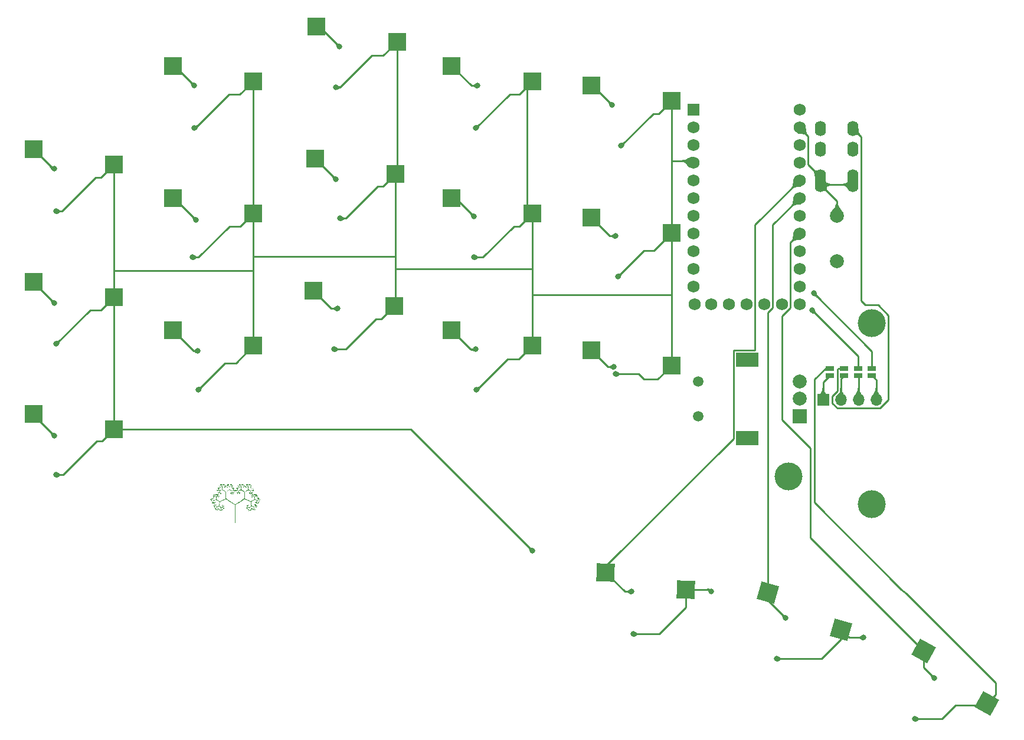
<source format=gbr>
%TF.GenerationSoftware,KiCad,Pcbnew,6.0.11+dfsg-1*%
%TF.CreationDate,2023-05-17T23:01:12+03:00*%
%TF.ProjectId,pcb,7063622e-6b69-4636-9164-5f7063625858,v1.0.0*%
%TF.SameCoordinates,Original*%
%TF.FileFunction,Copper,L2,Bot*%
%TF.FilePolarity,Positive*%
%FSLAX46Y46*%
G04 Gerber Fmt 4.6, Leading zero omitted, Abs format (unit mm)*
G04 Created by KiCad (PCBNEW 6.0.11+dfsg-1) date 2023-05-17 23:01:12*
%MOMM*%
%LPD*%
G01*
G04 APERTURE LIST*
G04 Aperture macros list*
%AMRotRect*
0 Rectangle, with rotation*
0 The origin of the aperture is its center*
0 $1 length*
0 $2 width*
0 $3 Rotation angle, in degrees counterclockwise*
0 Add horizontal line*
21,1,$1,$2,0,0,$3*%
G04 Aperture macros list end*
%TA.AperFunction,ComponentPad*%
%ADD10C,2.000000*%
%TD*%
%TA.AperFunction,ComponentPad*%
%ADD11O,1.600000X2.200000*%
%TD*%
%TA.AperFunction,SMDPad,CuDef*%
%ADD12R,1.143000X0.635000*%
%TD*%
%TA.AperFunction,SMDPad,CuDef*%
%ADD13R,2.600000X2.600000*%
%TD*%
%TA.AperFunction,ComponentPad*%
%ADD14C,4.000000*%
%TD*%
%TA.AperFunction,SMDPad,CuDef*%
%ADD15RotRect,2.600000X2.600000X344.000000*%
%TD*%
%TA.AperFunction,ComponentPad*%
%ADD16R,1.700000X1.700000*%
%TD*%
%TA.AperFunction,ComponentPad*%
%ADD17O,1.700000X1.700000*%
%TD*%
%TA.AperFunction,ComponentPad*%
%ADD18R,3.200000X2.000000*%
%TD*%
%TA.AperFunction,ComponentPad*%
%ADD19C,1.500000*%
%TD*%
%TA.AperFunction,ComponentPad*%
%ADD20R,2.000000X2.000000*%
%TD*%
%TA.AperFunction,ComponentPad*%
%ADD21R,1.752600X1.752600*%
%TD*%
%TA.AperFunction,ComponentPad*%
%ADD22C,1.752600*%
%TD*%
%TA.AperFunction,SMDPad,CuDef*%
%ADD23RotRect,2.600000X2.600000X359.000000*%
%TD*%
%TA.AperFunction,SMDPad,CuDef*%
%ADD24RotRect,2.600000X2.600000X331.000000*%
%TD*%
%TA.AperFunction,ViaPad*%
%ADD25C,0.800000*%
%TD*%
%TA.AperFunction,Conductor*%
%ADD26C,0.250000*%
%TD*%
%TA.AperFunction,Conductor*%
%ADD27C,0.254000*%
%TD*%
G04 APERTURE END LIST*
%TO.C,*%
G36*
X28625112Y-6356496D02*
G01*
X28779991Y-6429959D01*
X28826268Y-6400072D01*
X28863089Y-6376374D01*
X28899410Y-6352520D01*
X28922736Y-6335091D01*
X28935919Y-6320728D01*
X28941813Y-6306068D01*
X28943271Y-6287750D01*
X28943147Y-6262415D01*
X28942969Y-6244369D01*
X28940188Y-6214810D01*
X28932186Y-6196920D01*
X28916608Y-6183707D01*
X28903456Y-6176682D01*
X28878606Y-6172272D01*
X28862198Y-6180627D01*
X28859778Y-6200143D01*
X28859684Y-6214759D01*
X28844136Y-6220390D01*
X28838748Y-6220154D01*
X28828048Y-6213481D01*
X28830023Y-6193207D01*
X28831980Y-6184223D01*
X28829905Y-6169522D01*
X28813492Y-6166023D01*
X28807985Y-6165932D01*
X28796853Y-6162415D01*
X28804158Y-6150785D01*
X28812982Y-6143768D01*
X28821803Y-6145348D01*
X28822718Y-6147262D01*
X28837374Y-6154753D01*
X28859039Y-6151619D01*
X28877867Y-6138979D01*
X28886022Y-6117800D01*
X28880223Y-6098382D01*
X28863031Y-6089910D01*
X28853984Y-6086339D01*
X28853084Y-6068164D01*
X28853292Y-6067390D01*
X28862758Y-6049855D01*
X28873113Y-6048170D01*
X28877981Y-6063525D01*
X28880847Y-6072927D01*
X28897010Y-6076470D01*
X28906835Y-6072172D01*
X28913320Y-6059363D01*
X28913186Y-6058699D01*
X28915354Y-6047156D01*
X28926166Y-6050839D01*
X28940698Y-6068164D01*
X28945515Y-6076335D01*
X28947298Y-6087506D01*
X28932440Y-6089910D01*
X28917494Y-6094138D01*
X28910837Y-6109592D01*
X28918211Y-6131392D01*
X28939068Y-6154217D01*
X28939272Y-6154378D01*
X28960103Y-6168731D01*
X28976132Y-6169722D01*
X28998871Y-6158099D01*
X29002745Y-6155613D01*
X29021176Y-6136538D01*
X29030359Y-6114932D01*
X29028778Y-6097240D01*
X29014916Y-6089910D01*
X29006180Y-6086330D01*
X29005310Y-6068164D01*
X29005529Y-6067350D01*
X29014950Y-6049961D01*
X29025321Y-6047952D01*
X29030207Y-6062727D01*
X29032102Y-6070333D01*
X29046517Y-6079037D01*
X29054124Y-6077143D01*
X29062827Y-6062727D01*
X29062834Y-6061963D01*
X29068002Y-6047759D01*
X29078444Y-6050295D01*
X29087724Y-6068164D01*
X29088804Y-6081918D01*
X29078119Y-6089910D01*
X29075815Y-6090054D01*
X29064009Y-6099573D01*
X29062683Y-6118218D01*
X29070673Y-6137874D01*
X29086811Y-6150424D01*
X29102406Y-6152916D01*
X29115052Y-6145266D01*
X29120763Y-6138033D01*
X29134561Y-6145154D01*
X29147349Y-6159938D01*
X29147875Y-6170678D01*
X29134604Y-6170378D01*
X29117856Y-6171123D01*
X29109988Y-6184681D01*
X29116487Y-6203228D01*
X29121485Y-6215756D01*
X29107179Y-6223316D01*
X29089856Y-6225638D01*
X29078581Y-6219144D01*
X29085370Y-6203120D01*
X29089425Y-6190011D01*
X29074513Y-6177332D01*
X29071681Y-6175884D01*
X29049881Y-6171763D01*
X29024882Y-6183261D01*
X29015830Y-6189785D01*
X29004109Y-6204226D01*
X28998821Y-6226397D01*
X28997588Y-6263275D01*
X28997588Y-6325405D01*
X29051933Y-6350859D01*
X29069521Y-6358873D01*
X29096265Y-6368536D01*
X29115075Y-6369161D01*
X29133483Y-6361754D01*
X29135511Y-6360601D01*
X29152817Y-6343285D01*
X29160859Y-6322062D01*
X29158444Y-6304085D01*
X29144377Y-6296503D01*
X29134435Y-6295938D01*
X29128798Y-6289511D01*
X29134667Y-6270209D01*
X29143441Y-6256763D01*
X29155142Y-6254666D01*
X29160687Y-6269320D01*
X29162581Y-6276926D01*
X29176997Y-6285630D01*
X29184603Y-6283735D01*
X29193307Y-6269320D01*
X29194534Y-6261817D01*
X29204180Y-6253010D01*
X29206637Y-6253128D01*
X29215053Y-6257557D01*
X29215896Y-6261971D01*
X29221653Y-6279304D01*
X29223061Y-6290018D01*
X29210780Y-6296503D01*
X29198524Y-6303214D01*
X29193338Y-6321335D01*
X29197318Y-6341731D01*
X29210506Y-6355143D01*
X29223642Y-6359523D01*
X29242166Y-6359601D01*
X29247673Y-6345433D01*
X29249117Y-6337899D01*
X29260359Y-6329123D01*
X29264736Y-6329692D01*
X29265890Y-6336277D01*
X29263948Y-6342169D01*
X29270846Y-6358024D01*
X29272139Y-6359627D01*
X29275429Y-6369918D01*
X29259878Y-6372616D01*
X29245987Y-6375676D01*
X29236800Y-6388926D01*
X29238027Y-6396429D01*
X29247673Y-6405236D01*
X29250272Y-6405552D01*
X29258547Y-6416109D01*
X29251095Y-6423419D01*
X29230032Y-6426982D01*
X29219928Y-6426717D01*
X29208630Y-6422722D01*
X29214424Y-6411431D01*
X29216415Y-6408910D01*
X29219843Y-6395685D01*
X29204595Y-6383711D01*
X29195595Y-6379653D01*
X29176072Y-6379298D01*
X29151330Y-6393283D01*
X29139933Y-6402138D01*
X29126012Y-6421791D01*
X29125712Y-6448487D01*
X29132675Y-6471718D01*
X29147984Y-6491171D01*
X29165948Y-6496355D01*
X29181654Y-6484139D01*
X29184287Y-6479812D01*
X29193745Y-6471160D01*
X29203815Y-6481349D01*
X29211327Y-6494204D01*
X29213256Y-6507935D01*
X29199843Y-6507450D01*
X29182965Y-6508539D01*
X29174732Y-6521937D01*
X29181206Y-6538837D01*
X29189355Y-6548226D01*
X29190737Y-6560009D01*
X29172101Y-6563675D01*
X29157769Y-6559696D01*
X29153073Y-6541540D01*
X29153272Y-6538765D01*
X29147527Y-6522781D01*
X29125287Y-6515959D01*
X29108802Y-6516798D01*
X29090630Y-6527025D01*
X29085213Y-6542876D01*
X29096581Y-6558393D01*
X29103695Y-6563550D01*
X29106320Y-6568977D01*
X29097779Y-6570544D01*
X29076221Y-6574542D01*
X29064195Y-6576079D01*
X29055765Y-6570631D01*
X29058795Y-6550300D01*
X29061773Y-6536192D01*
X29058809Y-6525744D01*
X29042683Y-6527574D01*
X29027393Y-6531104D01*
X29020299Y-6527533D01*
X29026041Y-6509144D01*
X29034217Y-6497922D01*
X29048333Y-6504602D01*
X29064580Y-6510868D01*
X29081082Y-6502195D01*
X29091060Y-6480798D01*
X29090631Y-6451552D01*
X29083927Y-6433331D01*
X29065676Y-6413981D01*
X29031678Y-6395051D01*
X28979799Y-6370752D01*
X28895531Y-6423332D01*
X28811264Y-6475912D01*
X28818278Y-6557462D01*
X28822257Y-6601478D01*
X28827425Y-6641387D01*
X28834707Y-6667577D01*
X28846235Y-6684498D01*
X28864142Y-6696603D01*
X28890561Y-6708345D01*
X28915152Y-6718194D01*
X28938135Y-6724641D01*
X28954447Y-6722838D01*
X28971747Y-6713245D01*
X28985822Y-6699555D01*
X28995026Y-6677590D01*
X28992869Y-6658076D01*
X28978559Y-6648526D01*
X28965813Y-6646918D01*
X28958000Y-6641903D01*
X28966948Y-6629771D01*
X28968209Y-6628444D01*
X28981545Y-6620801D01*
X28996542Y-6630976D01*
X29001744Y-6635879D01*
X29014000Y-6640216D01*
X29027183Y-6626679D01*
X29031830Y-6620587D01*
X29042555Y-6612897D01*
X29052217Y-6622755D01*
X29057678Y-6632112D01*
X29061528Y-6647996D01*
X29049236Y-6651395D01*
X29041086Y-6651621D01*
X29032458Y-6661088D01*
X29030207Y-6686778D01*
X29030890Y-6693157D01*
X29042470Y-6710568D01*
X29061500Y-6716145D01*
X29078989Y-6706293D01*
X29090482Y-6696503D01*
X29103741Y-6705242D01*
X29113855Y-6718139D01*
X29115208Y-6728951D01*
X29100472Y-6727344D01*
X29092768Y-6726033D01*
X29079530Y-6734059D01*
X29075965Y-6750133D01*
X29085708Y-6764985D01*
X29092822Y-6770143D01*
X29095447Y-6775569D01*
X29087103Y-6777102D01*
X29065690Y-6781082D01*
X29060855Y-6781876D01*
X29045821Y-6779163D01*
X29043943Y-6761281D01*
X29042798Y-6748337D01*
X29029570Y-6735306D01*
X29006582Y-6735718D01*
X28979170Y-6750464D01*
X28968310Y-6760485D01*
X28960210Y-6778965D01*
X28963292Y-6807482D01*
X28969258Y-6825296D01*
X28984899Y-6845528D01*
X29003223Y-6851713D01*
X29018991Y-6840722D01*
X29026806Y-6834949D01*
X29040654Y-6845089D01*
X29044138Y-6849468D01*
X29047299Y-6859608D01*
X29031539Y-6861914D01*
X29014535Y-6866810D01*
X29009194Y-6882388D01*
X29021509Y-6903232D01*
X29025140Y-6907372D01*
X29023919Y-6914385D01*
X29003868Y-6916280D01*
X28991413Y-6915911D01*
X28980432Y-6911788D01*
X28986085Y-6900729D01*
X28988387Y-6897782D01*
X28991296Y-6884752D01*
X28975639Y-6872679D01*
X28972331Y-6870973D01*
X28951602Y-6866529D01*
X28931482Y-6879008D01*
X28918560Y-6895351D01*
X28921742Y-6911166D01*
X28925541Y-6922207D01*
X28910882Y-6930231D01*
X28901609Y-6932123D01*
X28893163Y-6927747D01*
X28895945Y-6908125D01*
X28898647Y-6895434D01*
X28895854Y-6884628D01*
X28879594Y-6886389D01*
X28864156Y-6888057D01*
X28850167Y-6882640D01*
X28848788Y-6879298D01*
X28855593Y-6872787D01*
X28858802Y-6872452D01*
X28865821Y-6864632D01*
X28864841Y-6854471D01*
X28868940Y-6844309D01*
X28880700Y-6853897D01*
X28882960Y-6856778D01*
X28896271Y-6865920D01*
X28913348Y-6857475D01*
X28916066Y-6855299D01*
X28927086Y-6837078D01*
X28925368Y-6807987D01*
X28918270Y-6786371D01*
X28901659Y-6768452D01*
X28870072Y-6752121D01*
X28860033Y-6747848D01*
X28827683Y-6735968D01*
X28804894Y-6734705D01*
X28783458Y-6745254D01*
X28755164Y-6768804D01*
X28747686Y-6775508D01*
X28726769Y-6797427D01*
X28719202Y-6815365D01*
X28721500Y-6836309D01*
X28724119Y-6845062D01*
X28738052Y-6869694D01*
X28755659Y-6883234D01*
X28771976Y-6883169D01*
X28782043Y-6866985D01*
X28782958Y-6863271D01*
X28788454Y-6858497D01*
X28799242Y-6872421D01*
X28804464Y-6881415D01*
X28805662Y-6892255D01*
X28789909Y-6894534D01*
X28782580Y-6894867D01*
X28771676Y-6901574D01*
X28773714Y-6921717D01*
X28775307Y-6928791D01*
X28774200Y-6944858D01*
X28759600Y-6948900D01*
X28745477Y-6945113D01*
X28743959Y-6928653D01*
X28744849Y-6923269D01*
X28737790Y-6905950D01*
X28718140Y-6899186D01*
X28692348Y-6905829D01*
X28681607Y-6912469D01*
X28672178Y-6927420D01*
X28682981Y-6945269D01*
X28686908Y-6954948D01*
X28672159Y-6962723D01*
X28663048Y-6964642D01*
X28653980Y-6960690D01*
X28656541Y-6941510D01*
X28659004Y-6929803D01*
X28655742Y-6918124D01*
X28637461Y-6918076D01*
X28632087Y-6918717D01*
X28616639Y-6915837D01*
X28615338Y-6899970D01*
X28620379Y-6880103D01*
X28628899Y-6873267D01*
X28640569Y-6887263D01*
X28645828Y-6895891D01*
X28655425Y-6900936D01*
X28670924Y-6889518D01*
X28683815Y-6869078D01*
X28684805Y-6839317D01*
X28671618Y-6811574D01*
X28646286Y-6793743D01*
X28639224Y-6791576D01*
X28607653Y-6788270D01*
X28589911Y-6798675D01*
X28588319Y-6821672D01*
X28588767Y-6823522D01*
X28588557Y-6841981D01*
X28573414Y-6848060D01*
X28557852Y-6844352D01*
X28554752Y-6825881D01*
X28553081Y-6809594D01*
X28538968Y-6803492D01*
X28528146Y-6801137D01*
X28522253Y-6784463D01*
X28522313Y-6783756D01*
X28527975Y-6768102D01*
X28536508Y-6763966D01*
X28540910Y-6774928D01*
X28540956Y-6776053D01*
X28549434Y-6785066D01*
X28566618Y-6782728D01*
X28583970Y-6770013D01*
X28591249Y-6756150D01*
X28591140Y-6734167D01*
X28580270Y-6718009D01*
X28561779Y-6715403D01*
X28548266Y-6717717D01*
X28541764Y-6709604D01*
X28551949Y-6687941D01*
X28552066Y-6687764D01*
X28562500Y-6677432D01*
X28572314Y-6686616D01*
X28584878Y-6695301D01*
X28599420Y-6689550D01*
X28606149Y-6670990D01*
X28607200Y-6661350D01*
X28615806Y-6656697D01*
X28634109Y-6670855D01*
X28644393Y-6682400D01*
X28647897Y-6694966D01*
X28632576Y-6698815D01*
X28627991Y-6699236D01*
X28617547Y-6708593D01*
X28619682Y-6725440D01*
X28632152Y-6743394D01*
X28652711Y-6756071D01*
X28661206Y-6758547D01*
X28680100Y-6759281D01*
X28700541Y-6749934D01*
X28729528Y-6727943D01*
X28776094Y-6689786D01*
X28762205Y-6594673D01*
X28759307Y-6575813D01*
X28751987Y-6535188D01*
X28745076Y-6505283D01*
X28739754Y-6491521D01*
X28736896Y-6489588D01*
X28717530Y-6479193D01*
X28683668Y-6462297D01*
X28639056Y-6440749D01*
X28587441Y-6416396D01*
X28443691Y-6349309D01*
X28217750Y-6492650D01*
X28171641Y-6521998D01*
X28112429Y-6559985D01*
X28060941Y-6593360D01*
X28019846Y-6620380D01*
X27991815Y-6639300D01*
X27979515Y-6648374D01*
X27976709Y-6653234D01*
X27974118Y-6671215D01*
X27974937Y-6703060D01*
X27979283Y-6751290D01*
X27987269Y-6818421D01*
X27989387Y-6835050D01*
X28003879Y-6947522D01*
X28016267Y-7041131D01*
X28026474Y-7115329D01*
X28034421Y-7169568D01*
X28040033Y-7203300D01*
X28043231Y-7215977D01*
X28043552Y-7216257D01*
X28057198Y-7223786D01*
X28085984Y-7237730D01*
X28125554Y-7256141D01*
X28171551Y-7277067D01*
X28219618Y-7298561D01*
X28265399Y-7318671D01*
X28304537Y-7335450D01*
X28332674Y-7346946D01*
X28345455Y-7351212D01*
X28348019Y-7350699D01*
X28366655Y-7342095D01*
X28396693Y-7325075D01*
X28432991Y-7302501D01*
X28508290Y-7253791D01*
X28508290Y-7190169D01*
X28507939Y-7165303D01*
X28504918Y-7138533D01*
X28496949Y-7123047D01*
X28481840Y-7112392D01*
X28470287Y-7107241D01*
X28443936Y-7103867D01*
X28426896Y-7113317D01*
X28424428Y-7133645D01*
X28424506Y-7149683D01*
X28409631Y-7151916D01*
X28402976Y-7150596D01*
X28386024Y-7144016D01*
X28379241Y-7137009D01*
X28387669Y-7133746D01*
X28393812Y-7131542D01*
X28397693Y-7118644D01*
X28392591Y-7102863D01*
X28380380Y-7094330D01*
X28366811Y-7092544D01*
X28359976Y-7087112D01*
X28370820Y-7073943D01*
X28387028Y-7060882D01*
X28396770Y-7058274D01*
X28394585Y-7067755D01*
X28393252Y-7070268D01*
X28395430Y-7082005D01*
X28410786Y-7085634D01*
X28432612Y-7079147D01*
X28446914Y-7065296D01*
X28452288Y-7044939D01*
X28446321Y-7027514D01*
X28429453Y-7021087D01*
X28419323Y-7020396D01*
X28410430Y-7012932D01*
X28410863Y-7010310D01*
X28421945Y-7003267D01*
X28425878Y-7002413D01*
X28426740Y-6992393D01*
X28424265Y-6987769D01*
X28425391Y-6981447D01*
X28435856Y-6986368D01*
X28450006Y-7000548D01*
X28455785Y-7007642D01*
X28466502Y-7013623D01*
X28478527Y-7001998D01*
X28480242Y-6999845D01*
X28492896Y-6990355D01*
X28506139Y-6999280D01*
X28513091Y-7007315D01*
X28513184Y-7014919D01*
X28494698Y-7018217D01*
X28494424Y-7018247D01*
X28482064Y-7027708D01*
X28481581Y-7047093D01*
X28491414Y-7069345D01*
X28510003Y-7087410D01*
X28527938Y-7097096D01*
X28545249Y-7098362D01*
X28567088Y-7086474D01*
X28580229Y-7074406D01*
X28592308Y-7053538D01*
X28596837Y-7033086D01*
X28592747Y-7019210D01*
X28578966Y-7018072D01*
X28569022Y-7020435D01*
X28563569Y-7013249D01*
X28573895Y-6992393D01*
X28577126Y-6987850D01*
X28586261Y-6983050D01*
X28597023Y-6996912D01*
X28602857Y-7006343D01*
X28611608Y-7011585D01*
X28623457Y-6998304D01*
X28629571Y-6990429D01*
X28640537Y-6984855D01*
X28655306Y-6996504D01*
X28664668Y-7006535D01*
X28665557Y-7014793D01*
X28646924Y-7018217D01*
X28637001Y-7026447D01*
X28630029Y-7048057D01*
X28632137Y-7066278D01*
X28645701Y-7081987D01*
X28664826Y-7084352D01*
X28682089Y-7070213D01*
X28684116Y-7066867D01*
X28693474Y-7058071D01*
X28703643Y-7068506D01*
X28711982Y-7083182D01*
X28711528Y-7097076D01*
X28693136Y-7101126D01*
X28680454Y-7104153D01*
X28671389Y-7117436D01*
X28672616Y-7124939D01*
X28682262Y-7133746D01*
X28684797Y-7133982D01*
X28693136Y-7142289D01*
X28689075Y-7147246D01*
X28671396Y-7150833D01*
X28656805Y-7147290D01*
X28655540Y-7132293D01*
X28654559Y-7117016D01*
X28639651Y-7106641D01*
X28615799Y-7106072D01*
X28589307Y-7116785D01*
X28582931Y-7121254D01*
X28570011Y-7135662D01*
X28564081Y-7157395D01*
X28562656Y-7193617D01*
X28562656Y-7252986D01*
X28617081Y-7280565D01*
X28645075Y-7294221D01*
X28666292Y-7301404D01*
X28681739Y-7299832D01*
X28698630Y-7290371D01*
X28710048Y-7280221D01*
X28722324Y-7259939D01*
X28727005Y-7239727D01*
X28723057Y-7225873D01*
X28709445Y-7224664D01*
X28699088Y-7227018D01*
X28694145Y-7219549D01*
X28705003Y-7198986D01*
X28714577Y-7189344D01*
X28722053Y-7196267D01*
X28730943Y-7206507D01*
X28748364Y-7208550D01*
X28761061Y-7196365D01*
X28768238Y-7189831D01*
X28783196Y-7200507D01*
X28794100Y-7215647D01*
X28791613Y-7226213D01*
X28773622Y-7224257D01*
X28766503Y-7223433D01*
X28758642Y-7233005D01*
X28758664Y-7251437D01*
X28765865Y-7271425D01*
X28779541Y-7285661D01*
X28798580Y-7290759D01*
X28811962Y-7277889D01*
X28814595Y-7273562D01*
X28824053Y-7264910D01*
X28834123Y-7275099D01*
X28841872Y-7288425D01*
X28843327Y-7301746D01*
X28829143Y-7300813D01*
X28821367Y-7299844D01*
X28808258Y-7308994D01*
X28803751Y-7325587D01*
X28812076Y-7339927D01*
X28816919Y-7347267D01*
X28802341Y-7354239D01*
X28797327Y-7355448D01*
X28784334Y-7354396D01*
X28785862Y-7339384D01*
X28787508Y-7330646D01*
X28779971Y-7314728D01*
X28758090Y-7310314D01*
X28725560Y-7318673D01*
X28714586Y-7323755D01*
X28697431Y-7339749D01*
X28693136Y-7366666D01*
X28696021Y-7391290D01*
X28710065Y-7417637D01*
X28733367Y-7427325D01*
X28739919Y-7425455D01*
X28747502Y-7411015D01*
X28752397Y-7396338D01*
X28762860Y-7398159D01*
X28772154Y-7415514D01*
X28772398Y-7429916D01*
X28757112Y-7441679D01*
X28754199Y-7442582D01*
X28739973Y-7452929D01*
X28736860Y-7465011D01*
X28747502Y-7470818D01*
X28748551Y-7470837D01*
X28758441Y-7476318D01*
X28753497Y-7486875D01*
X28736680Y-7495702D01*
X28730042Y-7497189D01*
X28719432Y-7494292D01*
X28721292Y-7476248D01*
X28721305Y-7476196D01*
X28721299Y-7454898D01*
X28704409Y-7443762D01*
X28699811Y-7442547D01*
X28674174Y-7444869D01*
X28657285Y-7460158D01*
X28655566Y-7483226D01*
X28655658Y-7499074D01*
X28638860Y-7503438D01*
X28625699Y-7501051D01*
X28622781Y-7492044D01*
X28625295Y-7484823D01*
X28623294Y-7463636D01*
X28614875Y-7452619D01*
X28600584Y-7460052D01*
X28589026Y-7466946D01*
X28586156Y-7458859D01*
X28595276Y-7432762D01*
X28601507Y-7421938D01*
X28605385Y-7424607D01*
X28608611Y-7432929D01*
X28624581Y-7437471D01*
X28648086Y-7428517D01*
X28657237Y-7414558D01*
X28655314Y-7384903D01*
X28648099Y-7364827D01*
X28629871Y-7344587D01*
X28596211Y-7324503D01*
X28544634Y-7298367D01*
X28375282Y-7410211D01*
X28382318Y-7478889D01*
X28385964Y-7513164D01*
X28392012Y-7558465D01*
X28399125Y-7588903D01*
X28409025Y-7608820D01*
X28423436Y-7622553D01*
X28444081Y-7634443D01*
X28445067Y-7634945D01*
X28485977Y-7651574D01*
X28516992Y-7653323D01*
X28543628Y-7640528D01*
X28555222Y-7628129D01*
X28562723Y-7606154D01*
X28557806Y-7587455D01*
X28540817Y-7579551D01*
X28532789Y-7579266D01*
X28524801Y-7574095D01*
X28532560Y-7557804D01*
X28545851Y-7541217D01*
X28557926Y-7537562D01*
X28562656Y-7552368D01*
X28564551Y-7559974D01*
X28578966Y-7568678D01*
X28586572Y-7566783D01*
X28595276Y-7552368D01*
X28595282Y-7551603D01*
X28600451Y-7537400D01*
X28610892Y-7539935D01*
X28620173Y-7557804D01*
X28621213Y-7571843D01*
X28609846Y-7579551D01*
X28604650Y-7580592D01*
X28596443Y-7593050D01*
X28597437Y-7613103D01*
X28606164Y-7632516D01*
X28621156Y-7643049D01*
X28633506Y-7643145D01*
X28649299Y-7634472D01*
X28657114Y-7628699D01*
X28670962Y-7638839D01*
X28672933Y-7641255D01*
X28678964Y-7652916D01*
X28667925Y-7655664D01*
X28653461Y-7658714D01*
X28642581Y-7673471D01*
X28650038Y-7694197D01*
X28650566Y-7694836D01*
X28657050Y-7707016D01*
X28645537Y-7710030D01*
X28631027Y-7709410D01*
X28616196Y-7703136D01*
X28614939Y-7686904D01*
X28614635Y-7676140D01*
X28602604Y-7663827D01*
X28580155Y-7663678D01*
X28552891Y-7676621D01*
X28540350Y-7686581D01*
X28527944Y-7706311D01*
X28527770Y-7735475D01*
X28533848Y-7758091D01*
X28548914Y-7776976D01*
X28567371Y-7780549D01*
X28584229Y-7766104D01*
X28586257Y-7762758D01*
X28595615Y-7753961D01*
X28605784Y-7764397D01*
X28614293Y-7779830D01*
X28614653Y-7793386D01*
X28600301Y-7792927D01*
X28593948Y-7791701D01*
X28579973Y-7799111D01*
X28575091Y-7814858D01*
X28583737Y-7829225D01*
X28588580Y-7836565D01*
X28574002Y-7843537D01*
X28569310Y-7844674D01*
X28556057Y-7843782D01*
X28557391Y-7829098D01*
X28557849Y-7827576D01*
X28556249Y-7811156D01*
X28536709Y-7801792D01*
X28516543Y-7799079D01*
X28498034Y-7802071D01*
X28487945Y-7816228D01*
X28488420Y-7832647D01*
X28499229Y-7840510D01*
X28503284Y-7840823D01*
X28506270Y-7845661D01*
X28495846Y-7853016D01*
X28477283Y-7858555D01*
X28463032Y-7855919D01*
X28458535Y-7837434D01*
X28455909Y-7821691D01*
X28441108Y-7814707D01*
X28430287Y-7812353D01*
X28424394Y-7795679D01*
X28424453Y-7794972D01*
X28430115Y-7779318D01*
X28438649Y-7775182D01*
X28443050Y-7786143D01*
X28443064Y-7786749D01*
X28451189Y-7796103D01*
X28468218Y-7794335D01*
X28485251Y-7782263D01*
X28491914Y-7763249D01*
X28490853Y-7734299D01*
X28490315Y-7731748D01*
X28481747Y-7710660D01*
X28463522Y-7694663D01*
X28429933Y-7678530D01*
X28375656Y-7655974D01*
X28329935Y-7693438D01*
X28315748Y-7705371D01*
X28295799Y-7725940D01*
X28288058Y-7744576D01*
X28288594Y-7768409D01*
X28288695Y-7769230D01*
X28297484Y-7795070D01*
X28312740Y-7811361D01*
X28329168Y-7814751D01*
X28341475Y-7801889D01*
X28342359Y-7799679D01*
X28349551Y-7792199D01*
X28362556Y-7801956D01*
X28374595Y-7816627D01*
X28375753Y-7827132D01*
X28361089Y-7825546D01*
X28354735Y-7824321D01*
X28340761Y-7831731D01*
X28335879Y-7847478D01*
X28344525Y-7861845D01*
X28349367Y-7869185D01*
X28334790Y-7876157D01*
X28330098Y-7877294D01*
X28316845Y-7876402D01*
X28318178Y-7861717D01*
X28318637Y-7860195D01*
X28317036Y-7843776D01*
X28297496Y-7834412D01*
X28270030Y-7831911D01*
X28252578Y-7842542D01*
X28251520Y-7866593D01*
X28251653Y-7885503D01*
X28236342Y-7891895D01*
X28220780Y-7888187D01*
X28217681Y-7869717D01*
X28216009Y-7853430D01*
X28201896Y-7847327D01*
X28191074Y-7844973D01*
X28185181Y-7828299D01*
X28185241Y-7827592D01*
X28190903Y-7811938D01*
X28199437Y-7807801D01*
X28203838Y-7818763D01*
X28203838Y-7818838D01*
X28211581Y-7828511D01*
X28228350Y-7827372D01*
X28244726Y-7816045D01*
X28244827Y-7815918D01*
X28250907Y-7796115D01*
X28250358Y-7767783D01*
X28249462Y-7762593D01*
X28237939Y-7736598D01*
X28211965Y-7721576D01*
X28200893Y-7718405D01*
X28172303Y-7718351D01*
X28155804Y-7731358D01*
X28155395Y-7755059D01*
X28155979Y-7770325D01*
X28140349Y-7775270D01*
X28139065Y-7775259D01*
X28124486Y-7770069D01*
X28125023Y-7751806D01*
X28126549Y-7745305D01*
X28124665Y-7733000D01*
X28107706Y-7734476D01*
X28092148Y-7736159D01*
X28078164Y-7730756D01*
X28076785Y-7727415D01*
X28083590Y-7720904D01*
X28089698Y-7718012D01*
X28095271Y-7701875D01*
X28097274Y-7689904D01*
X28104787Y-7697602D01*
X28112674Y-7704563D01*
X28132661Y-7706148D01*
X28151799Y-7696482D01*
X28160344Y-7678852D01*
X28156305Y-7660392D01*
X28141382Y-7643215D01*
X28121756Y-7641063D01*
X28112750Y-7640428D01*
X28113476Y-7623903D01*
X28114073Y-7621805D01*
X28123345Y-7605526D01*
X28133696Y-7601298D01*
X28138598Y-7612171D01*
X28140438Y-7617173D01*
X28154908Y-7623044D01*
X28162514Y-7621150D01*
X28171218Y-7606734D01*
X28171907Y-7599288D01*
X28177431Y-7590424D01*
X28184172Y-7593529D01*
X28199954Y-7606734D01*
X28204994Y-7611903D01*
X28210455Y-7621142D01*
X28199178Y-7623044D01*
X28188060Y-7627980D01*
X28182091Y-7649735D01*
X28183233Y-7661888D01*
X28193491Y-7675596D01*
X28219444Y-7683432D01*
X28223163Y-7684096D01*
X28248204Y-7685110D01*
X28271225Y-7676435D01*
X28300786Y-7655089D01*
X28318508Y-7639803D01*
X28337157Y-7616782D01*
X28340140Y-7596926D01*
X28338388Y-7587296D01*
X28333643Y-7556468D01*
X28328694Y-7519748D01*
X28327318Y-7508810D01*
X28320926Y-7465816D01*
X28312318Y-7437508D01*
X28297461Y-7418142D01*
X28272320Y-7401970D01*
X28232863Y-7383250D01*
X28187401Y-7362258D01*
X28130806Y-7335721D01*
X28080869Y-7311929D01*
X28006830Y-7276221D01*
X27876995Y-7385711D01*
X27851033Y-7407853D01*
X27809876Y-7444090D01*
X27776936Y-7474560D01*
X27755072Y-7496583D01*
X27747146Y-7507475D01*
X27747263Y-7510036D01*
X27749426Y-7530940D01*
X27753751Y-7565689D01*
X27759504Y-7608289D01*
X27771876Y-7696831D01*
X27824216Y-7721346D01*
X27850129Y-7733051D01*
X27871413Y-7739604D01*
X27887103Y-7737484D01*
X27904947Y-7727258D01*
X27909525Y-7723857D01*
X27924254Y-7704883D01*
X27930255Y-7683989D01*
X27926690Y-7668019D01*
X27912719Y-7663819D01*
X27905880Y-7664264D01*
X27900259Y-7655503D01*
X27910624Y-7633917D01*
X27913148Y-7630283D01*
X27922468Y-7623930D01*
X27932745Y-7636636D01*
X27945818Y-7651780D01*
X27958970Y-7653957D01*
X27964625Y-7639354D01*
X27965315Y-7631908D01*
X27970839Y-7623044D01*
X27977751Y-7626000D01*
X27991216Y-7637316D01*
X28002204Y-7650177D01*
X28003458Y-7657023D01*
X28000973Y-7657492D01*
X27983654Y-7659741D01*
X27973724Y-7667989D01*
X27966755Y-7689613D01*
X27967338Y-7705308D01*
X27978503Y-7723769D01*
X27997042Y-7727508D01*
X28016416Y-7713393D01*
X28020632Y-7707847D01*
X28031296Y-7700094D01*
X28041001Y-7710083D01*
X28048859Y-7724695D01*
X28048211Y-7738645D01*
X28029865Y-7742650D01*
X28017183Y-7745677D01*
X28008118Y-7758960D01*
X28009345Y-7766463D01*
X28018992Y-7775270D01*
X28021551Y-7775538D01*
X28029865Y-7784784D01*
X28023017Y-7791061D01*
X28002478Y-7794298D01*
X27998182Y-7794242D01*
X27983010Y-7790863D01*
X27986303Y-7780790D01*
X27991096Y-7769180D01*
X27980032Y-7752774D01*
X27972917Y-7747568D01*
X27956795Y-7744380D01*
X27933686Y-7754391D01*
X27927251Y-7758619D01*
X27907875Y-7782895D01*
X27899550Y-7813197D01*
X27903248Y-7841960D01*
X27919938Y-7861617D01*
X27921096Y-7862229D01*
X27939936Y-7867008D01*
X27952973Y-7854173D01*
X27955606Y-7849846D01*
X27965063Y-7841195D01*
X27975133Y-7851383D01*
X27982646Y-7864239D01*
X27984574Y-7877969D01*
X27971162Y-7877484D01*
X27954414Y-7878230D01*
X27946546Y-7891787D01*
X27953045Y-7910334D01*
X27953149Y-7910460D01*
X27957873Y-7923022D01*
X27943119Y-7930584D01*
X27937393Y-7931720D01*
X27920091Y-7929907D01*
X27913815Y-7922000D01*
X27923783Y-7912798D01*
X27929609Y-7904799D01*
X27916912Y-7890544D01*
X27899095Y-7880694D01*
X27876137Y-7884807D01*
X27860637Y-7898829D01*
X27856899Y-7917493D01*
X27869484Y-7931168D01*
X27874351Y-7934726D01*
X27864047Y-7937511D01*
X27846781Y-7937340D01*
X27833132Y-7930595D01*
X27832546Y-7912391D01*
X27832829Y-7910591D01*
X27830277Y-7897067D01*
X27813339Y-7897781D01*
X27798572Y-7901182D01*
X27791601Y-7897590D01*
X27797359Y-7879178D01*
X27803930Y-7869215D01*
X27817280Y-7872668D01*
X27833419Y-7878867D01*
X27850754Y-7870529D01*
X27861730Y-7849750D01*
X27861945Y-7821569D01*
X27856290Y-7804615D01*
X27839076Y-7784073D01*
X27806411Y-7765279D01*
X27790121Y-7757845D01*
X27763852Y-7746939D01*
X27749755Y-7742650D01*
X27744575Y-7744587D01*
X27725673Y-7756804D01*
X27700127Y-7776540D01*
X27694496Y-7781236D01*
X27671952Y-7803336D01*
X27662653Y-7823434D01*
X27662311Y-7849845D01*
X27667045Y-7871065D01*
X27680960Y-7890864D01*
X27698892Y-7895614D01*
X27715955Y-7882354D01*
X27725559Y-7873587D01*
X27736120Y-7884003D01*
X27743436Y-7896722D01*
X27745365Y-7910578D01*
X27731949Y-7910104D01*
X27715202Y-7910849D01*
X27707333Y-7924407D01*
X27713833Y-7942954D01*
X27713937Y-7943080D01*
X27718661Y-7955641D01*
X27703906Y-7963204D01*
X27689905Y-7964690D01*
X27675852Y-7959095D01*
X27674473Y-7955754D01*
X27681278Y-7949243D01*
X27681756Y-7949239D01*
X27692416Y-7943332D01*
X27687945Y-7930316D01*
X27670351Y-7916251D01*
X27663908Y-7913419D01*
X27639502Y-7913194D01*
X27622721Y-7927367D01*
X27620343Y-7951201D01*
X27620436Y-7964793D01*
X27605807Y-7970989D01*
X27591768Y-7965959D01*
X27592232Y-7947525D01*
X27593759Y-7941019D01*
X27591871Y-7928718D01*
X27574904Y-7930198D01*
X27573802Y-7930483D01*
X27556895Y-7932691D01*
X27553653Y-7924029D01*
X27562314Y-7900313D01*
X27568545Y-7889489D01*
X27572423Y-7892158D01*
X27573868Y-7896716D01*
X27587680Y-7904600D01*
X27607338Y-7904260D01*
X27622002Y-7895061D01*
X27622521Y-7894060D01*
X27624608Y-7875302D01*
X27621652Y-7847292D01*
X27618362Y-7833178D01*
X27606497Y-7813101D01*
X27583187Y-7803910D01*
X27557571Y-7801319D01*
X27535249Y-7803912D01*
X27532398Y-7805223D01*
X27520856Y-7818380D01*
X27520229Y-7833365D01*
X27531506Y-7840510D01*
X27535561Y-7840823D01*
X27538547Y-7845661D01*
X27528123Y-7853016D01*
X27509560Y-7858555D01*
X27495309Y-7855919D01*
X27490812Y-7837434D01*
X27487632Y-7820482D01*
X27472609Y-7816522D01*
X27460469Y-7817803D01*
X27454342Y-7812063D01*
X27460287Y-7792192D01*
X27468075Y-7781195D01*
X27482034Y-7787197D01*
X27495573Y-7793937D01*
X27513909Y-7785708D01*
X27522674Y-7774825D01*
X27527537Y-7753344D01*
X27521591Y-7734794D01*
X27506000Y-7727721D01*
X27495184Y-7725367D01*
X27489291Y-7708693D01*
X27489336Y-7708142D01*
X27494983Y-7692252D01*
X27503533Y-7688423D01*
X27507947Y-7699954D01*
X27510265Y-7705637D01*
X27523227Y-7708361D01*
X27538942Y-7702659D01*
X27547363Y-7690853D01*
X27549150Y-7677284D01*
X27554582Y-7670449D01*
X27567750Y-7681294D01*
X27578564Y-7693392D01*
X27582448Y-7706130D01*
X27567750Y-7710030D01*
X27553698Y-7716565D01*
X27551539Y-7732641D01*
X27560592Y-7751074D01*
X27579331Y-7764666D01*
X27600379Y-7771662D01*
X27622363Y-7772900D01*
X27643957Y-7762741D01*
X27672912Y-7739064D01*
X27712835Y-7703763D01*
X27700096Y-7601894D01*
X27687356Y-7500024D01*
X27590413Y-7469860D01*
X27493470Y-7439695D01*
X27445840Y-7478725D01*
X27429642Y-7492951D01*
X27408763Y-7516946D01*
X27404148Y-7533232D01*
X27406831Y-7542347D01*
X27410088Y-7568299D01*
X27413868Y-7580401D01*
X27429232Y-7592412D01*
X27447983Y-7594625D01*
X27460846Y-7584144D01*
X27464541Y-7577309D01*
X27477132Y-7568678D01*
X27480567Y-7569502D01*
X27480764Y-7579551D01*
X27479065Y-7583763D01*
X27485559Y-7590424D01*
X27489033Y-7590987D01*
X27497074Y-7602461D01*
X27494567Y-7607819D01*
X27480352Y-7608081D01*
X27473999Y-7606855D01*
X27460024Y-7614265D01*
X27455143Y-7630012D01*
X27463789Y-7644379D01*
X27468631Y-7651719D01*
X27454053Y-7658691D01*
X27449362Y-7659828D01*
X27436109Y-7658936D01*
X27437442Y-7644252D01*
X27437901Y-7642730D01*
X27436300Y-7626311D01*
X27416760Y-7616946D01*
X27389294Y-7614445D01*
X27371841Y-7625076D01*
X27370783Y-7649127D01*
X27370916Y-7668037D01*
X27355606Y-7674430D01*
X27340044Y-7670721D01*
X27336944Y-7652251D01*
X27335273Y-7635964D01*
X27321160Y-7629861D01*
X27310338Y-7627507D01*
X27304445Y-7610833D01*
X27304505Y-7610126D01*
X27310167Y-7594472D01*
X27318700Y-7590336D01*
X27323101Y-7601297D01*
X27323102Y-7601372D01*
X27330845Y-7611046D01*
X27347614Y-7609906D01*
X27363990Y-7598579D01*
X27364090Y-7598453D01*
X27370170Y-7578649D01*
X27369622Y-7550317D01*
X27368726Y-7545127D01*
X27357203Y-7519132D01*
X27331229Y-7504110D01*
X27320157Y-7500940D01*
X27291567Y-7500885D01*
X27275068Y-7513892D01*
X27274659Y-7537593D01*
X27275242Y-7552859D01*
X27259612Y-7557804D01*
X27258329Y-7557793D01*
X27243750Y-7552603D01*
X27244287Y-7534341D01*
X27245813Y-7527840D01*
X27243928Y-7515534D01*
X27226970Y-7517010D01*
X27211411Y-7518693D01*
X27197428Y-7513290D01*
X27196048Y-7509949D01*
X27202853Y-7503438D01*
X27208962Y-7500546D01*
X27214535Y-7484410D01*
X27216537Y-7472438D01*
X27224051Y-7480137D01*
X27231938Y-7487097D01*
X27251924Y-7488683D01*
X27271063Y-7479016D01*
X27279608Y-7461387D01*
X27275569Y-7442927D01*
X27260646Y-7425749D01*
X27241020Y-7423597D01*
X27232013Y-7422962D01*
X27232740Y-7406437D01*
X27233337Y-7404340D01*
X27242609Y-7388061D01*
X27252960Y-7383833D01*
X27257862Y-7394705D01*
X27259702Y-7399707D01*
X27274172Y-7405578D01*
X27281778Y-7403684D01*
X27290481Y-7389268D01*
X27291766Y-7378454D01*
X27300620Y-7374571D01*
X27319218Y-7389268D01*
X27324258Y-7394438D01*
X27329719Y-7403676D01*
X27318441Y-7405578D01*
X27307603Y-7410187D01*
X27301355Y-7430937D01*
X27301707Y-7437105D01*
X27311127Y-7455071D01*
X27337190Y-7467294D01*
X27353292Y-7471507D01*
X27371853Y-7471245D01*
X27391356Y-7461119D01*
X27419182Y-7438540D01*
X27435926Y-7422884D01*
X27455230Y-7399172D01*
X27459996Y-7383155D01*
X27458548Y-7378639D01*
X27451535Y-7354148D01*
X27443046Y-7322131D01*
X27434235Y-7294912D01*
X27420697Y-7277825D01*
X27397814Y-7269355D01*
X27368186Y-7267727D01*
X27346364Y-7280711D01*
X27335483Y-7296421D01*
X27342130Y-7304492D01*
X27354047Y-7312881D01*
X27352295Y-7324122D01*
X27334103Y-7329465D01*
X27318229Y-7324404D01*
X27315075Y-7305000D01*
X27315298Y-7302623D01*
X27311900Y-7285653D01*
X27294302Y-7282930D01*
X27292175Y-7283127D01*
X27276578Y-7280078D01*
X27276542Y-7263902D01*
X27276797Y-7262969D01*
X27285844Y-7246749D01*
X27296328Y-7242567D01*
X27301355Y-7253352D01*
X27301358Y-7253657D01*
X27309272Y-7263199D01*
X27326212Y-7261764D01*
X27343061Y-7250068D01*
X27350071Y-7235657D01*
X27349459Y-7213718D01*
X27339344Y-7197031D01*
X27322655Y-7193691D01*
X27319640Y-7194586D01*
X27307889Y-7193486D01*
X27309149Y-7176967D01*
X27315963Y-7162497D01*
X27326732Y-7165647D01*
X27341801Y-7175330D01*
X27359050Y-7174868D01*
X27366594Y-7160929D01*
X27367273Y-7153586D01*
X27376583Y-7145378D01*
X27397965Y-7154490D01*
X27400739Y-7156363D01*
X27405260Y-7165316D01*
X27390791Y-7175928D01*
X27382815Y-7181584D01*
X27373503Y-7201461D01*
X27380724Y-7222098D01*
X27402938Y-7235889D01*
X27432904Y-7241375D01*
X27457672Y-7235991D01*
X27477991Y-7215700D01*
X27484429Y-7205180D01*
X27490724Y-7180458D01*
X27484136Y-7162712D01*
X27465935Y-7158018D01*
X27454093Y-7156007D01*
X27451896Y-7139183D01*
X27456399Y-7121582D01*
X27464455Y-7111169D01*
X27472285Y-7120154D01*
X27472637Y-7121074D01*
X27485091Y-7132508D01*
X27500442Y-7131023D01*
X27507947Y-7117436D01*
X27509067Y-7107176D01*
X27517667Y-7102523D01*
X27535907Y-7116659D01*
X27547586Y-7130125D01*
X27549445Y-7139839D01*
X27534264Y-7137346D01*
X27528507Y-7135665D01*
X27520458Y-7140546D01*
X27520672Y-7162152D01*
X27522055Y-7171440D01*
X27530941Y-7189075D01*
X27551440Y-7193549D01*
X27568863Y-7190446D01*
X27575905Y-7179958D01*
X27577491Y-7168694D01*
X27589070Y-7168605D01*
X27605807Y-7182676D01*
X27607102Y-7184256D01*
X27613240Y-7196126D01*
X27601702Y-7198986D01*
X27591409Y-7202605D01*
X27584060Y-7220732D01*
X27586615Y-7233418D01*
X27597652Y-7242645D01*
X27603780Y-7244560D01*
X27594934Y-7253352D01*
X27581747Y-7260881D01*
X27568639Y-7261635D01*
X27566240Y-7245614D01*
X27565139Y-7236329D01*
X27552159Y-7224587D01*
X27530479Y-7224757D01*
X27507138Y-7237774D01*
X27500186Y-7244837D01*
X27488605Y-7267238D01*
X27488305Y-7297800D01*
X27498853Y-7341988D01*
X27505105Y-7360654D01*
X27514161Y-7375580D01*
X27529822Y-7386809D01*
X27556846Y-7397600D01*
X27599992Y-7411208D01*
X27615034Y-7415747D01*
X27654496Y-7427163D01*
X27684256Y-7435054D01*
X27698791Y-7437927D01*
X27701476Y-7436859D01*
X27718535Y-7425284D01*
X27747583Y-7403011D01*
X27785386Y-7372566D01*
X27828709Y-7336475D01*
X27948315Y-7235293D01*
X27947739Y-7181801D01*
X27946375Y-7156521D01*
X27942585Y-7114800D01*
X27936861Y-7061641D01*
X27929686Y-7000716D01*
X27921545Y-6935697D01*
X27912923Y-6870256D01*
X27904306Y-6808065D01*
X27896176Y-6752796D01*
X27889020Y-6708122D01*
X27883321Y-6677714D01*
X27879565Y-6665245D01*
X27870676Y-6660343D01*
X27844664Y-6647576D01*
X27805023Y-6628756D01*
X27755097Y-6605468D01*
X27698230Y-6579298D01*
X27683890Y-6572728D01*
X27616414Y-6541614D01*
X27536800Y-6504651D01*
X27451039Y-6464633D01*
X27365123Y-6424356D01*
X27285045Y-6386613D01*
X27250316Y-6370197D01*
X27183391Y-6338728D01*
X27132356Y-6315253D01*
X27094592Y-6298844D01*
X27067482Y-6288574D01*
X27048407Y-6283516D01*
X27034749Y-6282743D01*
X27023890Y-6285328D01*
X27013213Y-6290343D01*
X27012234Y-6290858D01*
X26991683Y-6302797D01*
X26956601Y-6324234D01*
X26910415Y-6353033D01*
X26856553Y-6387059D01*
X26798443Y-6424175D01*
X26770643Y-6442007D01*
X26712625Y-6479152D01*
X26641003Y-6524942D01*
X26558706Y-6577507D01*
X26468666Y-6634977D01*
X26373811Y-6695480D01*
X26277074Y-6757146D01*
X26181384Y-6818104D01*
X25746475Y-7095056D01*
X25746475Y-8383001D01*
X25746474Y-8431110D01*
X25746447Y-8621388D01*
X25746371Y-8791351D01*
X25746230Y-8942158D01*
X25746007Y-9074968D01*
X25745688Y-9190939D01*
X25745255Y-9291230D01*
X25744694Y-9376999D01*
X25743988Y-9449404D01*
X25743120Y-9509605D01*
X25742076Y-9558758D01*
X25740840Y-9598023D01*
X25739394Y-9628558D01*
X25737724Y-9651522D01*
X25735814Y-9668073D01*
X25733647Y-9679369D01*
X25731207Y-9686569D01*
X25728479Y-9690831D01*
X25727661Y-9691719D01*
X25699529Y-9708419D01*
X25669111Y-9706572D01*
X25643795Y-9686549D01*
X25642135Y-9683531D01*
X25639728Y-9675905D01*
X25637585Y-9663788D01*
X25635689Y-9646029D01*
X25634027Y-9621479D01*
X25632584Y-9588986D01*
X25631344Y-9547400D01*
X25630292Y-9495572D01*
X25629415Y-9432350D01*
X25628697Y-9356585D01*
X25628122Y-9267125D01*
X25627677Y-9162821D01*
X25627346Y-9042522D01*
X25627115Y-8905078D01*
X25626968Y-8749339D01*
X25626891Y-8574154D01*
X25626868Y-8378373D01*
X25626868Y-7094362D01*
X25482797Y-7003323D01*
X25476961Y-6999633D01*
X25427435Y-6968235D01*
X25364082Y-6927957D01*
X25290810Y-6881291D01*
X25211530Y-6830727D01*
X25130151Y-6778759D01*
X25050584Y-6727877D01*
X25023264Y-6710397D01*
X24950010Y-6663574D01*
X24880907Y-6619467D01*
X24818787Y-6579880D01*
X24766481Y-6546616D01*
X24726821Y-6521478D01*
X24702639Y-6506270D01*
X24700968Y-6505230D01*
X24667530Y-6484169D01*
X24622008Y-6455198D01*
X24570173Y-6422001D01*
X24517793Y-6388261D01*
X24508511Y-6382270D01*
X24460260Y-6351352D01*
X24416947Y-6323949D01*
X24382998Y-6302844D01*
X24362843Y-6290822D01*
X24361370Y-6290011D01*
X24352211Y-6285822D01*
X24341877Y-6283995D01*
X24328053Y-6285385D01*
X24308422Y-6290847D01*
X24280667Y-6301234D01*
X24242471Y-6317401D01*
X24191520Y-6340202D01*
X24125495Y-6370492D01*
X24042081Y-6409125D01*
X23961408Y-6446585D01*
X23878479Y-6485156D01*
X23798733Y-6522304D01*
X23726309Y-6556101D01*
X23665344Y-6584617D01*
X23619975Y-6605924D01*
X23488723Y-6667790D01*
X23469935Y-6805627D01*
X23463275Y-6854608D01*
X23452645Y-6933097D01*
X23441787Y-7013569D01*
X23432236Y-7084655D01*
X23413325Y-7225846D01*
X23533346Y-7327509D01*
X23550254Y-7341777D01*
X23592366Y-7376828D01*
X23627950Y-7405763D01*
X23653678Y-7425903D01*
X23666225Y-7434567D01*
X23670330Y-7435084D01*
X23692696Y-7432124D01*
X23727927Y-7424059D01*
X23770460Y-7412090D01*
X23813610Y-7398543D01*
X23841664Y-7387674D01*
X23858057Y-7376717D01*
X23867447Y-7362535D01*
X23874490Y-7341988D01*
X23879474Y-7324302D01*
X23886198Y-7285606D01*
X23881920Y-7258586D01*
X23866205Y-7237774D01*
X23855563Y-7230047D01*
X23832121Y-7223136D01*
X23813622Y-7228636D01*
X23807103Y-7245614D01*
X23806899Y-7256754D01*
X23798815Y-7263224D01*
X23778410Y-7253352D01*
X23770031Y-7246405D01*
X23775691Y-7242645D01*
X23783600Y-7238460D01*
X23789283Y-7220732D01*
X23786347Y-7208045D01*
X23771642Y-7198986D01*
X23769944Y-7198971D01*
X23759955Y-7195538D01*
X23767536Y-7182676D01*
X23781686Y-7169982D01*
X23794522Y-7167674D01*
X23797438Y-7179958D01*
X23801840Y-7188979D01*
X23821903Y-7193549D01*
X23829987Y-7193177D01*
X23846161Y-7185239D01*
X23852671Y-7162152D01*
X23853583Y-7151628D01*
X23850902Y-7136927D01*
X23839079Y-7137346D01*
X23826576Y-7140438D01*
X23823446Y-7134140D01*
X23837436Y-7116659D01*
X23851347Y-7104435D01*
X23861805Y-7105123D01*
X23869743Y-7125591D01*
X23873895Y-7138936D01*
X23880253Y-7143306D01*
X23892645Y-7129103D01*
X23905808Y-7114913D01*
X23915213Y-7116736D01*
X23921447Y-7139183D01*
X23920768Y-7153971D01*
X23907408Y-7158018D01*
X23898786Y-7157945D01*
X23885095Y-7168609D01*
X23883527Y-7189886D01*
X23895352Y-7215700D01*
X23912348Y-7233819D01*
X23935892Y-7241430D01*
X23970405Y-7235889D01*
X23980305Y-7232049D01*
X23997132Y-7214829D01*
X23998395Y-7193587D01*
X23982552Y-7175928D01*
X23978378Y-7173616D01*
X23967539Y-7163690D01*
X23975378Y-7154490D01*
X23984647Y-7149189D01*
X24001467Y-7146344D01*
X24006749Y-7160929D01*
X24011565Y-7172966D01*
X24027402Y-7176419D01*
X24046611Y-7165647D01*
X24056389Y-7161858D01*
X24064194Y-7176967D01*
X24065069Y-7180512D01*
X24064621Y-7194517D01*
X24050689Y-7193691D01*
X24038219Y-7194364D01*
X24025929Y-7208067D01*
X24022307Y-7229333D01*
X24030282Y-7250068D01*
X24030556Y-7250394D01*
X24047496Y-7261894D01*
X24064346Y-7263119D01*
X24071988Y-7253352D01*
X24072000Y-7252532D01*
X24077407Y-7242459D01*
X24087972Y-7247226D01*
X24096801Y-7263902D01*
X24097288Y-7265856D01*
X24096120Y-7280769D01*
X24079041Y-7282930D01*
X24076771Y-7282727D01*
X24060634Y-7286512D01*
X24058269Y-7305000D01*
X24055763Y-7323571D01*
X24039240Y-7329465D01*
X24023218Y-7325721D01*
X24018210Y-7315196D01*
X24031213Y-7304956D01*
X24031261Y-7304940D01*
X24038883Y-7297562D01*
X24029882Y-7282304D01*
X24019425Y-7272582D01*
X23993413Y-7265442D01*
X23966183Y-7275784D01*
X23941654Y-7301464D01*
X23923747Y-7340339D01*
X23919274Y-7355685D01*
X23912000Y-7382257D01*
X23909054Y-7395604D01*
X23912229Y-7400579D01*
X23928182Y-7416308D01*
X23953086Y-7437456D01*
X23957861Y-7441259D01*
X23986050Y-7460748D01*
X24008804Y-7467992D01*
X24034636Y-7465967D01*
X24051344Y-7462016D01*
X24067835Y-7451593D01*
X24071988Y-7432269D01*
X24068829Y-7414902D01*
X24054902Y-7405578D01*
X24049610Y-7405455D01*
X24043537Y-7401849D01*
X24054125Y-7389268D01*
X24064852Y-7379724D01*
X24076648Y-7372958D01*
X24079485Y-7374769D01*
X24082862Y-7389268D01*
X24084756Y-7396875D01*
X24099172Y-7405578D01*
X24106675Y-7404352D01*
X24115481Y-7394705D01*
X24115536Y-7392912D01*
X24121249Y-7383631D01*
X24131781Y-7389156D01*
X24140603Y-7406437D01*
X24141995Y-7421582D01*
X24132323Y-7423597D01*
X24117643Y-7423469D01*
X24100839Y-7437362D01*
X24093735Y-7461387D01*
X24096599Y-7471976D01*
X24112237Y-7485584D01*
X24133050Y-7489400D01*
X24149292Y-7480137D01*
X24156659Y-7472372D01*
X24158808Y-7484410D01*
X24160646Y-7494462D01*
X24170490Y-7503438D01*
X24174032Y-7504025D01*
X24175915Y-7513290D01*
X24167317Y-7518015D01*
X24146373Y-7517010D01*
X24139876Y-7515485D01*
X24127577Y-7517373D01*
X24129056Y-7534341D01*
X24129414Y-7535747D01*
X24129223Y-7553170D01*
X24113731Y-7557804D01*
X24098794Y-7553791D01*
X24098684Y-7537593D01*
X24100639Y-7528318D01*
X24094339Y-7508057D01*
X24073190Y-7499397D01*
X24040978Y-7504506D01*
X24028157Y-7509609D01*
X24011062Y-7523903D01*
X24006749Y-7547995D01*
X24006003Y-7571567D01*
X24004030Y-7586521D01*
X24006611Y-7593255D01*
X24021738Y-7605549D01*
X24038236Y-7612063D01*
X24047109Y-7604016D01*
X24053018Y-7593602D01*
X24063028Y-7592954D01*
X24068898Y-7610833D01*
X24066976Y-7622987D01*
X24052184Y-7629861D01*
X24039939Y-7633313D01*
X24036399Y-7652251D01*
X24033903Y-7670004D01*
X24017737Y-7674430D01*
X24002466Y-7668102D01*
X24002560Y-7649127D01*
X24002578Y-7627414D01*
X23987130Y-7615017D01*
X23956583Y-7616946D01*
X23954576Y-7617468D01*
X23936397Y-7627164D01*
X23935901Y-7644252D01*
X23937119Y-7648408D01*
X23935909Y-7660088D01*
X23919290Y-7658691D01*
X23905244Y-7652502D01*
X23909554Y-7644379D01*
X23914476Y-7640015D01*
X23917779Y-7624039D01*
X23909139Y-7610155D01*
X23892991Y-7608081D01*
X23884211Y-7609645D01*
X23876269Y-7602461D01*
X23876808Y-7598829D01*
X23887784Y-7590424D01*
X23891717Y-7589570D01*
X23892579Y-7579551D01*
X23890804Y-7575408D01*
X23896211Y-7568678D01*
X23902005Y-7570771D01*
X23913001Y-7585456D01*
X23913471Y-7586603D01*
X23925434Y-7596320D01*
X23941518Y-7590465D01*
X23956601Y-7572785D01*
X23965561Y-7547024D01*
X23966428Y-7539760D01*
X23964439Y-7519590D01*
X23951960Y-7500827D01*
X23925148Y-7476795D01*
X23879873Y-7439695D01*
X23782930Y-7469847D01*
X23739451Y-7483747D01*
X23709938Y-7494937D01*
X23693416Y-7504970D01*
X23685820Y-7516360D01*
X23683089Y-7531620D01*
X23680659Y-7552646D01*
X23675401Y-7590613D01*
X23668927Y-7632649D01*
X23657662Y-7702057D01*
X23693571Y-7732837D01*
X23710796Y-7747008D01*
X23740605Y-7766058D01*
X23765967Y-7771349D01*
X23793283Y-7764943D01*
X23812142Y-7751586D01*
X23821726Y-7733205D01*
X23820070Y-7717000D01*
X23805593Y-7710030D01*
X23798147Y-7709341D01*
X23789283Y-7703817D01*
X23792239Y-7696904D01*
X23803555Y-7683439D01*
X23816416Y-7672451D01*
X23823262Y-7671197D01*
X23823718Y-7673598D01*
X23825980Y-7690853D01*
X23828941Y-7697755D01*
X23842495Y-7706601D01*
X23857996Y-7708107D01*
X23865396Y-7699954D01*
X23865400Y-7699427D01*
X23870013Y-7688342D01*
X23878576Y-7692529D01*
X23884052Y-7708693D01*
X23882131Y-7720844D01*
X23867343Y-7727721D01*
X23856756Y-7730195D01*
X23846905Y-7745282D01*
X23847410Y-7766635D01*
X23859434Y-7785708D01*
X23875327Y-7794133D01*
X23892579Y-7786143D01*
X23902107Y-7779351D01*
X23908889Y-7778486D01*
X23909832Y-7783900D01*
X23915802Y-7802380D01*
X23916904Y-7815332D01*
X23902210Y-7816861D01*
X23886718Y-7819218D01*
X23882531Y-7837434D01*
X23879212Y-7854591D01*
X23863783Y-7858555D01*
X23857954Y-7857410D01*
X23841179Y-7850910D01*
X23834050Y-7843832D01*
X23841837Y-7840510D01*
X23847460Y-7839563D01*
X23854438Y-7829138D01*
X23849439Y-7814041D01*
X23834212Y-7802909D01*
X23830931Y-7801963D01*
X23796333Y-7802818D01*
X23767462Y-7821035D01*
X23750947Y-7852655D01*
X23749076Y-7862350D01*
X23749810Y-7886431D01*
X23763404Y-7902611D01*
X23768726Y-7906333D01*
X23784023Y-7911107D01*
X23797310Y-7898609D01*
X23806024Y-7889455D01*
X23811029Y-7891909D01*
X23811604Y-7898428D01*
X23817325Y-7920377D01*
X23818006Y-7922263D01*
X23816653Y-7932168D01*
X23799298Y-7930422D01*
X23791510Y-7928617D01*
X23779550Y-7930688D01*
X23781111Y-7947525D01*
X23781665Y-7965803D01*
X23767536Y-7970989D01*
X23754906Y-7967514D01*
X23753000Y-7951201D01*
X23754122Y-7944650D01*
X23747542Y-7922769D01*
X23728239Y-7911724D01*
X23702992Y-7916251D01*
X23702408Y-7916566D01*
X23685118Y-7930679D01*
X23681001Y-7943592D01*
X23692065Y-7949243D01*
X23695607Y-7949829D01*
X23697491Y-7959095D01*
X23689755Y-7963765D01*
X23669437Y-7963204D01*
X23669247Y-7963154D01*
X23654648Y-7955571D01*
X23659510Y-7942954D01*
X23666060Y-7925208D01*
X23658750Y-7911244D01*
X23641394Y-7910104D01*
X23632383Y-7912218D01*
X23627076Y-7904936D01*
X23637223Y-7884003D01*
X23647601Y-7873602D01*
X23657388Y-7882354D01*
X23665745Y-7889639D01*
X23687290Y-7893079D01*
X23695488Y-7890247D01*
X23705092Y-7876426D01*
X23707733Y-7846996D01*
X23705124Y-7819063D01*
X23693465Y-7796513D01*
X23667800Y-7772530D01*
X23627866Y-7740209D01*
X23577582Y-7759413D01*
X23561264Y-7766427D01*
X23532804Y-7782827D01*
X23516938Y-7797975D01*
X23508552Y-7823066D01*
X23509400Y-7850575D01*
X23519227Y-7871435D01*
X23535455Y-7880627D01*
X23555507Y-7873130D01*
X23565035Y-7866337D01*
X23571817Y-7865472D01*
X23572515Y-7869973D01*
X23578113Y-7887757D01*
X23578551Y-7888941D01*
X23577720Y-7899458D01*
X23560863Y-7898006D01*
X23557505Y-7897178D01*
X23542252Y-7897699D01*
X23540797Y-7912391D01*
X23541699Y-7925269D01*
X23533582Y-7935882D01*
X23509296Y-7937511D01*
X23500045Y-7935955D01*
X23503859Y-7931168D01*
X23513613Y-7923527D01*
X23515827Y-7904724D01*
X23501836Y-7884580D01*
X23487358Y-7878122D01*
X23465444Y-7881629D01*
X23449225Y-7895921D01*
X23446698Y-7916384D01*
X23447622Y-7919475D01*
X23446853Y-7931788D01*
X23430682Y-7930704D01*
X23430014Y-7930527D01*
X23415476Y-7922892D01*
X23420298Y-7910334D01*
X23426848Y-7892589D01*
X23419538Y-7878624D01*
X23402181Y-7877484D01*
X23393170Y-7879598D01*
X23387864Y-7872316D01*
X23398011Y-7851383D01*
X23408388Y-7840982D01*
X23418176Y-7849735D01*
X23426533Y-7857019D01*
X23448077Y-7860459D01*
X23455747Y-7857913D01*
X23465753Y-7844355D01*
X23468521Y-7815211D01*
X23467798Y-7798304D01*
X23459882Y-7773764D01*
X23439446Y-7756258D01*
X23427547Y-7749538D01*
X23408943Y-7744672D01*
X23393100Y-7752949D01*
X23383177Y-7764872D01*
X23387040Y-7780790D01*
X23388704Y-7782933D01*
X23389213Y-7791799D01*
X23370865Y-7794298D01*
X23370508Y-7794298D01*
X23349387Y-7790365D01*
X23343660Y-7781734D01*
X23356308Y-7772806D01*
X23362152Y-7767600D01*
X23362156Y-7750336D01*
X23355045Y-7740209D01*
X23335735Y-7739433D01*
X23329132Y-7741774D01*
X23322133Y-7741447D01*
X23331218Y-7728376D01*
X23338671Y-7716861D01*
X23337561Y-7710030D01*
X23335468Y-7709740D01*
X23336342Y-7702669D01*
X23343742Y-7702127D01*
X23357469Y-7714134D01*
X23367923Y-7724177D01*
X23387381Y-7727385D01*
X23402453Y-7714774D01*
X23406588Y-7689613D01*
X23400880Y-7670218D01*
X23389690Y-7659741D01*
X23385335Y-7659272D01*
X23369885Y-7657023D01*
X23369354Y-7653330D01*
X23378068Y-7641544D01*
X23391537Y-7628929D01*
X23402504Y-7623044D01*
X23405341Y-7624854D01*
X23408718Y-7639354D01*
X23412919Y-7652793D01*
X23425219Y-7653261D01*
X23439610Y-7637390D01*
X23444730Y-7629008D01*
X23453513Y-7625095D01*
X23468110Y-7637390D01*
X23477954Y-7647928D01*
X23478931Y-7656307D01*
X23460366Y-7659741D01*
X23447759Y-7666582D01*
X23443126Y-7685033D01*
X23449783Y-7707468D01*
X23466981Y-7726331D01*
X23479950Y-7734053D01*
X23495666Y-7738003D01*
X23515828Y-7733739D01*
X23548050Y-7720736D01*
X23602142Y-7697466D01*
X23609044Y-7635790D01*
X23611821Y-7611759D01*
X23617092Y-7569090D01*
X23621612Y-7535759D01*
X23622987Y-7524587D01*
X23622324Y-7511267D01*
X23616606Y-7497767D01*
X23603517Y-7481320D01*
X23580744Y-7459158D01*
X23545971Y-7428515D01*
X23496886Y-7386623D01*
X23366495Y-7275843D01*
X23216352Y-7347240D01*
X23187909Y-7360788D01*
X23139385Y-7384018D01*
X23100167Y-7402944D01*
X23073706Y-7415898D01*
X23063449Y-7421211D01*
X23060375Y-7432117D01*
X23055021Y-7459159D01*
X23048416Y-7496727D01*
X23041539Y-7539247D01*
X23035367Y-7581145D01*
X23033896Y-7594110D01*
X23035668Y-7615211D01*
X23047459Y-7633127D01*
X23073216Y-7655618D01*
X23076285Y-7658070D01*
X23104809Y-7677986D01*
X23127780Y-7685441D01*
X23153899Y-7683432D01*
X23170608Y-7679482D01*
X23187099Y-7669058D01*
X23191252Y-7649735D01*
X23188092Y-7632368D01*
X23174165Y-7623044D01*
X23168874Y-7622920D01*
X23162801Y-7619315D01*
X23173389Y-7606734D01*
X23184116Y-7597190D01*
X23195912Y-7590424D01*
X23198748Y-7592235D01*
X23202125Y-7606734D01*
X23204020Y-7614340D01*
X23218435Y-7623044D01*
X23225938Y-7621817D01*
X23234745Y-7612171D01*
X23234800Y-7610377D01*
X23240513Y-7601097D01*
X23251045Y-7606621D01*
X23259867Y-7623903D01*
X23261259Y-7639048D01*
X23251587Y-7641063D01*
X23236906Y-7640935D01*
X23220103Y-7654828D01*
X23212999Y-7678852D01*
X23215863Y-7689441D01*
X23231501Y-7703050D01*
X23252314Y-7706866D01*
X23268556Y-7697602D01*
X23275923Y-7689838D01*
X23278072Y-7701875D01*
X23279910Y-7711928D01*
X23289753Y-7720904D01*
X23293296Y-7721490D01*
X23295179Y-7730756D01*
X23286581Y-7735481D01*
X23265637Y-7734476D01*
X23259139Y-7732950D01*
X23246840Y-7734839D01*
X23248320Y-7751806D01*
X23248678Y-7753213D01*
X23248487Y-7770635D01*
X23232994Y-7775270D01*
X23218058Y-7771256D01*
X23217948Y-7755059D01*
X23219813Y-7746439D01*
X23213810Y-7725909D01*
X23192998Y-7716832D01*
X23161378Y-7721576D01*
X23156443Y-7723403D01*
X23133007Y-7739483D01*
X23122985Y-7767783D01*
X23122937Y-7768103D01*
X23122471Y-7796408D01*
X23128617Y-7816045D01*
X23128680Y-7816124D01*
X23145081Y-7827402D01*
X23161829Y-7828491D01*
X23169505Y-7818763D01*
X23169512Y-7818090D01*
X23174174Y-7807713D01*
X23182725Y-7812309D01*
X23188162Y-7828299D01*
X23186240Y-7840453D01*
X23171447Y-7847327D01*
X23159203Y-7850779D01*
X23155663Y-7869717D01*
X23153066Y-7887606D01*
X23136634Y-7891868D01*
X23125374Y-7890268D01*
X23115871Y-7882107D01*
X23126473Y-7866145D01*
X23131262Y-7854342D01*
X23122073Y-7841336D01*
X23101898Y-7833377D01*
X23076606Y-7834221D01*
X23073470Y-7835051D01*
X23055593Y-7844800D01*
X23055165Y-7861717D01*
X23056383Y-7865874D01*
X23055173Y-7877554D01*
X23038554Y-7876157D01*
X23024508Y-7869968D01*
X23028818Y-7861845D01*
X23033739Y-7857481D01*
X23037043Y-7841505D01*
X23028403Y-7827621D01*
X23012254Y-7825546D01*
X23003474Y-7827111D01*
X22995533Y-7819927D01*
X22996072Y-7816295D01*
X23007048Y-7807890D01*
X23010981Y-7807036D01*
X23011843Y-7797017D01*
X23010068Y-7792874D01*
X23015474Y-7786143D01*
X23020664Y-7787746D01*
X23031761Y-7801609D01*
X23031988Y-7802185D01*
X23044529Y-7814763D01*
X23061027Y-7811118D01*
X23076195Y-7794563D01*
X23084749Y-7768409D01*
X23085768Y-7756462D01*
X23083024Y-7735879D01*
X23070215Y-7717247D01*
X23043408Y-7693438D01*
X22997688Y-7655974D01*
X22943410Y-7678530D01*
X22939259Y-7680272D01*
X22907436Y-7696160D01*
X22890417Y-7712426D01*
X22882490Y-7734299D01*
X22881179Y-7761106D01*
X22888092Y-7782263D01*
X22888651Y-7782922D01*
X22905852Y-7794605D01*
X22922699Y-7795951D01*
X22930293Y-7786143D01*
X22930300Y-7785470D01*
X22934962Y-7775093D01*
X22943513Y-7779689D01*
X22948949Y-7795679D01*
X22947027Y-7807833D01*
X22932235Y-7814707D01*
X22920278Y-7817983D01*
X22914808Y-7837434D01*
X22911489Y-7854591D01*
X22896060Y-7858555D01*
X22890231Y-7857410D01*
X22873457Y-7850910D01*
X22866328Y-7843832D01*
X22874114Y-7840510D01*
X22884885Y-7832738D01*
X22885429Y-7816340D01*
X22875309Y-7802071D01*
X22861534Y-7799113D01*
X22836634Y-7801792D01*
X22834627Y-7802314D01*
X22816448Y-7812010D01*
X22815953Y-7829098D01*
X22817170Y-7833254D01*
X22815961Y-7844934D01*
X22799341Y-7843537D01*
X22785296Y-7837348D01*
X22789606Y-7829225D01*
X22794527Y-7824861D01*
X22797830Y-7808885D01*
X22789190Y-7795001D01*
X22773042Y-7792927D01*
X22762365Y-7794984D01*
X22757146Y-7786222D01*
X22766931Y-7764450D01*
X22770010Y-7759886D01*
X22779230Y-7754809D01*
X22791516Y-7767760D01*
X22802090Y-7778306D01*
X22820821Y-7781158D01*
X22836576Y-7765999D01*
X22845619Y-7735085D01*
X22846823Y-7713277D01*
X22839772Y-7693572D01*
X22818119Y-7676908D01*
X22808021Y-7671353D01*
X22780391Y-7663246D01*
X22762568Y-7669030D01*
X22758582Y-7687956D01*
X22759350Y-7699909D01*
X22751474Y-7708198D01*
X22727806Y-7710030D01*
X22727096Y-7710028D01*
X22716224Y-7706776D01*
X22723305Y-7694197D01*
X22730258Y-7681064D01*
X22725991Y-7663193D01*
X22705418Y-7655664D01*
X22703005Y-7655631D01*
X22694217Y-7652022D01*
X22702381Y-7638839D01*
X22713482Y-7629253D01*
X22724044Y-7634472D01*
X22731529Y-7640614D01*
X22752187Y-7643049D01*
X22757942Y-7640950D01*
X22770951Y-7626444D01*
X22777192Y-7605884D01*
X22775196Y-7587507D01*
X22763497Y-7579551D01*
X22754093Y-7575978D01*
X22753170Y-7557804D01*
X22753378Y-7557030D01*
X22762844Y-7539495D01*
X22773199Y-7537810D01*
X22778067Y-7553165D01*
X22780932Y-7562568D01*
X22797095Y-7566111D01*
X22806920Y-7561812D01*
X22813405Y-7549004D01*
X22812725Y-7543396D01*
X22817390Y-7535865D01*
X22827225Y-7541547D01*
X22835584Y-7557804D01*
X22836663Y-7571559D01*
X22825979Y-7579551D01*
X22816218Y-7585048D01*
X22810687Y-7605415D01*
X22810691Y-7606120D01*
X22818599Y-7628773D01*
X22844248Y-7645181D01*
X22848476Y-7646890D01*
X22871201Y-7652949D01*
X22893326Y-7649810D01*
X22924444Y-7636426D01*
X22939296Y-7629231D01*
X22954150Y-7620533D01*
X22964535Y-7609431D01*
X22971933Y-7592096D01*
X22977827Y-7564699D01*
X22983697Y-7523413D01*
X22991026Y-7464409D01*
X22997871Y-7409070D01*
X22918665Y-7358394D01*
X22904529Y-7349498D01*
X22868439Y-7328147D01*
X22840084Y-7313291D01*
X22824640Y-7307719D01*
X22820142Y-7308284D01*
X22797438Y-7315702D01*
X22768157Y-7328974D01*
X22749801Y-7340054D01*
X22722201Y-7371341D01*
X22712976Y-7413001D01*
X22715641Y-7420780D01*
X22731442Y-7431556D01*
X22752188Y-7434792D01*
X22767043Y-7427569D01*
X22773932Y-7423353D01*
X22781202Y-7438138D01*
X22782743Y-7454309D01*
X22773162Y-7456217D01*
X22771864Y-7455755D01*
X22752786Y-7457453D01*
X22742392Y-7471211D01*
X22747037Y-7489044D01*
X22750332Y-7493557D01*
X22748965Y-7501374D01*
X22729137Y-7503438D01*
X22715615Y-7503008D01*
X22706226Y-7498627D01*
X22713280Y-7486582D01*
X22719547Y-7472268D01*
X22713353Y-7454180D01*
X22694907Y-7442824D01*
X22669625Y-7443542D01*
X22669013Y-7443739D01*
X22652024Y-7454993D01*
X22652051Y-7476248D01*
X22653770Y-7483954D01*
X22652057Y-7496636D01*
X22636663Y-7495702D01*
X22635462Y-7495371D01*
X22619230Y-7486268D01*
X22615036Y-7475815D01*
X22625841Y-7470818D01*
X22628405Y-7470663D01*
X22636828Y-7463412D01*
X22631889Y-7451080D01*
X22616231Y-7441679D01*
X22603778Y-7434844D01*
X22601189Y-7415514D01*
X22610360Y-7398270D01*
X22620847Y-7396268D01*
X22625841Y-7411015D01*
X22626866Y-7419094D01*
X22637765Y-7426860D01*
X22663008Y-7420725D01*
X22675367Y-7406960D01*
X22680207Y-7373114D01*
X22678721Y-7349272D01*
X22669688Y-7331086D01*
X22647783Y-7318673D01*
X22634487Y-7313936D01*
X22605543Y-7310547D01*
X22588642Y-7319453D01*
X22587482Y-7339384D01*
X22588807Y-7343917D01*
X22587612Y-7355656D01*
X22571002Y-7354239D01*
X22556957Y-7348050D01*
X22561267Y-7339927D01*
X22566971Y-7334210D01*
X22568852Y-7317626D01*
X22559851Y-7303261D01*
X22544200Y-7300813D01*
X22534324Y-7303155D01*
X22528895Y-7295954D01*
X22539220Y-7275099D01*
X22541774Y-7271424D01*
X22551085Y-7265136D01*
X22561381Y-7277889D01*
X22574581Y-7290715D01*
X22593802Y-7285661D01*
X22601415Y-7279708D01*
X22611937Y-7261679D01*
X22615632Y-7241557D01*
X22611794Y-7226647D01*
X22599721Y-7224257D01*
X22583775Y-7226890D01*
X22578490Y-7218175D01*
X22590147Y-7200507D01*
X22604542Y-7189936D01*
X22612282Y-7196365D01*
X22620425Y-7206562D01*
X22637700Y-7208518D01*
X22651290Y-7196267D01*
X22657489Y-7189141D01*
X22668340Y-7198986D01*
X22676726Y-7212735D01*
X22678140Y-7225666D01*
X22663898Y-7224664D01*
X22653985Y-7223663D01*
X22646704Y-7233721D01*
X22648421Y-7252383D01*
X22658102Y-7273362D01*
X22674713Y-7290371D01*
X22689353Y-7298901D01*
X22704558Y-7301704D01*
X22724457Y-7295881D01*
X22756262Y-7280565D01*
X22810687Y-7252986D01*
X22810687Y-7193617D01*
X22810556Y-7179328D01*
X22807889Y-7148797D01*
X22799877Y-7130338D01*
X22784036Y-7116785D01*
X22761689Y-7106967D01*
X22737004Y-7105863D01*
X22720277Y-7114803D01*
X22717808Y-7132309D01*
X22717959Y-7145619D01*
X22701952Y-7152503D01*
X22685871Y-7150111D01*
X22680555Y-7140874D01*
X22693037Y-7131282D01*
X22698882Y-7126076D01*
X22698885Y-7108812D01*
X22692733Y-7099759D01*
X22675182Y-7097036D01*
X22664849Y-7100112D01*
X22659078Y-7095206D01*
X22665061Y-7074832D01*
X22673835Y-7061387D01*
X22685536Y-7059289D01*
X22691081Y-7073943D01*
X22692803Y-7084419D01*
X22704574Y-7089004D01*
X22728241Y-7075943D01*
X22735320Y-7068862D01*
X22743173Y-7048110D01*
X22740052Y-7028177D01*
X22726270Y-7018217D01*
X22712701Y-7016431D01*
X22705866Y-7010999D01*
X22716711Y-6997830D01*
X22728809Y-6987016D01*
X22741547Y-6983133D01*
X22745447Y-6997830D01*
X22749648Y-7011269D01*
X22761948Y-7011737D01*
X22776340Y-6995866D01*
X22780159Y-6989466D01*
X22789399Y-6983431D01*
X22803545Y-6994572D01*
X22813863Y-7008911D01*
X22811354Y-7019554D01*
X22793314Y-7017664D01*
X22783554Y-7017085D01*
X22777053Y-7028049D01*
X22779070Y-7047365D01*
X22788546Y-7068588D01*
X22804422Y-7085273D01*
X22822832Y-7095434D01*
X22840110Y-7095847D01*
X22864899Y-7084896D01*
X22870303Y-7081982D01*
X22891635Y-7064356D01*
X22895629Y-7043414D01*
X22890213Y-7028495D01*
X22873208Y-7022772D01*
X22861443Y-7023575D01*
X22855169Y-7016647D01*
X22867633Y-6998821D01*
X22868680Y-6997718D01*
X22881521Y-6990552D01*
X22894816Y-7001998D01*
X22900200Y-7008524D01*
X22910602Y-7013432D01*
X22923337Y-7000548D01*
X22927839Y-6995214D01*
X22941440Y-6983730D01*
X22949579Y-6982129D01*
X22946603Y-6992393D01*
X22944904Y-6996605D01*
X22951398Y-7003267D01*
X22954522Y-7003630D01*
X22962913Y-7012932D01*
X22959971Y-7017845D01*
X22943890Y-7021087D01*
X22927693Y-7026371D01*
X22921016Y-7043014D01*
X22925840Y-7063475D01*
X22942364Y-7080021D01*
X22948881Y-7083310D01*
X22966718Y-7086457D01*
X22981080Y-7073241D01*
X22990304Y-7062163D01*
X22995533Y-7060102D01*
X22996618Y-7066399D01*
X23002817Y-7085711D01*
X23005462Y-7097424D01*
X22997304Y-7096784D01*
X22989139Y-7095197D01*
X22977562Y-7106971D01*
X22976019Y-7117600D01*
X22985793Y-7134677D01*
X22992907Y-7139835D01*
X22995533Y-7145261D01*
X22987189Y-7146794D01*
X22965775Y-7150774D01*
X22961191Y-7151532D01*
X22945980Y-7148953D01*
X22944029Y-7131383D01*
X22944050Y-7122470D01*
X22933987Y-7106281D01*
X22911999Y-7104513D01*
X22882008Y-7118014D01*
X22877222Y-7121279D01*
X22862522Y-7135980D01*
X22855839Y-7157036D01*
X22854321Y-7192081D01*
X22854461Y-7247916D01*
X22933856Y-7299564D01*
X22948487Y-7308924D01*
X22984415Y-7330545D01*
X23012566Y-7345577D01*
X23027829Y-7351212D01*
X23031594Y-7350471D01*
X23053058Y-7342794D01*
X23088687Y-7328114D01*
X23134571Y-7308075D01*
X23186802Y-7284322D01*
X23331197Y-7217432D01*
X23342216Y-7145688D01*
X23350299Y-7090671D01*
X23359780Y-7022302D01*
X23369667Y-6948067D01*
X23379065Y-6874812D01*
X23387078Y-6809380D01*
X23392813Y-6758618D01*
X23396195Y-6729164D01*
X23400902Y-6695288D01*
X23404799Y-6674681D01*
X23405035Y-6668842D01*
X23395931Y-6653689D01*
X23371848Y-6633207D01*
X23330514Y-6605273D01*
X23324191Y-6601237D01*
X23278343Y-6571918D01*
X23232844Y-6542748D01*
X23196689Y-6519495D01*
X23174653Y-6505305D01*
X23133263Y-6478707D01*
X23084816Y-6447617D01*
X23035819Y-6416213D01*
X22929315Y-6348000D01*
X22785733Y-6415952D01*
X22764191Y-6426189D01*
X22715059Y-6449876D01*
X22674425Y-6469935D01*
X22646023Y-6484507D01*
X22633589Y-6491732D01*
X22631633Y-6495131D01*
X22625505Y-6516206D01*
X22618282Y-6551177D01*
X22611144Y-6594633D01*
X22597261Y-6689705D01*
X22640691Y-6726880D01*
X22646678Y-6731999D01*
X22672087Y-6752634D01*
X22689424Y-6761646D01*
X22705826Y-6761198D01*
X22728429Y-6753450D01*
X22746605Y-6740531D01*
X22756068Y-6722153D01*
X22754378Y-6705849D01*
X22740011Y-6698815D01*
X22729751Y-6697695D01*
X22725098Y-6689095D01*
X22739234Y-6670855D01*
X22752402Y-6659118D01*
X22763093Y-6658526D01*
X22770344Y-6677068D01*
X22771334Y-6680398D01*
X22782218Y-6696265D01*
X22794240Y-6696281D01*
X22800159Y-6679786D01*
X22800604Y-6671437D01*
X22804614Y-6667949D01*
X22816469Y-6681865D01*
X22830078Y-6704149D01*
X22829031Y-6716490D01*
X22811564Y-6715403D01*
X22798738Y-6715191D01*
X22784890Y-6727556D01*
X22780722Y-6748406D01*
X22789373Y-6770013D01*
X22790457Y-6771268D01*
X22808085Y-6783260D01*
X22824923Y-6784805D01*
X22832434Y-6774928D01*
X22832440Y-6774255D01*
X22837102Y-6763877D01*
X22845654Y-6768473D01*
X22851090Y-6784463D01*
X22849168Y-6796617D01*
X22834375Y-6803492D01*
X22822131Y-6806943D01*
X22818591Y-6825881D01*
X22816266Y-6843385D01*
X22800540Y-6848106D01*
X22785582Y-6841276D01*
X22781763Y-6819325D01*
X22781799Y-6818724D01*
X22776032Y-6795347D01*
X22755408Y-6787736D01*
X22720126Y-6795966D01*
X22706967Y-6802133D01*
X22694230Y-6817506D01*
X22691081Y-6845676D01*
X22695100Y-6875321D01*
X22709457Y-6891395D01*
X22720150Y-6893208D01*
X22732110Y-6885617D01*
X22734166Y-6881354D01*
X22747517Y-6872787D01*
X22752333Y-6875111D01*
X22752388Y-6889097D01*
X22750771Y-6897463D01*
X22757303Y-6905407D01*
X22760710Y-6905986D01*
X22762388Y-6915260D01*
X22753857Y-6919981D01*
X22732961Y-6919009D01*
X22722363Y-6916814D01*
X22713777Y-6921136D01*
X22716610Y-6940745D01*
X22719135Y-6952430D01*
X22716924Y-6964077D01*
X22701902Y-6962910D01*
X22700701Y-6962580D01*
X22684469Y-6953477D01*
X22680276Y-6943024D01*
X22691081Y-6938027D01*
X22700719Y-6934720D01*
X22698243Y-6923304D01*
X22680637Y-6908199D01*
X22673025Y-6904157D01*
X22648924Y-6900195D01*
X22632232Y-6909217D01*
X22629384Y-6928653D01*
X22630351Y-6933086D01*
X22626632Y-6945610D01*
X22606339Y-6948900D01*
X22599019Y-6948759D01*
X22585939Y-6945385D01*
X22591047Y-6935852D01*
X22602463Y-6918455D01*
X22600394Y-6901507D01*
X22582256Y-6894534D01*
X22573884Y-6894219D01*
X22566224Y-6888926D01*
X22574101Y-6872421D01*
X22577304Y-6867406D01*
X22586523Y-6857980D01*
X22591300Y-6866985D01*
X22594365Y-6875952D01*
X22607271Y-6885491D01*
X22624117Y-6879802D01*
X22640188Y-6861547D01*
X22650767Y-6833392D01*
X22652102Y-6825625D01*
X22651531Y-6805470D01*
X22640454Y-6787825D01*
X22615058Y-6765434D01*
X22603218Y-6755953D01*
X22579481Y-6739092D01*
X22560436Y-6733599D01*
X22537868Y-6738566D01*
X22503560Y-6753080D01*
X22475712Y-6767305D01*
X22456671Y-6784977D01*
X22447783Y-6808945D01*
X22447279Y-6811571D01*
X22446850Y-6839572D01*
X22459995Y-6857475D01*
X22463133Y-6859764D01*
X22479005Y-6865709D01*
X22492643Y-6853897D01*
X22498538Y-6847283D01*
X22507195Y-6846323D01*
X22507523Y-6864632D01*
X22507631Y-6866942D01*
X22517750Y-6872787D01*
X22521292Y-6873374D01*
X22523176Y-6882640D01*
X22514645Y-6887361D01*
X22493749Y-6886389D01*
X22483151Y-6884194D01*
X22474565Y-6888516D01*
X22477398Y-6908125D01*
X22479950Y-6919964D01*
X22477655Y-6931484D01*
X22462461Y-6930231D01*
X22448423Y-6923298D01*
X22451601Y-6911166D01*
X22455502Y-6897724D01*
X22441861Y-6879008D01*
X22438905Y-6876404D01*
X22419368Y-6866189D01*
X22397704Y-6872679D01*
X22393414Y-6875071D01*
X22381273Y-6886833D01*
X22387258Y-6900729D01*
X22391739Y-6906886D01*
X22390180Y-6914433D01*
X22370319Y-6916280D01*
X22358295Y-6915928D01*
X22347602Y-6911786D01*
X22353614Y-6900447D01*
X22360566Y-6887314D01*
X22356299Y-6869443D01*
X22335726Y-6861914D01*
X22325101Y-6859178D01*
X22330837Y-6847322D01*
X22336097Y-6838650D01*
X22335792Y-6825575D01*
X22334012Y-6822785D01*
X22341323Y-6818421D01*
X22347445Y-6820554D01*
X22354009Y-6835487D01*
X22358147Y-6846138D01*
X22378071Y-6849079D01*
X22382006Y-6848330D01*
X22399657Y-6836236D01*
X22410081Y-6807547D01*
X22413050Y-6789232D01*
X22409998Y-6767716D01*
X22394173Y-6750464D01*
X22380427Y-6741371D01*
X22354119Y-6733935D01*
X22334717Y-6740757D01*
X22327651Y-6760979D01*
X22327689Y-6762413D01*
X22323319Y-6779385D01*
X22305904Y-6780815D01*
X22291828Y-6778161D01*
X22277896Y-6775569D01*
X22277304Y-6773640D01*
X22287635Y-6764985D01*
X22293658Y-6759386D01*
X22297272Y-6742878D01*
X22289131Y-6729107D01*
X22272871Y-6727344D01*
X22261231Y-6729922D01*
X22257241Y-6722911D01*
X22269602Y-6705242D01*
X22282433Y-6696485D01*
X22294354Y-6706293D01*
X22295987Y-6708310D01*
X22314431Y-6716070D01*
X22334711Y-6708040D01*
X22348860Y-6687034D01*
X22351387Y-6666825D01*
X22343298Y-6650177D01*
X22325726Y-6648802D01*
X22317011Y-6650914D01*
X22311349Y-6643852D01*
X22321126Y-6622755D01*
X22325122Y-6617104D01*
X22334511Y-6613969D01*
X22348143Y-6628191D01*
X22356189Y-6637981D01*
X22366961Y-6643427D01*
X22378612Y-6632306D01*
X22380327Y-6630153D01*
X22392982Y-6620663D01*
X22406224Y-6629588D01*
X22413176Y-6637623D01*
X22413270Y-6645227D01*
X22394784Y-6648526D01*
X22382786Y-6654574D01*
X22377768Y-6672371D01*
X22384301Y-6694432D01*
X22401596Y-6713245D01*
X22414272Y-6720814D01*
X22430088Y-6724951D01*
X22450330Y-6720963D01*
X22482674Y-6708390D01*
X22487259Y-6706482D01*
X22510579Y-6695912D01*
X22526615Y-6684446D01*
X22537226Y-6667932D01*
X22544269Y-6642219D01*
X22549603Y-6603155D01*
X22555085Y-6546589D01*
X22561628Y-6475912D01*
X22477419Y-6423411D01*
X22393209Y-6370909D01*
X22341497Y-6395130D01*
X22314290Y-6409523D01*
X22292681Y-6428327D01*
X22282713Y-6451552D01*
X22281455Y-6477129D01*
X22290206Y-6500007D01*
X22306434Y-6510348D01*
X22326280Y-6503548D01*
X22336325Y-6496377D01*
X22343136Y-6495438D01*
X22343833Y-6499939D01*
X22349431Y-6517723D01*
X22350078Y-6519508D01*
X22348801Y-6529502D01*
X22331519Y-6527798D01*
X22319355Y-6525334D01*
X22311393Y-6530136D01*
X22314548Y-6550300D01*
X22317140Y-6562370D01*
X22314994Y-6575085D01*
X22300120Y-6575826D01*
X22292157Y-6574198D01*
X22275130Y-6567550D01*
X22268038Y-6560646D01*
X22276084Y-6557462D01*
X22280240Y-6556922D01*
X22288352Y-6546760D01*
X22284541Y-6530117D01*
X22270022Y-6515431D01*
X22260072Y-6511552D01*
X22236962Y-6512907D01*
X22220264Y-6525452D01*
X22217563Y-6544921D01*
X22217712Y-6558581D01*
X22201776Y-6563675D01*
X22186777Y-6561310D01*
X22180451Y-6553101D01*
X22192866Y-6544124D01*
X22198937Y-6538668D01*
X22198211Y-6520343D01*
X22191449Y-6510200D01*
X22174508Y-6507063D01*
X22164632Y-6509405D01*
X22159203Y-6502204D01*
X22169528Y-6481349D01*
X22172083Y-6477674D01*
X22181393Y-6471386D01*
X22191689Y-6484139D01*
X22192576Y-6485580D01*
X22208660Y-6497528D01*
X22225903Y-6492295D01*
X22239658Y-6473350D01*
X22245276Y-6444160D01*
X22240335Y-6417393D01*
X22222524Y-6391610D01*
X22196753Y-6379064D01*
X22168350Y-6383924D01*
X22165212Y-6385658D01*
X22152844Y-6397371D01*
X22158919Y-6411431D01*
X22163105Y-6417062D01*
X22162395Y-6425031D01*
X22143311Y-6426982D01*
X22124141Y-6424141D01*
X22114797Y-6416109D01*
X22115112Y-6413510D01*
X22125670Y-6405236D01*
X22130672Y-6403396D01*
X22136543Y-6388926D01*
X22132876Y-6379692D01*
X22115814Y-6372616D01*
X22101281Y-6368242D01*
X22100773Y-6350869D01*
X22100992Y-6350056D01*
X22110412Y-6332667D01*
X22120783Y-6330657D01*
X22125670Y-6345433D01*
X22126694Y-6353512D01*
X22137593Y-6361277D01*
X22162837Y-6355143D01*
X22174759Y-6343748D01*
X22179867Y-6323693D01*
X22176237Y-6304849D01*
X22163726Y-6296503D01*
X22153784Y-6295938D01*
X22148148Y-6289511D01*
X22154016Y-6270209D01*
X22162790Y-6256763D01*
X22174491Y-6254666D01*
X22180036Y-6269320D01*
X22181931Y-6276926D01*
X22196346Y-6285630D01*
X22203952Y-6283735D01*
X22212656Y-6269320D01*
X22213883Y-6261817D01*
X22223529Y-6253010D01*
X22225987Y-6253128D01*
X22234403Y-6257557D01*
X22235246Y-6261971D01*
X22241003Y-6279304D01*
X22242410Y-6290018D01*
X22230129Y-6296503D01*
X22224873Y-6297023D01*
X22212571Y-6307381D01*
X22212535Y-6325968D01*
X22223363Y-6346094D01*
X22243653Y-6361071D01*
X22248079Y-6362833D01*
X22269484Y-6367704D01*
X22292349Y-6363618D01*
X22325203Y-6349350D01*
X22375755Y-6324789D01*
X22375755Y-6264061D01*
X22375366Y-6238904D01*
X22371963Y-6213350D01*
X22362690Y-6197766D01*
X22344750Y-6185017D01*
X22330462Y-6177250D01*
X22311365Y-6172822D01*
X22294173Y-6181013D01*
X22282541Y-6192878D01*
X22287299Y-6203172D01*
X22288806Y-6204156D01*
X22296034Y-6215801D01*
X22287023Y-6223894D01*
X22266783Y-6223478D01*
X22266593Y-6223428D01*
X22251994Y-6215845D01*
X22256856Y-6203228D01*
X22263406Y-6185482D01*
X22256096Y-6171518D01*
X22238739Y-6170378D01*
X22229729Y-6172492D01*
X22224422Y-6165210D01*
X22234569Y-6144277D01*
X22244998Y-6133843D01*
X22254792Y-6142722D01*
X22265784Y-6151865D01*
X22285484Y-6151390D01*
X22302970Y-6138338D01*
X22310516Y-6116361D01*
X22307251Y-6099312D01*
X22295224Y-6089910D01*
X22286488Y-6086330D01*
X22285619Y-6068164D01*
X22285837Y-6067350D01*
X22295258Y-6049961D01*
X22305629Y-6047952D01*
X22310516Y-6062727D01*
X22312410Y-6070333D01*
X22326826Y-6079037D01*
X22334432Y-6077143D01*
X22343136Y-6062727D01*
X22343142Y-6061963D01*
X22348310Y-6047759D01*
X22358752Y-6050295D01*
X22368033Y-6068164D01*
X22369112Y-6081918D01*
X22358428Y-6089910D01*
X22355193Y-6090140D01*
X22343488Y-6099649D01*
X22343810Y-6118443D01*
X22354644Y-6140075D01*
X22374472Y-6158099D01*
X22374696Y-6158231D01*
X22397342Y-6169763D01*
X22413364Y-6168674D01*
X22434275Y-6154217D01*
X22451450Y-6136823D01*
X22462020Y-6114307D01*
X22458687Y-6096896D01*
X22440903Y-6089910D01*
X22432875Y-6089626D01*
X22424886Y-6084455D01*
X22432645Y-6068164D01*
X22433137Y-6067385D01*
X22447624Y-6050488D01*
X22458228Y-6047287D01*
X22460023Y-6059363D01*
X22461579Y-6067002D01*
X22476333Y-6076470D01*
X22487489Y-6076334D01*
X22495362Y-6063525D01*
X22500218Y-6048284D01*
X22510661Y-6049743D01*
X22520013Y-6067226D01*
X22520401Y-6081219D01*
X22505754Y-6093187D01*
X22496668Y-6097250D01*
X22488883Y-6114685D01*
X22499027Y-6141559D01*
X22500783Y-6143911D01*
X22518075Y-6153366D01*
X22538747Y-6154116D01*
X22551540Y-6145348D01*
X22556272Y-6142508D01*
X22569185Y-6150785D01*
X22572401Y-6154433D01*
X22575637Y-6163808D01*
X22559851Y-6166023D01*
X22552220Y-6166370D01*
X22541274Y-6173080D01*
X22543320Y-6193207D01*
X22544913Y-6200280D01*
X22543806Y-6216347D01*
X22529207Y-6220390D01*
X22515084Y-6216603D01*
X22513566Y-6200143D01*
X22514512Y-6189588D01*
X22504760Y-6175171D01*
X22483652Y-6172676D01*
X22456735Y-6183707D01*
X22448899Y-6189307D01*
X22436907Y-6203662D01*
X22431478Y-6225701D01*
X22430262Y-6262415D01*
X22430403Y-6323686D01*
X22512102Y-6376842D01*
X22593802Y-6429998D01*
X22743019Y-6359036D01*
X22892237Y-6288073D01*
X22892544Y-6283856D01*
X22973786Y-6283856D01*
X23014561Y-6308617D01*
X23017351Y-6310323D01*
X23041957Y-6325696D01*
X23080697Y-6350197D01*
X23130083Y-6381610D01*
X23186626Y-6417714D01*
X23246836Y-6456293D01*
X23263684Y-6467067D01*
X23320379Y-6502701D01*
X23370641Y-6533370D01*
X23411531Y-6557338D01*
X23440107Y-6572870D01*
X23453428Y-6578229D01*
X23463023Y-6575269D01*
X23490136Y-6564234D01*
X23530545Y-6546517D01*
X23580701Y-6523682D01*
X23637057Y-6497292D01*
X23655064Y-6488760D01*
X23721368Y-6457461D01*
X23799783Y-6420579D01*
X23884563Y-6380812D01*
X23969965Y-6340855D01*
X24050242Y-6303404D01*
X24294891Y-6189473D01*
X24294919Y-6184878D01*
X24387085Y-6184878D01*
X24514960Y-6266484D01*
X24541522Y-6283429D01*
X24603505Y-6322944D01*
X24680617Y-6372079D01*
X24770773Y-6429506D01*
X24871886Y-6493895D01*
X24981868Y-6563918D01*
X25098633Y-6638246D01*
X25220094Y-6715549D01*
X25344163Y-6794500D01*
X25399773Y-6829904D01*
X25460369Y-6868526D01*
X25515942Y-6903988D01*
X25562050Y-6933456D01*
X25594249Y-6954094D01*
X25600630Y-6958194D01*
X25635103Y-6980238D01*
X25662052Y-6997305D01*
X25676103Y-7005987D01*
X25676369Y-7006100D01*
X25681364Y-7005155D01*
X25691925Y-7000420D01*
X25708961Y-6991328D01*
X25733383Y-6977310D01*
X25766100Y-6957797D01*
X25808022Y-6932222D01*
X25860059Y-6900017D01*
X25923120Y-6860612D01*
X25998115Y-6813441D01*
X26085954Y-6757934D01*
X26187547Y-6693524D01*
X26303803Y-6619642D01*
X26435632Y-6535721D01*
X26583945Y-6441191D01*
X26749650Y-6335485D01*
X26980703Y-6188044D01*
X27073016Y-6188044D01*
X27130100Y-6213898D01*
X27148213Y-6222208D01*
X27185764Y-6239601D01*
X27238050Y-6263918D01*
X27302373Y-6293899D01*
X27376033Y-6328287D01*
X27456330Y-6365822D01*
X27540567Y-6405248D01*
X27616256Y-6440562D01*
X27693513Y-6476321D01*
X27763003Y-6508187D01*
X27822346Y-6535083D01*
X27869162Y-6555931D01*
X27901072Y-6569652D01*
X27915695Y-6575169D01*
X27932127Y-6570973D01*
X27966146Y-6554268D01*
X28017107Y-6525173D01*
X28084670Y-6483881D01*
X28168499Y-6430584D01*
X28399557Y-6281573D01*
X28399416Y-6112347D01*
X28399276Y-5943121D01*
X28236332Y-5837107D01*
X28184747Y-5859393D01*
X28158109Y-5872475D01*
X28135206Y-5891241D01*
X28123265Y-5915707D01*
X28121397Y-5922585D01*
X28119483Y-5948404D01*
X28130874Y-5967240D01*
X28147958Y-5978500D01*
X28163966Y-5971811D01*
X28177409Y-5964994D01*
X28186258Y-5976353D01*
X28191397Y-5990962D01*
X28188798Y-5998511D01*
X28170278Y-5994956D01*
X28168288Y-5994455D01*
X28152666Y-5994755D01*
X28151071Y-6009565D01*
X28151973Y-6022443D01*
X28143856Y-6033057D01*
X28119570Y-6034686D01*
X28110319Y-6033130D01*
X28114133Y-6028343D01*
X28123887Y-6020701D01*
X28126101Y-6001898D01*
X28112110Y-5981754D01*
X28097685Y-5975507D01*
X28075846Y-5979003D01*
X28059406Y-5992695D01*
X28056519Y-6012130D01*
X28056667Y-6025790D01*
X28040732Y-6030884D01*
X28028319Y-6029942D01*
X28019791Y-6022336D01*
X28031092Y-6006046D01*
X28037618Y-5989700D01*
X28029785Y-5976040D01*
X28012455Y-5974658D01*
X28003444Y-5976773D01*
X27998138Y-5969490D01*
X28008285Y-5948558D01*
X28018662Y-5938157D01*
X28028450Y-5946909D01*
X28040345Y-5958403D01*
X28058465Y-5958516D01*
X28073985Y-5942661D01*
X28082130Y-5913784D01*
X28082809Y-5895746D01*
X28076877Y-5872885D01*
X28058198Y-5855888D01*
X28035235Y-5845768D01*
X28010463Y-5844571D01*
X27993766Y-5853453D01*
X27991352Y-5871008D01*
X27991503Y-5884318D01*
X27975497Y-5891202D01*
X27962779Y-5890221D01*
X27953752Y-5882642D01*
X27954063Y-5880224D01*
X27964625Y-5872445D01*
X27969627Y-5870605D01*
X27975499Y-5856135D01*
X27971207Y-5846355D01*
X27952589Y-5839825D01*
X27937049Y-5836371D01*
X27936279Y-5822626D01*
X27939496Y-5813660D01*
X27942879Y-5800879D01*
X27943161Y-5799851D01*
X27953752Y-5796332D01*
X27958754Y-5798172D01*
X27964625Y-5812642D01*
X27967394Y-5822538D01*
X27982610Y-5828336D01*
X28006351Y-5819400D01*
X28013968Y-5809593D01*
X28017165Y-5788148D01*
X28012149Y-5767193D01*
X27999963Y-5756916D01*
X27995609Y-5756447D01*
X27980159Y-5754198D01*
X27979628Y-5750505D01*
X27988342Y-5738719D01*
X28001811Y-5726104D01*
X28012778Y-5720219D01*
X28015615Y-5722029D01*
X28018992Y-5736529D01*
X28023359Y-5750186D01*
X28035856Y-5750176D01*
X28050872Y-5733810D01*
X28053465Y-5729548D01*
X28062916Y-5720888D01*
X28072993Y-5731092D01*
X28079146Y-5741329D01*
X28082994Y-5757873D01*
X28070898Y-5760994D01*
X28068055Y-5760620D01*
X28056045Y-5767436D01*
X28053859Y-5784904D01*
X28060857Y-5805811D01*
X28076398Y-5822944D01*
X28088949Y-5830308D01*
X28104730Y-5833973D01*
X28125491Y-5829638D01*
X28158614Y-5816745D01*
X28214711Y-5793432D01*
X28214711Y-5729922D01*
X28214143Y-5698438D01*
X28210499Y-5675060D01*
X28201163Y-5661228D01*
X28183532Y-5650287D01*
X28166073Y-5642153D01*
X28148812Y-5640378D01*
X28131884Y-5650691D01*
X28119350Y-5664515D01*
X28125074Y-5672901D01*
X28129561Y-5675176D01*
X28134753Y-5684502D01*
X28125073Y-5691272D01*
X28105738Y-5690687D01*
X28105548Y-5690637D01*
X28090949Y-5683054D01*
X28095812Y-5670437D01*
X28101756Y-5659094D01*
X28097969Y-5641130D01*
X28079171Y-5633232D01*
X28070999Y-5629605D01*
X28070208Y-5611486D01*
X28070426Y-5610672D01*
X28079847Y-5593283D01*
X28090218Y-5591274D01*
X28095105Y-5606049D01*
X28096129Y-5614129D01*
X28107028Y-5621894D01*
X28132272Y-5615759D01*
X28144352Y-5604365D01*
X28149396Y-5584298D01*
X28145430Y-5565459D01*
X28132429Y-5557119D01*
X28121313Y-5552688D01*
X28122509Y-5534677D01*
X28123264Y-5532208D01*
X28123791Y-5517119D01*
X28109650Y-5515649D01*
X28094933Y-5513419D01*
X28092835Y-5495983D01*
X28091567Y-5481900D01*
X28078130Y-5468265D01*
X28056941Y-5467380D01*
X28035211Y-5481106D01*
X28025669Y-5495146D01*
X28029157Y-5507752D01*
X28037767Y-5514905D01*
X28038023Y-5526040D01*
X28019369Y-5530713D01*
X28014294Y-5530520D01*
X28002930Y-5524091D01*
X28004662Y-5504172D01*
X28006995Y-5493354D01*
X28004433Y-5482068D01*
X27987985Y-5483735D01*
X27972547Y-5485403D01*
X27958558Y-5479986D01*
X27957180Y-5476404D01*
X27964625Y-5470133D01*
X27968633Y-5469429D01*
X27970526Y-5460011D01*
X27969123Y-5456747D01*
X27974182Y-5443764D01*
X27980494Y-5443203D01*
X27990798Y-5455110D01*
X27992067Y-5457999D01*
X28002887Y-5465937D01*
X28015334Y-5457920D01*
X28025597Y-5438234D01*
X28029865Y-5411165D01*
X28029698Y-5403644D01*
X28025155Y-5383956D01*
X28010524Y-5369016D01*
X27980644Y-5352694D01*
X27963356Y-5344688D01*
X27935075Y-5333385D01*
X27918123Y-5329075D01*
X27910279Y-5331929D01*
X27889014Y-5346203D01*
X27862835Y-5368388D01*
X27847394Y-5383139D01*
X27830959Y-5402852D01*
X27826414Y-5419892D01*
X27830601Y-5441414D01*
X27836141Y-5454967D01*
X27852812Y-5474483D01*
X27871894Y-5481423D01*
X27887209Y-5472406D01*
X27893246Y-5468471D01*
X27907969Y-5476773D01*
X27908904Y-5477788D01*
X27916172Y-5489160D01*
X27905893Y-5491880D01*
X27891944Y-5494950D01*
X27881476Y-5509795D01*
X27888908Y-5530412D01*
X27889435Y-5531052D01*
X27895920Y-5543232D01*
X27884407Y-5546246D01*
X27869897Y-5545626D01*
X27855066Y-5539352D01*
X27853809Y-5523120D01*
X27854172Y-5518815D01*
X27845843Y-5502748D01*
X27825793Y-5497538D01*
X27801096Y-5505545D01*
X27790781Y-5512741D01*
X27780448Y-5527810D01*
X27790653Y-5540809D01*
X27798747Y-5547579D01*
X27798813Y-5558635D01*
X27780320Y-5563333D01*
X27765988Y-5559353D01*
X27761292Y-5541198D01*
X27759698Y-5527343D01*
X27745209Y-5518924D01*
X27735856Y-5517947D01*
X27718932Y-5510769D01*
X27716804Y-5507402D01*
X27724242Y-5502753D01*
X27729142Y-5501863D01*
X27731314Y-5492631D01*
X27729910Y-5489367D01*
X27734970Y-5476383D01*
X27741282Y-5475822D01*
X27751585Y-5487730D01*
X27753444Y-5491754D01*
X27764379Y-5498712D01*
X27776601Y-5489812D01*
X27786546Y-5469281D01*
X27790653Y-5441349D01*
X27790118Y-5427848D01*
X27782724Y-5406184D01*
X27762762Y-5393751D01*
X27740821Y-5386869D01*
X27718927Y-5383147D01*
X27716040Y-5383336D01*
X27700253Y-5393516D01*
X27695401Y-5411737D01*
X27704800Y-5427571D01*
X27711914Y-5432728D01*
X27714540Y-5438155D01*
X27707198Y-5439513D01*
X27686531Y-5443401D01*
X27685187Y-5443644D01*
X27668596Y-5441495D01*
X27664785Y-5423564D01*
X27662159Y-5407821D01*
X27647358Y-5400837D01*
X27636537Y-5398483D01*
X27630644Y-5381809D01*
X27630703Y-5381102D01*
X27636365Y-5365448D01*
X27644899Y-5361312D01*
X27649300Y-5372273D01*
X27649304Y-5372578D01*
X27657217Y-5382120D01*
X27674157Y-5380685D01*
X27691007Y-5368989D01*
X27698016Y-5354578D01*
X27697405Y-5332639D01*
X27687289Y-5315953D01*
X27670600Y-5312612D01*
X27668412Y-5313275D01*
X27655962Y-5312648D01*
X27656906Y-5296607D01*
X27657380Y-5294916D01*
X27666578Y-5278658D01*
X27676976Y-5274445D01*
X27681920Y-5285287D01*
X27683760Y-5290289D01*
X27698230Y-5296160D01*
X27706333Y-5293836D01*
X27714540Y-5278687D01*
X27717202Y-5268823D01*
X27731739Y-5267814D01*
X27740720Y-5270957D01*
X27756204Y-5274656D01*
X27756253Y-5274658D01*
X27754027Y-5280464D01*
X27738725Y-5293942D01*
X27729062Y-5301935D01*
X27720595Y-5315814D01*
X27727852Y-5331161D01*
X27743625Y-5344505D01*
X27770740Y-5356325D01*
X27789852Y-5357933D01*
X27811631Y-5349395D01*
X27839659Y-5326747D01*
X27879560Y-5290180D01*
X27871775Y-5200927D01*
X27870626Y-5188880D01*
X27865067Y-5146874D01*
X27858386Y-5114036D01*
X27851786Y-5096637D01*
X27848564Y-5093808D01*
X27828056Y-5081182D01*
X27793084Y-5062514D01*
X27747539Y-5039829D01*
X27695316Y-5015155D01*
X27551049Y-4948710D01*
X27407174Y-5040330D01*
X27392936Y-5049398D01*
X27332107Y-5088160D01*
X27270008Y-5127759D01*
X27213179Y-5164026D01*
X27168157Y-5192789D01*
X27073016Y-5253628D01*
X27073016Y-6188044D01*
X26980703Y-6188044D01*
X26986258Y-6184499D01*
X26983425Y-5716916D01*
X26980593Y-5249333D01*
X26744204Y-5099022D01*
X26507815Y-4948712D01*
X26384003Y-5007110D01*
X26382012Y-5008049D01*
X26332656Y-5031023D01*
X26288817Y-5050912D01*
X26255193Y-5065615D01*
X26236485Y-5073032D01*
X26226006Y-5077544D01*
X26211777Y-5091157D01*
X26201509Y-5115293D01*
X26193865Y-5153694D01*
X26187508Y-5210099D01*
X26179887Y-5292574D01*
X26220107Y-5327888D01*
X26230016Y-5336235D01*
X26259950Y-5354958D01*
X26283388Y-5357013D01*
X26298736Y-5353460D01*
X26318772Y-5350675D01*
X26329328Y-5346859D01*
X26336981Y-5330844D01*
X26334058Y-5310501D01*
X26320309Y-5294849D01*
X26316135Y-5292537D01*
X26305295Y-5282611D01*
X26313135Y-5273412D01*
X26322404Y-5268110D01*
X26339224Y-5265265D01*
X26344505Y-5279851D01*
X26349322Y-5291887D01*
X26365159Y-5295341D01*
X26384368Y-5284569D01*
X26394145Y-5280780D01*
X26401951Y-5295889D01*
X26402825Y-5299433D01*
X26402378Y-5313438D01*
X26388445Y-5312612D01*
X26375976Y-5313285D01*
X26363686Y-5326988D01*
X26360064Y-5348254D01*
X26368038Y-5368989D01*
X26368313Y-5369316D01*
X26385252Y-5380815D01*
X26402102Y-5382040D01*
X26409745Y-5372273D01*
X26410461Y-5368681D01*
X26422431Y-5361400D01*
X26426808Y-5361970D01*
X26427962Y-5368555D01*
X26426037Y-5374525D01*
X26433022Y-5390428D01*
X26435890Y-5394128D01*
X26436730Y-5402172D01*
X26419336Y-5402301D01*
X26414128Y-5401846D01*
X26398184Y-5405633D01*
X26395902Y-5423227D01*
X26393305Y-5441117D01*
X26376874Y-5445378D01*
X26365614Y-5443778D01*
X26356111Y-5435617D01*
X26366713Y-5419655D01*
X26367679Y-5418644D01*
X26371912Y-5403938D01*
X26360020Y-5392489D01*
X26337275Y-5386989D01*
X26308951Y-5390134D01*
X26293866Y-5395288D01*
X26276749Y-5409366D01*
X26270369Y-5435848D01*
X26270348Y-5436066D01*
X26272810Y-5468620D01*
X26284550Y-5493096D01*
X26302344Y-5502753D01*
X26307260Y-5500092D01*
X26311886Y-5484268D01*
X26313565Y-5474651D01*
X26321982Y-5476113D01*
X26333684Y-5493627D01*
X26333226Y-5511042D01*
X26317322Y-5518555D01*
X26302588Y-5522887D01*
X26297753Y-5541198D01*
X26295452Y-5556566D01*
X26278725Y-5563333D01*
X26265974Y-5562269D01*
X26258454Y-5554379D01*
X26270526Y-5537588D01*
X26271102Y-5537004D01*
X26276503Y-5523948D01*
X26263230Y-5509735D01*
X26252729Y-5503772D01*
X26229050Y-5499748D01*
X26210716Y-5506793D01*
X26205244Y-5523167D01*
X26205674Y-5532218D01*
X26200256Y-5543528D01*
X26189145Y-5546267D01*
X26176023Y-5540843D01*
X26176941Y-5519063D01*
X26178898Y-5510080D01*
X26176823Y-5495378D01*
X26160410Y-5491880D01*
X26154903Y-5491788D01*
X26143771Y-5488271D01*
X26151076Y-5476641D01*
X26159899Y-5469624D01*
X26168721Y-5471204D01*
X26173957Y-5476508D01*
X26192803Y-5481006D01*
X26212331Y-5473262D01*
X26229099Y-5450311D01*
X26235577Y-5419200D01*
X26235576Y-5419182D01*
X26227453Y-5402136D01*
X26207515Y-5378761D01*
X26181975Y-5354869D01*
X26157044Y-5336271D01*
X26138935Y-5328780D01*
X26132156Y-5330208D01*
X26109023Y-5338839D01*
X26078401Y-5352694D01*
X26067804Y-5357959D01*
X26042906Y-5373245D01*
X26031752Y-5388937D01*
X26029180Y-5411165D01*
X26029292Y-5415608D01*
X26034723Y-5441826D01*
X26045566Y-5460006D01*
X26058011Y-5465863D01*
X26068247Y-5455110D01*
X26073348Y-5446755D01*
X26084863Y-5443764D01*
X26087511Y-5446026D01*
X26088519Y-5460011D01*
X26087133Y-5464150D01*
X26095590Y-5470133D01*
X26100443Y-5470879D01*
X26100901Y-5478149D01*
X26095116Y-5481870D01*
X26074624Y-5486304D01*
X26063565Y-5489973D01*
X26058541Y-5508578D01*
X26056240Y-5523947D01*
X26039512Y-5530713D01*
X26027405Y-5529286D01*
X26018694Y-5520591D01*
X26029888Y-5507752D01*
X26034397Y-5499642D01*
X26023834Y-5481106D01*
X26010273Y-5471096D01*
X25988520Y-5466981D01*
X25971168Y-5473890D01*
X25966032Y-5490547D01*
X25966688Y-5500972D01*
X25958493Y-5511153D01*
X25934039Y-5512768D01*
X25924788Y-5511212D01*
X25928602Y-5506425D01*
X25940940Y-5493650D01*
X25938502Y-5475606D01*
X25921614Y-5461628D01*
X25917984Y-5460196D01*
X25907432Y-5451975D01*
X25916178Y-5439803D01*
X25925240Y-5433491D01*
X25931320Y-5437085D01*
X25932622Y-5440899D01*
X25946096Y-5447391D01*
X25965123Y-5447423D01*
X25978330Y-5440232D01*
X25983555Y-5425214D01*
X25989685Y-5399457D01*
X25991310Y-5389648D01*
X25988231Y-5366305D01*
X25969007Y-5347143D01*
X25946502Y-5335867D01*
X25921694Y-5333780D01*
X25904822Y-5342821D01*
X25901925Y-5361681D01*
X25901904Y-5375800D01*
X25886975Y-5380093D01*
X25886170Y-5380027D01*
X25872363Y-5373344D01*
X25873063Y-5353677D01*
X25874175Y-5348826D01*
X25872815Y-5332797D01*
X25856294Y-5328780D01*
X25847495Y-5328481D01*
X25839148Y-5323308D01*
X25846858Y-5307034D01*
X25857295Y-5293459D01*
X25869338Y-5285287D01*
X25871965Y-5285880D01*
X25871982Y-5295409D01*
X25870649Y-5297922D01*
X25872827Y-5309659D01*
X25888183Y-5313288D01*
X25910009Y-5306801D01*
X25925304Y-5291280D01*
X25929841Y-5271363D01*
X25923546Y-5255138D01*
X25906856Y-5250426D01*
X25895859Y-5250906D01*
X25888663Y-5242086D01*
X25898438Y-5220100D01*
X25902433Y-5214450D01*
X25911823Y-5211315D01*
X25925455Y-5225537D01*
X25933500Y-5235327D01*
X25944273Y-5240773D01*
X25955924Y-5229652D01*
X25956992Y-5228302D01*
X25969984Y-5218117D01*
X25983107Y-5226475D01*
X25992413Y-5237845D01*
X25994356Y-5249521D01*
X25977532Y-5250426D01*
X25974298Y-5250048D01*
X25958595Y-5256252D01*
X25954469Y-5273211D01*
X25961670Y-5294393D01*
X25979946Y-5313271D01*
X25989548Y-5319317D01*
X26006290Y-5325931D01*
X26024797Y-5323530D01*
X26054007Y-5311958D01*
X26067034Y-5306171D01*
X26094324Y-5292906D01*
X26109753Y-5283720D01*
X26112127Y-5279708D01*
X26118439Y-5257674D01*
X26125364Y-5221864D01*
X26131782Y-5177670D01*
X26143915Y-5080058D01*
X25975823Y-4971406D01*
X25921965Y-4994161D01*
X25921022Y-4994560D01*
X25887742Y-5011051D01*
X25869818Y-5027601D01*
X25861618Y-5049361D01*
X25860491Y-5075720D01*
X25867373Y-5096561D01*
X25867932Y-5097220D01*
X25885133Y-5108902D01*
X25901980Y-5110249D01*
X25909574Y-5100441D01*
X25909581Y-5099768D01*
X25914243Y-5089391D01*
X25922794Y-5093987D01*
X25928230Y-5109977D01*
X25926308Y-5122131D01*
X25911516Y-5129005D01*
X25899559Y-5132281D01*
X25894089Y-5151732D01*
X25890770Y-5168889D01*
X25875341Y-5172853D01*
X25869512Y-5171708D01*
X25852737Y-5165208D01*
X25845608Y-5158130D01*
X25853395Y-5154808D01*
X25864166Y-5147036D01*
X25864710Y-5130638D01*
X25854589Y-5116369D01*
X25840815Y-5113411D01*
X25815915Y-5116090D01*
X25796490Y-5125509D01*
X25794785Y-5141983D01*
X25795049Y-5155935D01*
X25779093Y-5162691D01*
X25763011Y-5160299D01*
X25757696Y-5151063D01*
X25770177Y-5141470D01*
X25776022Y-5136265D01*
X25776026Y-5119001D01*
X25769874Y-5109947D01*
X25752323Y-5107225D01*
X25741232Y-5109223D01*
X25736527Y-5100171D01*
X25746840Y-5078695D01*
X25748915Y-5075674D01*
X25758394Y-5068369D01*
X25768394Y-5080402D01*
X25775385Y-5088147D01*
X25795215Y-5093417D01*
X25814146Y-5085751D01*
X25822588Y-5067443D01*
X25823242Y-5056952D01*
X25828715Y-5031886D01*
X25828910Y-5031334D01*
X25824059Y-5013511D01*
X25801818Y-4992404D01*
X25786337Y-4982263D01*
X25765509Y-4975251D01*
X25746059Y-4981057D01*
X25744708Y-4981791D01*
X25730595Y-4994065D01*
X25735427Y-5007809D01*
X25741648Y-5021738D01*
X25732271Y-5028900D01*
X25709140Y-5024843D01*
X25696883Y-5017948D01*
X25700985Y-5009252D01*
X25702385Y-5008348D01*
X25714058Y-4991956D01*
X25707921Y-4976694D01*
X25686672Y-4969962D01*
X25684931Y-4969993D01*
X25664557Y-4977485D01*
X25659468Y-4993038D01*
X25672358Y-5009252D01*
X25677318Y-5016309D01*
X25664203Y-5024843D01*
X25642970Y-5029045D01*
X25631934Y-5022978D01*
X25637916Y-5007809D01*
X25643112Y-4994236D01*
X25629435Y-4982209D01*
X25616120Y-4979002D01*
X25590580Y-4983667D01*
X25565430Y-4996588D01*
X25547676Y-5013739D01*
X25544326Y-5031098D01*
X25547197Y-5040664D01*
X25550755Y-5067547D01*
X25551291Y-5073220D01*
X25562805Y-5090700D01*
X25582343Y-5095603D01*
X25600597Y-5084723D01*
X25603202Y-5081388D01*
X25616007Y-5070049D01*
X25624157Y-5068552D01*
X25621432Y-5078695D01*
X25619733Y-5082907D01*
X25626227Y-5089568D01*
X25629701Y-5090131D01*
X25637742Y-5101605D01*
X25635234Y-5106962D01*
X25621020Y-5107225D01*
X25613316Y-5105914D01*
X25600078Y-5113939D01*
X25596513Y-5130013D01*
X25606256Y-5144865D01*
X25613369Y-5150026D01*
X25615995Y-5155473D01*
X25610393Y-5156521D01*
X25591082Y-5160180D01*
X25577313Y-5158797D01*
X25578108Y-5143400D01*
X25578569Y-5141871D01*
X25576967Y-5125453D01*
X25557428Y-5116090D01*
X25537262Y-5113377D01*
X25518754Y-5116369D01*
X25508664Y-5130526D01*
X25509139Y-5146945D01*
X25519948Y-5154808D01*
X25524003Y-5155121D01*
X25526989Y-5159959D01*
X25516565Y-5167314D01*
X25498002Y-5172853D01*
X25483751Y-5170217D01*
X25479254Y-5151732D01*
X25476628Y-5135989D01*
X25461827Y-5129005D01*
X25451006Y-5126651D01*
X25445113Y-5109977D01*
X25445173Y-5109270D01*
X25450834Y-5093616D01*
X25459368Y-5089480D01*
X25463769Y-5100441D01*
X25463783Y-5101047D01*
X25471908Y-5110401D01*
X25488937Y-5108633D01*
X25505970Y-5096561D01*
X25512633Y-5077547D01*
X25511572Y-5048597D01*
X25511231Y-5046949D01*
X25502792Y-5025421D01*
X25484758Y-5009248D01*
X25451374Y-4993128D01*
X25397817Y-4970871D01*
X25312951Y-5024751D01*
X25228084Y-5078632D01*
X25242395Y-5173805D01*
X25245293Y-5193171D01*
X25251185Y-5233250D01*
X25255320Y-5262375D01*
X25256942Y-5275274D01*
X25261612Y-5279950D01*
X25281262Y-5291817D01*
X25311002Y-5306780D01*
X25338923Y-5319362D01*
X25359995Y-5325706D01*
X25375574Y-5323513D01*
X25393218Y-5313388D01*
X25396667Y-5310954D01*
X25413387Y-5291286D01*
X25418996Y-5270309D01*
X25413227Y-5254521D01*
X25395811Y-5250426D01*
X25384046Y-5251229D01*
X25377772Y-5244301D01*
X25390236Y-5226475D01*
X25391283Y-5225372D01*
X25404124Y-5218207D01*
X25417419Y-5229652D01*
X25422803Y-5236178D01*
X25433205Y-5241086D01*
X25445940Y-5228202D01*
X25450441Y-5222868D01*
X25464042Y-5211384D01*
X25472182Y-5209783D01*
X25469206Y-5220047D01*
X25467507Y-5224259D01*
X25474001Y-5230921D01*
X25477170Y-5231361D01*
X25485516Y-5242271D01*
X25482444Y-5247919D01*
X25466487Y-5250426D01*
X25450077Y-5254859D01*
X25443527Y-5270900D01*
X25447801Y-5290820D01*
X25463334Y-5306801D01*
X25467008Y-5308612D01*
X25488245Y-5313335D01*
X25501932Y-5308264D01*
X25501361Y-5295409D01*
X25499778Y-5292004D01*
X25504005Y-5285287D01*
X25512551Y-5290076D01*
X25526485Y-5307034D01*
X25531470Y-5315523D01*
X25532827Y-5326462D01*
X25517049Y-5328780D01*
X25512592Y-5328894D01*
X25499235Y-5334717D01*
X25500280Y-5353677D01*
X25500526Y-5354674D01*
X25500751Y-5373779D01*
X25486368Y-5380093D01*
X25472966Y-5377592D01*
X25471300Y-5362132D01*
X25471916Y-5350023D01*
X25460583Y-5337135D01*
X25437663Y-5335941D01*
X25408113Y-5347582D01*
X25391676Y-5358595D01*
X25381135Y-5374792D01*
X25383189Y-5399265D01*
X25389494Y-5424605D01*
X25395013Y-5440232D01*
X25398426Y-5443731D01*
X25415065Y-5448207D01*
X25433388Y-5445738D01*
X25442023Y-5437085D01*
X25444808Y-5432899D01*
X25457165Y-5439803D01*
X25459810Y-5442327D01*
X25465560Y-5453385D01*
X25451729Y-5461628D01*
X25435352Y-5474739D01*
X25432161Y-5492792D01*
X25444741Y-5506425D01*
X25449608Y-5509983D01*
X25439304Y-5512768D01*
X25423601Y-5512742D01*
X25408657Y-5506851D01*
X25407311Y-5490547D01*
X25405405Y-5478011D01*
X25390961Y-5467983D01*
X25369725Y-5468590D01*
X25349509Y-5481106D01*
X25339967Y-5495146D01*
X25343455Y-5507752D01*
X25351998Y-5514828D01*
X25352378Y-5526010D01*
X25333831Y-5530713D01*
X25319499Y-5526733D01*
X25314802Y-5508578D01*
X25313009Y-5494027D01*
X25298211Y-5487910D01*
X25286561Y-5485531D01*
X25282527Y-5469162D01*
X25283760Y-5462675D01*
X25290426Y-5445289D01*
X25297427Y-5440445D01*
X25300670Y-5452011D01*
X25301875Y-5461185D01*
X25309368Y-5470133D01*
X25324057Y-5464227D01*
X25338501Y-5442301D01*
X25344163Y-5410322D01*
X25344029Y-5403863D01*
X25339549Y-5384160D01*
X25324901Y-5369110D01*
X25294942Y-5352694D01*
X25277644Y-5344693D01*
X25249369Y-5333450D01*
X25232421Y-5329233D01*
X25225290Y-5331639D01*
X25204087Y-5345054D01*
X25177760Y-5366230D01*
X25162747Y-5379856D01*
X25146220Y-5398883D01*
X25141686Y-5416124D01*
X25145827Y-5439155D01*
X25151592Y-5454426D01*
X25167733Y-5474645D01*
X25186252Y-5481761D01*
X25201507Y-5472406D01*
X25207544Y-5468471D01*
X25222267Y-5476773D01*
X25225441Y-5480341D01*
X25228704Y-5489668D01*
X25212933Y-5491880D01*
X25205303Y-5492226D01*
X25194356Y-5498936D01*
X25196402Y-5519063D01*
X25197995Y-5526136D01*
X25196889Y-5542203D01*
X25182289Y-5546246D01*
X25168166Y-5542459D01*
X25166648Y-5525999D01*
X25167628Y-5519310D01*
X25160010Y-5502691D01*
X25140453Y-5497246D01*
X25115394Y-5505545D01*
X25105079Y-5512741D01*
X25094746Y-5527810D01*
X25104951Y-5540809D01*
X25113045Y-5547579D01*
X25113111Y-5558635D01*
X25094618Y-5563333D01*
X25080286Y-5559353D01*
X25075590Y-5541198D01*
X25073195Y-5525711D01*
X25056021Y-5518555D01*
X25041815Y-5513254D01*
X25038591Y-5497143D01*
X25051361Y-5476113D01*
X25057553Y-5472854D01*
X25061457Y-5484268D01*
X25062831Y-5493793D01*
X25070999Y-5502753D01*
X25071124Y-5502753D01*
X25088890Y-5492980D01*
X25100581Y-5468432D01*
X25102974Y-5435848D01*
X25100631Y-5420353D01*
X25089729Y-5401232D01*
X25064392Y-5390134D01*
X25062471Y-5389610D01*
X25034351Y-5387114D01*
X25012155Y-5393085D01*
X25001158Y-5404831D01*
X25006630Y-5419655D01*
X25013319Y-5427205D01*
X25015884Y-5439917D01*
X24998161Y-5445250D01*
X24984491Y-5441931D01*
X24979133Y-5423099D01*
X24979176Y-5419802D01*
X24973712Y-5404320D01*
X24954007Y-5402301D01*
X24947558Y-5402894D01*
X24935189Y-5400936D01*
X24940321Y-5390428D01*
X24945665Y-5381619D01*
X24945381Y-5368555D01*
X24943601Y-5365765D01*
X24950912Y-5361400D01*
X24955104Y-5362014D01*
X24963598Y-5372273D01*
X24963601Y-5372578D01*
X24971515Y-5382120D01*
X24988455Y-5380685D01*
X25005305Y-5368989D01*
X25012444Y-5354535D01*
X25011824Y-5332546D01*
X25001331Y-5316007D01*
X24983997Y-5312898D01*
X24971854Y-5315139D01*
X24964272Y-5307749D01*
X24973279Y-5286845D01*
X24980248Y-5279164D01*
X24990064Y-5284126D01*
X25004663Y-5295011D01*
X25021092Y-5293376D01*
X25028838Y-5279851D01*
X25029516Y-5272507D01*
X25038826Y-5264299D01*
X25060208Y-5273412D01*
X25062982Y-5275284D01*
X25067503Y-5284237D01*
X25053034Y-5294849D01*
X25039992Y-5305471D01*
X25035440Y-5324817D01*
X25047922Y-5343093D01*
X25075447Y-5354956D01*
X25094471Y-5356920D01*
X25118802Y-5350409D01*
X25147879Y-5330149D01*
X25186500Y-5298581D01*
X25182960Y-5214546D01*
X25182680Y-5208329D01*
X25179801Y-5165575D01*
X25175905Y-5130361D01*
X25171753Y-5109786D01*
X25159208Y-5096892D01*
X25127660Y-5076660D01*
X25078795Y-5050423D01*
X25014152Y-5019066D01*
X24864218Y-4949072D01*
X24392750Y-5248818D01*
X24392716Y-5254441D01*
X24389918Y-5716848D01*
X24387085Y-6184878D01*
X24294919Y-6184878D01*
X24300557Y-5254441D01*
X24158948Y-5163849D01*
X24147383Y-5156452D01*
X24086646Y-5117630D01*
X24023940Y-5077589D01*
X23966026Y-5040644D01*
X23919665Y-5011110D01*
X23821991Y-4948962D01*
X23522887Y-5087524D01*
X23510344Y-5145631D01*
X23506445Y-5165642D01*
X23499835Y-5210684D01*
X23496753Y-5248823D01*
X23496697Y-5251667D01*
X23499051Y-5281381D01*
X23510331Y-5303808D01*
X23535165Y-5328555D01*
X23543717Y-5335791D01*
X23573937Y-5354877D01*
X23597686Y-5357013D01*
X23613099Y-5353492D01*
X23634338Y-5350675D01*
X23643282Y-5343821D01*
X23647930Y-5323344D01*
X23644738Y-5305613D01*
X23631620Y-5296160D01*
X23620377Y-5294733D01*
X23617117Y-5285668D01*
X23632266Y-5266778D01*
X23638796Y-5260558D01*
X23648925Y-5257035D01*
X23655281Y-5272991D01*
X23658816Y-5281411D01*
X23671684Y-5293874D01*
X23685177Y-5296058D01*
X23691423Y-5285287D01*
X23691460Y-5283827D01*
X23697070Y-5274271D01*
X23707614Y-5279535D01*
X23716437Y-5296607D01*
X23717161Y-5299523D01*
X23716672Y-5313455D01*
X23702272Y-5312463D01*
X23689756Y-5312459D01*
X23676451Y-5325121D01*
X23672512Y-5346038D01*
X23680983Y-5367359D01*
X23682067Y-5368614D01*
X23699694Y-5380606D01*
X23716533Y-5382151D01*
X23724043Y-5372273D01*
X23724050Y-5371600D01*
X23728712Y-5361223D01*
X23737263Y-5365819D01*
X23742699Y-5381809D01*
X23740777Y-5393963D01*
X23725985Y-5400837D01*
X23714205Y-5403958D01*
X23708508Y-5423099D01*
X23705730Y-5438682D01*
X23690458Y-5445324D01*
X23677551Y-5439100D01*
X23673373Y-5416671D01*
X23673409Y-5416070D01*
X23667641Y-5392693D01*
X23647018Y-5385082D01*
X23611735Y-5393312D01*
X23600433Y-5398418D01*
X23586260Y-5413648D01*
X23582690Y-5441349D01*
X23586556Y-5470058D01*
X23597015Y-5490456D01*
X23610643Y-5496761D01*
X23623993Y-5485307D01*
X23629086Y-5477020D01*
X23636756Y-5474333D01*
X23647000Y-5490141D01*
X23653150Y-5505914D01*
X23651031Y-5514880D01*
X23646347Y-5515493D01*
X23626184Y-5517599D01*
X23616950Y-5522321D01*
X23612051Y-5541198D01*
X23609750Y-5556566D01*
X23593023Y-5563333D01*
X23582016Y-5562576D01*
X23572491Y-5555261D01*
X23582947Y-5539465D01*
X23586821Y-5528354D01*
X23573646Y-5509845D01*
X23561202Y-5501410D01*
X23539188Y-5497529D01*
X23523512Y-5506422D01*
X23520993Y-5525999D01*
X23522114Y-5531348D01*
X23517961Y-5542968D01*
X23497404Y-5545388D01*
X23481039Y-5543187D01*
X23482112Y-5539045D01*
X23489019Y-5534696D01*
X23496228Y-5517673D01*
X23490449Y-5500019D01*
X23473529Y-5491880D01*
X23469332Y-5491823D01*
X23457967Y-5488451D01*
X23465374Y-5476773D01*
X23474527Y-5469643D01*
X23486134Y-5472406D01*
X23493245Y-5479338D01*
X23511237Y-5479666D01*
X23529815Y-5465651D01*
X23542959Y-5440658D01*
X23544428Y-5435366D01*
X23547341Y-5413605D01*
X23539432Y-5396543D01*
X23517276Y-5375493D01*
X23499736Y-5360734D01*
X23472689Y-5340973D01*
X23451308Y-5333671D01*
X23428605Y-5337378D01*
X23397594Y-5350644D01*
X23395550Y-5351606D01*
X23363942Y-5369004D01*
X23347329Y-5386238D01*
X23340116Y-5408987D01*
X23339959Y-5410005D01*
X23341142Y-5438986D01*
X23351596Y-5458309D01*
X23367272Y-5464009D01*
X23384125Y-5452119D01*
X23390286Y-5444939D01*
X23398841Y-5443749D01*
X23399132Y-5461978D01*
X23399449Y-5464739D01*
X23410530Y-5470133D01*
X23414911Y-5470798D01*
X23415199Y-5478149D01*
X23409414Y-5481870D01*
X23388922Y-5486304D01*
X23377863Y-5489973D01*
X23372839Y-5508578D01*
X23370641Y-5523768D01*
X23354188Y-5530713D01*
X23339170Y-5525844D01*
X23339118Y-5507771D01*
X23340361Y-5500698D01*
X23334533Y-5476753D01*
X23315446Y-5465060D01*
X23289105Y-5470137D01*
X23273718Y-5482745D01*
X23277442Y-5496357D01*
X23283685Y-5507561D01*
X23278868Y-5518423D01*
X23259611Y-5516669D01*
X23257574Y-5515932D01*
X23247913Y-5517030D01*
X23250533Y-5533728D01*
X23252602Y-5551456D01*
X23240915Y-5557119D01*
X23228883Y-5563885D01*
X23223941Y-5582035D01*
X23228012Y-5602417D01*
X23241071Y-5615759D01*
X23254207Y-5620139D01*
X23272731Y-5620218D01*
X23278238Y-5606049D01*
X23278245Y-5605285D01*
X23283413Y-5591081D01*
X23293855Y-5593617D01*
X23303135Y-5611486D01*
X23304232Y-5625025D01*
X23294172Y-5633232D01*
X23281939Y-5635949D01*
X23271145Y-5650587D01*
X23277531Y-5670437D01*
X23277635Y-5670563D01*
X23282359Y-5683124D01*
X23267605Y-5690687D01*
X23261879Y-5691823D01*
X23244577Y-5690010D01*
X23238301Y-5682102D01*
X23248269Y-5672901D01*
X23254116Y-5664918D01*
X23241459Y-5650691D01*
X23229412Y-5642326D01*
X23213401Y-5640291D01*
X23189811Y-5650287D01*
X23174499Y-5659363D01*
X23163948Y-5672242D01*
X23159527Y-5693544D01*
X23158632Y-5729922D01*
X23158632Y-5793432D01*
X23214729Y-5816745D01*
X23238988Y-5826463D01*
X23263038Y-5833447D01*
X23279691Y-5832221D01*
X23296279Y-5823381D01*
X23307302Y-5813466D01*
X23319008Y-5793065D01*
X23322910Y-5772601D01*
X23318235Y-5758513D01*
X23304211Y-5757235D01*
X23292555Y-5758869D01*
X23293338Y-5746636D01*
X23296601Y-5737542D01*
X23299985Y-5724766D01*
X23300267Y-5723738D01*
X23310858Y-5720219D01*
X23315860Y-5722059D01*
X23321731Y-5736529D01*
X23323626Y-5744135D01*
X23338041Y-5752839D01*
X23345648Y-5750944D01*
X23354351Y-5736529D01*
X23355636Y-5725715D01*
X23364490Y-5721831D01*
X23383088Y-5736529D01*
X23391618Y-5745717D01*
X23392086Y-5753553D01*
X23373380Y-5756916D01*
X23364194Y-5762463D01*
X23356884Y-5781245D01*
X23357470Y-5803620D01*
X23366992Y-5819400D01*
X23381632Y-5826477D01*
X23401037Y-5826667D01*
X23408718Y-5812642D01*
X23412380Y-5799621D01*
X23423421Y-5798301D01*
X23434738Y-5813531D01*
X23439756Y-5828266D01*
X23438610Y-5838537D01*
X23424616Y-5835735D01*
X23414497Y-5834765D01*
X23400913Y-5847511D01*
X23399166Y-5858050D01*
X23406762Y-5869980D01*
X23418519Y-5877882D01*
X23415853Y-5887643D01*
X23397846Y-5891202D01*
X23383677Y-5886658D01*
X23381991Y-5871008D01*
X23381467Y-5856229D01*
X23367247Y-5845862D01*
X23343663Y-5845614D01*
X23316790Y-5856810D01*
X23311838Y-5860448D01*
X23293746Y-5884675D01*
X23287551Y-5913272D01*
X23293594Y-5938951D01*
X23312216Y-5954425D01*
X23326944Y-5956556D01*
X23344836Y-5947003D01*
X23354524Y-5938116D01*
X23365058Y-5948558D01*
X23372375Y-5961277D01*
X23374303Y-5975133D01*
X23360888Y-5974658D01*
X23344140Y-5975404D01*
X23336272Y-5988962D01*
X23342771Y-6007509D01*
X23343128Y-6007943D01*
X23347468Y-6020312D01*
X23332387Y-6027878D01*
X23328953Y-6028725D01*
X23315249Y-6028098D01*
X23316371Y-6013559D01*
X23316393Y-5998763D01*
X23303422Y-5982147D01*
X23282369Y-5974940D01*
X23261233Y-5981754D01*
X23250612Y-5994080D01*
X23246704Y-6014290D01*
X23259210Y-6028343D01*
X23264077Y-6031901D01*
X23253773Y-6034686D01*
X23236507Y-6034515D01*
X23222858Y-6027770D01*
X23222272Y-6009565D01*
X23222709Y-6006644D01*
X23219672Y-5994053D01*
X23202206Y-5995180D01*
X23200505Y-5995614D01*
X23184828Y-5996323D01*
X23184956Y-5984932D01*
X23187829Y-5976795D01*
X23191252Y-5962647D01*
X23194595Y-5961918D01*
X23208108Y-5970757D01*
X23210277Y-5972507D01*
X23225900Y-5978629D01*
X23242469Y-5967240D01*
X23245897Y-5963555D01*
X23254499Y-5944076D01*
X23250078Y-5915707D01*
X23242340Y-5897303D01*
X23223132Y-5877497D01*
X23188597Y-5859393D01*
X23137011Y-5837107D01*
X22974067Y-5943121D01*
X22973927Y-6113489D01*
X22973786Y-6283856D01*
X22892544Y-6283856D01*
X22901495Y-6160933D01*
X22904192Y-6115553D01*
X22905906Y-6062014D01*
X22905783Y-6016977D01*
X22903739Y-5987018D01*
X22901348Y-5973088D01*
X22894759Y-5952545D01*
X22881940Y-5935066D01*
X22858792Y-5915835D01*
X22821216Y-5890035D01*
X22809356Y-5882234D01*
X22774898Y-5860597D01*
X22748460Y-5845499D01*
X22734995Y-5839825D01*
X22728383Y-5841264D01*
X22705540Y-5849897D01*
X22675062Y-5863738D01*
X22664465Y-5869004D01*
X22639567Y-5884289D01*
X22628413Y-5899982D01*
X22625841Y-5922210D01*
X22625953Y-5926652D01*
X22631384Y-5952870D01*
X22642227Y-5971051D01*
X22654672Y-5976908D01*
X22664908Y-5966155D01*
X22670009Y-5957800D01*
X22681524Y-5954808D01*
X22684171Y-5957071D01*
X22685180Y-5971056D01*
X22683739Y-5974754D01*
X22691081Y-5981178D01*
X22695081Y-5981855D01*
X22697148Y-5991030D01*
X22688617Y-5995752D01*
X22667721Y-5994780D01*
X22658231Y-5992732D01*
X22648627Y-5996355D01*
X22651044Y-6015217D01*
X22652486Y-6021581D01*
X22651355Y-6037699D01*
X22636337Y-6041757D01*
X22624337Y-6040358D01*
X22615265Y-6031783D01*
X22625841Y-6019234D01*
X22632485Y-6014033D01*
X22634317Y-6000395D01*
X22615398Y-5983969D01*
X22610850Y-5981394D01*
X22586041Y-5975921D01*
X22567826Y-5984216D01*
X22562863Y-6003769D01*
X22563246Y-6014890D01*
X22557883Y-6024177D01*
X22556890Y-6024236D01*
X22529226Y-6024740D01*
X22519901Y-6020941D01*
X22525807Y-6011623D01*
X22537256Y-5994166D01*
X22535064Y-5977248D01*
X22516679Y-5970304D01*
X22512419Y-5970246D01*
X22501096Y-5966846D01*
X22508525Y-5955066D01*
X22517348Y-5948049D01*
X22526169Y-5949629D01*
X22526729Y-5950800D01*
X22540614Y-5958156D01*
X22560993Y-5958459D01*
X22574991Y-5951276D01*
X22575145Y-5951003D01*
X22580692Y-5934880D01*
X22587227Y-5908435D01*
X22590183Y-5886069D01*
X22583083Y-5870297D01*
X22560341Y-5856000D01*
X22545248Y-5849239D01*
X22516999Y-5843913D01*
X22500252Y-5851921D01*
X22498486Y-5872344D01*
X22499306Y-5875736D01*
X22497715Y-5889094D01*
X22480691Y-5889330D01*
X22465762Y-5886533D01*
X22451868Y-5883960D01*
X22451276Y-5882030D01*
X22461608Y-5873376D01*
X22468505Y-5865985D01*
X22469840Y-5845670D01*
X22464230Y-5836866D01*
X22451945Y-5834341D01*
X22446046Y-5837386D01*
X22441488Y-5833665D01*
X22447595Y-5813531D01*
X22452214Y-5805037D01*
X22464547Y-5796332D01*
X22467735Y-5796958D01*
X22468643Y-5806454D01*
X22467310Y-5808966D01*
X22469488Y-5820703D01*
X22484844Y-5824333D01*
X22506670Y-5817845D01*
X22521964Y-5802325D01*
X22526502Y-5782407D01*
X22520207Y-5766182D01*
X22503517Y-5761470D01*
X22492520Y-5761950D01*
X22485324Y-5753131D01*
X22495099Y-5731145D01*
X22499094Y-5725494D01*
X22508484Y-5722360D01*
X22522115Y-5736582D01*
X22530161Y-5746371D01*
X22540934Y-5751818D01*
X22552585Y-5740697D01*
X22553653Y-5739346D01*
X22566645Y-5729162D01*
X22579768Y-5737519D01*
X22589074Y-5748890D01*
X22591017Y-5760565D01*
X22574193Y-5761470D01*
X22571393Y-5761117D01*
X22555411Y-5766791D01*
X22551398Y-5783234D01*
X22558983Y-5804112D01*
X22577797Y-5823095D01*
X22593629Y-5832586D01*
X22609062Y-5836221D01*
X22628576Y-5831340D01*
X22659892Y-5817408D01*
X22712827Y-5792614D01*
X22712827Y-5729484D01*
X22712604Y-5710052D01*
X22709802Y-5680304D01*
X22702048Y-5662385D01*
X22687176Y-5649546D01*
X22673464Y-5642500D01*
X22648836Y-5639053D01*
X22632045Y-5647678D01*
X22629183Y-5666584D01*
X22629099Y-5680158D01*
X22614116Y-5684545D01*
X22613310Y-5684479D01*
X22599503Y-5677796D01*
X22600203Y-5658129D01*
X22601316Y-5653278D01*
X22599956Y-5637249D01*
X22583435Y-5633232D01*
X22574636Y-5632933D01*
X22566288Y-5627760D01*
X22573998Y-5611486D01*
X22584436Y-5597911D01*
X22596478Y-5589739D01*
X22599106Y-5590332D01*
X22599122Y-5599861D01*
X22597948Y-5602029D01*
X22599823Y-5613939D01*
X22614946Y-5617847D01*
X22636490Y-5611606D01*
X22649468Y-5601207D01*
X22658227Y-5581773D01*
X22653986Y-5564548D01*
X22636714Y-5557119D01*
X22622902Y-5556519D01*
X22615840Y-5550109D01*
X22621568Y-5530825D01*
X22630341Y-5517380D01*
X22642043Y-5515282D01*
X22647588Y-5529936D01*
X22647735Y-5532460D01*
X22656700Y-5544528D01*
X22673147Y-5543800D01*
X22688099Y-5530214D01*
X22690671Y-5525979D01*
X22699092Y-5521598D01*
X22710478Y-5535651D01*
X22715134Y-5543556D01*
X22716762Y-5554718D01*
X22701290Y-5557119D01*
X22699291Y-5557176D01*
X22683842Y-5565138D01*
X22682075Y-5582447D01*
X22692765Y-5603220D01*
X22714691Y-5621572D01*
X22726997Y-5627902D01*
X22748085Y-5632018D01*
X22771776Y-5622817D01*
X22774334Y-5621345D01*
X22791861Y-5603762D01*
X22800067Y-5582523D01*
X22797698Y-5564639D01*
X22783504Y-5557119D01*
X22773561Y-5556554D01*
X22767925Y-5550128D01*
X22773794Y-5530825D01*
X22782567Y-5517380D01*
X22794269Y-5515282D01*
X22799814Y-5529936D01*
X22801708Y-5537542D01*
X22816124Y-5546246D01*
X22823730Y-5544352D01*
X22832434Y-5529936D01*
X22833660Y-5522433D01*
X22843307Y-5513626D01*
X22845764Y-5513744D01*
X22854180Y-5518174D01*
X22855023Y-5522587D01*
X22860780Y-5539920D01*
X22862187Y-5550635D01*
X22849907Y-5557119D01*
X22837651Y-5563831D01*
X22832465Y-5581951D01*
X22836444Y-5602347D01*
X22849633Y-5615759D01*
X22862769Y-5620139D01*
X22881292Y-5620218D01*
X22886800Y-5606049D01*
X22888027Y-5598546D01*
X22897673Y-5589739D01*
X22900246Y-5590023D01*
X22908547Y-5599723D01*
X22909298Y-5606278D01*
X22915194Y-5627030D01*
X22916894Y-5638216D01*
X22905420Y-5638051D01*
X22887923Y-5638372D01*
X22879511Y-5651661D01*
X22886093Y-5670437D01*
X22891091Y-5682965D01*
X22876785Y-5690525D01*
X22859774Y-5692835D01*
X22848131Y-5686577D01*
X22854409Y-5671014D01*
X22858891Y-5660199D01*
X22848051Y-5643531D01*
X22840605Y-5638193D01*
X22824684Y-5635791D01*
X22801706Y-5646840D01*
X22789815Y-5654912D01*
X22778607Y-5668809D01*
X22773709Y-5690629D01*
X22772630Y-5727265D01*
X22772630Y-5790047D01*
X22855503Y-5842683D01*
X22938376Y-5895318D01*
X23021266Y-5843107D01*
X23104155Y-5790895D01*
X23104211Y-5728624D01*
X23104033Y-5710691D01*
X23101313Y-5680611D01*
X23093575Y-5662502D01*
X23078615Y-5649546D01*
X23064902Y-5642500D01*
X23040274Y-5639053D01*
X23023484Y-5647678D01*
X23020621Y-5666584D01*
X23020537Y-5680158D01*
X23005554Y-5684545D01*
X23004749Y-5684479D01*
X22990942Y-5677796D01*
X22991642Y-5658129D01*
X22992754Y-5653278D01*
X22991394Y-5637249D01*
X22974873Y-5633232D01*
X22966074Y-5632933D01*
X22957727Y-5627760D01*
X22965436Y-5611486D01*
X22975874Y-5597911D01*
X22987917Y-5589739D01*
X22990544Y-5590332D01*
X22990561Y-5599861D01*
X22989387Y-5602029D01*
X22991262Y-5613939D01*
X23006384Y-5617847D01*
X23027928Y-5611606D01*
X23040906Y-5601207D01*
X23049666Y-5581773D01*
X23045425Y-5564548D01*
X23028153Y-5557119D01*
X23014340Y-5556519D01*
X23007278Y-5550109D01*
X23013006Y-5530825D01*
X23021780Y-5517380D01*
X23033481Y-5515282D01*
X23039026Y-5529936D01*
X23039174Y-5532460D01*
X23048139Y-5544528D01*
X23064585Y-5543800D01*
X23079537Y-5530214D01*
X23082110Y-5525979D01*
X23090531Y-5521598D01*
X23101916Y-5535651D01*
X23106572Y-5543556D01*
X23108200Y-5554718D01*
X23092728Y-5557119D01*
X23090729Y-5557176D01*
X23075281Y-5565138D01*
X23073513Y-5582447D01*
X23084204Y-5603220D01*
X23106129Y-5621572D01*
X23118435Y-5627902D01*
X23139524Y-5632018D01*
X23163214Y-5622817D01*
X23165772Y-5621345D01*
X23183300Y-5603762D01*
X23191505Y-5582523D01*
X23189136Y-5564639D01*
X23174942Y-5557119D01*
X23165000Y-5556554D01*
X23159363Y-5550128D01*
X23165232Y-5530825D01*
X23174006Y-5517380D01*
X23185707Y-5515282D01*
X23191252Y-5529936D01*
X23193146Y-5537542D01*
X23207562Y-5546246D01*
X23215156Y-5544420D01*
X23223872Y-5530476D01*
X23226599Y-5520629D01*
X23241862Y-5504639D01*
X23250837Y-5495818D01*
X23253556Y-5478657D01*
X23245448Y-5464840D01*
X23229217Y-5463227D01*
X23218808Y-5466075D01*
X23214049Y-5460931D01*
X23226451Y-5443941D01*
X23239250Y-5435142D01*
X23251044Y-5444774D01*
X23260512Y-5452098D01*
X23277491Y-5448464D01*
X23293605Y-5429683D01*
X23304714Y-5399265D01*
X23307089Y-5381775D01*
X23301155Y-5363697D01*
X23279528Y-5347582D01*
X23262124Y-5339266D01*
X23235694Y-5335067D01*
X23218867Y-5343253D01*
X23216480Y-5362667D01*
X23216388Y-5377078D01*
X23201327Y-5379570D01*
X23194669Y-5378239D01*
X23177794Y-5371676D01*
X23170678Y-5364667D01*
X23178567Y-5361400D01*
X23184426Y-5359544D01*
X23191252Y-5345090D01*
X23187196Y-5335557D01*
X23169413Y-5328780D01*
X23162478Y-5328574D01*
X23153435Y-5323684D01*
X23160651Y-5307842D01*
X23165371Y-5300651D01*
X23175208Y-5293259D01*
X23186069Y-5303782D01*
X23187832Y-5306097D01*
X23201607Y-5314926D01*
X23222014Y-5308028D01*
X23236313Y-5296551D01*
X23245321Y-5277004D01*
X23241255Y-5259960D01*
X23223872Y-5252667D01*
X23210533Y-5251251D01*
X23203088Y-5241533D01*
X23212736Y-5220100D01*
X23216731Y-5214450D01*
X23226121Y-5211315D01*
X23239752Y-5225537D01*
X23247798Y-5235327D01*
X23258571Y-5240773D01*
X23270222Y-5229652D01*
X23271290Y-5228302D01*
X23284282Y-5218117D01*
X23297405Y-5226475D01*
X23306711Y-5237845D01*
X23308654Y-5249521D01*
X23291830Y-5250426D01*
X23289522Y-5250118D01*
X23273345Y-5255568D01*
X23269035Y-5271927D01*
X23276282Y-5292756D01*
X23294776Y-5311620D01*
X23306435Y-5318854D01*
X23322798Y-5324604D01*
X23341970Y-5321864D01*
X23372505Y-5310509D01*
X23380817Y-5307084D01*
X23405762Y-5294252D01*
X23422484Y-5278028D01*
X23433278Y-5253829D01*
X23440437Y-5217072D01*
X23446258Y-5163172D01*
X23454027Y-5079113D01*
X23370808Y-5025794D01*
X23287588Y-4972476D01*
X23234962Y-4994710D01*
X23229331Y-4997121D01*
X23199321Y-5012570D01*
X23183832Y-5028549D01*
X23177193Y-5050538D01*
X23176738Y-5077963D01*
X23182983Y-5097723D01*
X23183047Y-5097802D01*
X23199447Y-5109080D01*
X23216196Y-5110169D01*
X23223872Y-5100441D01*
X23223879Y-5099768D01*
X23228541Y-5089391D01*
X23237092Y-5093987D01*
X23242528Y-5109977D01*
X23240606Y-5122131D01*
X23225814Y-5129005D01*
X23213856Y-5132281D01*
X23208387Y-5151732D01*
X23205068Y-5168889D01*
X23189639Y-5172853D01*
X23183810Y-5171708D01*
X23167035Y-5165208D01*
X23159906Y-5158130D01*
X23167693Y-5154808D01*
X23171250Y-5154428D01*
X23179899Y-5144978D01*
X23176570Y-5129664D01*
X23162537Y-5117668D01*
X23155489Y-5115480D01*
X23130387Y-5115348D01*
X23112623Y-5125448D01*
X23109246Y-5142498D01*
X23109397Y-5155808D01*
X23093391Y-5162691D01*
X23077309Y-5160299D01*
X23071994Y-5151063D01*
X23084475Y-5141470D01*
X23090320Y-5136265D01*
X23090324Y-5119001D01*
X23084172Y-5109947D01*
X23066621Y-5107225D01*
X23055530Y-5109223D01*
X23050825Y-5100171D01*
X23061138Y-5078695D01*
X23063692Y-5075020D01*
X23073002Y-5068732D01*
X23083299Y-5081485D01*
X23084185Y-5082925D01*
X23100270Y-5094874D01*
X23117513Y-5089641D01*
X23131268Y-5070696D01*
X23136886Y-5041506D01*
X23131945Y-5014739D01*
X23114134Y-4988956D01*
X23088363Y-4976410D01*
X23059960Y-4981270D01*
X23045305Y-4993340D01*
X23049103Y-5007059D01*
X23055861Y-5019164D01*
X23049761Y-5028759D01*
X23027294Y-5027254D01*
X23013067Y-5019865D01*
X23017986Y-5007167D01*
X23024536Y-4989421D01*
X23017226Y-4975456D01*
X22999870Y-4974316D01*
X22990859Y-4976430D01*
X22985552Y-4969148D01*
X22995699Y-4948215D01*
X23006077Y-4937814D01*
X23015864Y-4946567D01*
X23024212Y-4953855D01*
X23045766Y-4957347D01*
X23051521Y-4955248D01*
X23064530Y-4940742D01*
X23070770Y-4920182D01*
X23068775Y-4901805D01*
X23057076Y-4893849D01*
X23047672Y-4890276D01*
X23046749Y-4872102D01*
X23046968Y-4871288D01*
X23056388Y-4853900D01*
X23066759Y-4851890D01*
X23071646Y-4866666D01*
X23073540Y-4874272D01*
X23087956Y-4882976D01*
X23095562Y-4881081D01*
X23104266Y-4866666D01*
X23104272Y-4865901D01*
X23109440Y-4851698D01*
X23119882Y-4854233D01*
X23129163Y-4872102D01*
X23130242Y-4885857D01*
X23119558Y-4893849D01*
X23117909Y-4893916D01*
X23105636Y-4902765D01*
X23104570Y-4921399D01*
X23113432Y-4942517D01*
X23130942Y-4958817D01*
X23135789Y-4961290D01*
X23154569Y-4966844D01*
X23176539Y-4963900D01*
X23209773Y-4951735D01*
X23261928Y-4930376D01*
X23265098Y-4865793D01*
X23266149Y-4829627D01*
X23263245Y-4807841D01*
X23254002Y-4794287D01*
X23236071Y-4782192D01*
X23235675Y-4781958D01*
X23213143Y-4770146D01*
X23199427Y-4770121D01*
X23185234Y-4781814D01*
X23175035Y-4795286D01*
X23178990Y-4804587D01*
X23185236Y-4807558D01*
X23187475Y-4815555D01*
X23176397Y-4821349D01*
X23157702Y-4820643D01*
X23143974Y-4814568D01*
X23148424Y-4806451D01*
X23154128Y-4800734D01*
X23156009Y-4784150D01*
X23147009Y-4769785D01*
X23131357Y-4767337D01*
X23123102Y-4769028D01*
X23115139Y-4763028D01*
X23115579Y-4760150D01*
X23126654Y-4752496D01*
X23130587Y-4751642D01*
X23131449Y-4741623D01*
X23129674Y-4737480D01*
X23135081Y-4730750D01*
X23140875Y-4732843D01*
X23151871Y-4747528D01*
X23152236Y-4748455D01*
X23161791Y-4758517D01*
X23180217Y-4752582D01*
X23188568Y-4746079D01*
X23199381Y-4727794D01*
X23202961Y-4707788D01*
X23198656Y-4693205D01*
X23185815Y-4691188D01*
X23175458Y-4693542D01*
X23170515Y-4686073D01*
X23181373Y-4665510D01*
X23190947Y-4655868D01*
X23198423Y-4662791D01*
X23206583Y-4672608D01*
X23224476Y-4675154D01*
X23238448Y-4662791D01*
X23244615Y-4655668D01*
X23255378Y-4665510D01*
X23260886Y-4678051D01*
X23250769Y-4685335D01*
X23238533Y-4693828D01*
X23235036Y-4713742D01*
X23243318Y-4737262D01*
X23262221Y-4757124D01*
X23281963Y-4768127D01*
X23298549Y-4768067D01*
X23322024Y-4756030D01*
X23326014Y-4753522D01*
X23346789Y-4733146D01*
X23355229Y-4711481D01*
X23350515Y-4694270D01*
X23331828Y-4687256D01*
X23320135Y-4686883D01*
X23315748Y-4682363D01*
X23328236Y-4668325D01*
X23343635Y-4656915D01*
X23351665Y-4662889D01*
X23359809Y-4673086D01*
X23377083Y-4675042D01*
X23390674Y-4662791D01*
X23396872Y-4655665D01*
X23407723Y-4665510D01*
X23416307Y-4679646D01*
X23417305Y-4692228D01*
X23402415Y-4690856D01*
X23396657Y-4689175D01*
X23388609Y-4694056D01*
X23388823Y-4715662D01*
X23397076Y-4740667D01*
X23416873Y-4750534D01*
X23432338Y-4749998D01*
X23441338Y-4741950D01*
X23443810Y-4736592D01*
X23456506Y-4743912D01*
X23456912Y-4744293D01*
X23466228Y-4759473D01*
X23463844Y-4770044D01*
X23451383Y-4768294D01*
X23444668Y-4767813D01*
X23434240Y-4780088D01*
X23432697Y-4790716D01*
X23442472Y-4807793D01*
X23442569Y-4807855D01*
X23450807Y-4815528D01*
X23438619Y-4817569D01*
X23415711Y-4816980D01*
X23406099Y-4812398D01*
X23406510Y-4800567D01*
X23406938Y-4795704D01*
X23397849Y-4781327D01*
X23376175Y-4776626D01*
X23348221Y-4783453D01*
X23336771Y-4789718D01*
X23326988Y-4801745D01*
X23322689Y-4823109D01*
X23321731Y-4859998D01*
X23321731Y-4924473D01*
X23399769Y-4974401D01*
X23413621Y-4983194D01*
X23447753Y-5004216D01*
X23473020Y-5018843D01*
X23484748Y-5024328D01*
X23488481Y-5023196D01*
X23508906Y-5014887D01*
X23543649Y-4999829D01*
X23589106Y-4979597D01*
X23641677Y-4955764D01*
X23791662Y-4887200D01*
X23793191Y-4715294D01*
X23794719Y-4543388D01*
X23627629Y-4435944D01*
X23573628Y-4459175D01*
X23558861Y-4465734D01*
X23533205Y-4480225D01*
X23520569Y-4495912D01*
X23515422Y-4518424D01*
X23514887Y-4523684D01*
X23517424Y-4551073D01*
X23532868Y-4567965D01*
X23549837Y-4575569D01*
X23558638Y-4569132D01*
X23566185Y-4558174D01*
X23577261Y-4560064D01*
X23582690Y-4577315D01*
X23579763Y-4589338D01*
X23563662Y-4596344D01*
X23551168Y-4599210D01*
X23546811Y-4616968D01*
X23544511Y-4632337D01*
X23527783Y-4639103D01*
X23515676Y-4637676D01*
X23506965Y-4628982D01*
X23518159Y-4616142D01*
X23522474Y-4607609D01*
X23511354Y-4588667D01*
X23494470Y-4577142D01*
X23473392Y-4577181D01*
X23459028Y-4590376D01*
X23458380Y-4613450D01*
X23459639Y-4617629D01*
X23460037Y-4630778D01*
X23447140Y-4629098D01*
X23436751Y-4625689D01*
X23415983Y-4621850D01*
X23410787Y-4620218D01*
X23418457Y-4612074D01*
X23425354Y-4604683D01*
X23426689Y-4584368D01*
X23421221Y-4575506D01*
X23409546Y-4572575D01*
X23397394Y-4574354D01*
X23394441Y-4563997D01*
X23403445Y-4549106D01*
X23415255Y-4541764D01*
X23423385Y-4550981D01*
X23430202Y-4558770D01*
X23448014Y-4560745D01*
X23465886Y-4552390D01*
X23474106Y-4536480D01*
X23475039Y-4524079D01*
X23480110Y-4496935D01*
X23480887Y-4493405D01*
X23476418Y-4474315D01*
X23453759Y-4456125D01*
X23436081Y-4447672D01*
X23409594Y-4443453D01*
X23392823Y-4451705D01*
X23390514Y-4471290D01*
X23390420Y-4485906D01*
X23374873Y-4491537D01*
X23369484Y-4491301D01*
X23358785Y-4484628D01*
X23360760Y-4464354D01*
X23362877Y-4454408D01*
X23360076Y-4440169D01*
X23341938Y-4436312D01*
X23328243Y-4434299D01*
X23329886Y-4429970D01*
X23335257Y-4426542D01*
X23343478Y-4409081D01*
X23344555Y-4402418D01*
X23354351Y-4393678D01*
X23359353Y-4395518D01*
X23365225Y-4409988D01*
X23366815Y-4421838D01*
X23376236Y-4425010D01*
X23398559Y-4415042D01*
X23410985Y-4405202D01*
X23419579Y-4385792D01*
X23414659Y-4368520D01*
X23396513Y-4361058D01*
X23393997Y-4361035D01*
X23380477Y-4357715D01*
X23385545Y-4346466D01*
X23390806Y-4337793D01*
X23390501Y-4324719D01*
X23388721Y-4321929D01*
X23396032Y-4317565D01*
X23401891Y-4319420D01*
X23408718Y-4333875D01*
X23408865Y-4336398D01*
X23417830Y-4348466D01*
X23434277Y-4347738D01*
X23449229Y-4334153D01*
X23451801Y-4329917D01*
X23460222Y-4325536D01*
X23471608Y-4339589D01*
X23476264Y-4347494D01*
X23477892Y-4358656D01*
X23462420Y-4361058D01*
X23446003Y-4367376D01*
X23443067Y-4383599D01*
X23453263Y-4404139D01*
X23475422Y-4423396D01*
X23489413Y-4431047D01*
X23505488Y-4434433D01*
X23525466Y-4429183D01*
X23556972Y-4414464D01*
X23609874Y-4388241D01*
X23606231Y-4328438D01*
X23603459Y-4299993D01*
X23595138Y-4269730D01*
X23580138Y-4251050D01*
X23563943Y-4241755D01*
X23540456Y-4238366D01*
X23523973Y-4246512D01*
X23520993Y-4264696D01*
X23521245Y-4278666D01*
X23507067Y-4284945D01*
X23505047Y-4284900D01*
X23492786Y-4278496D01*
X23493043Y-4257761D01*
X23494243Y-4250380D01*
X23491568Y-4234495D01*
X23474796Y-4230578D01*
X23469196Y-4230484D01*
X23458078Y-4226959D01*
X23465374Y-4215340D01*
X23474197Y-4208323D01*
X23483019Y-4209903D01*
X23495877Y-4218717D01*
X23517339Y-4217447D01*
X23537023Y-4206657D01*
X23543611Y-4197197D01*
X23550070Y-4172769D01*
X23545311Y-4157815D01*
X23527465Y-4157840D01*
X23527090Y-4157938D01*
X23511115Y-4158841D01*
X23511155Y-4147346D01*
X23513864Y-4139309D01*
X23517451Y-4120956D01*
X23517760Y-4118594D01*
X23528324Y-4110972D01*
X23533326Y-4112812D01*
X23539197Y-4127282D01*
X23542052Y-4135964D01*
X23556401Y-4143032D01*
X23573966Y-4139988D01*
X23584611Y-4126916D01*
X23585526Y-4123202D01*
X23591023Y-4118429D01*
X23601811Y-4132353D01*
X23606868Y-4141027D01*
X23608492Y-4152100D01*
X23593656Y-4154465D01*
X23577652Y-4159393D01*
X23572068Y-4175098D01*
X23580456Y-4196432D01*
X23602105Y-4218045D01*
X23623910Y-4231698D01*
X23640277Y-4232813D01*
X23661908Y-4221703D01*
X23664293Y-4220174D01*
X23682360Y-4201474D01*
X23691300Y-4179824D01*
X23689696Y-4161921D01*
X23676131Y-4154465D01*
X23667396Y-4150885D01*
X23666526Y-4132719D01*
X23666745Y-4131905D01*
X23676166Y-4114516D01*
X23686536Y-4112507D01*
X23691423Y-4127282D01*
X23693318Y-4134888D01*
X23707733Y-4143592D01*
X23715339Y-4141698D01*
X23724043Y-4127282D01*
X23727348Y-4113693D01*
X23738386Y-4114213D01*
X23754140Y-4132719D01*
X23759063Y-4141090D01*
X23760582Y-4152115D01*
X23745160Y-4154465D01*
X23738586Y-4154810D01*
X23726729Y-4162324D01*
X23726039Y-4184274D01*
X23728978Y-4196210D01*
X23743310Y-4214536D01*
X23762623Y-4219201D01*
X23779825Y-4207183D01*
X23789429Y-4198416D01*
X23799990Y-4208832D01*
X23807306Y-4221551D01*
X23809235Y-4235407D01*
X23795819Y-4234932D01*
X23779071Y-4235678D01*
X23771203Y-4249236D01*
X23777703Y-4267783D01*
X23777807Y-4267909D01*
X23782531Y-4280470D01*
X23767776Y-4288032D01*
X23762051Y-4289168D01*
X23744748Y-4287355D01*
X23738472Y-4279448D01*
X23748440Y-4270247D01*
X23754227Y-4262217D01*
X23741457Y-4247910D01*
X23728141Y-4238866D01*
X23712764Y-4238055D01*
X23689809Y-4249572D01*
X23677067Y-4257843D01*
X23665099Y-4271506D01*
X23660132Y-4292522D01*
X23659386Y-4328064D01*
X23659969Y-4388241D01*
X23741385Y-4439889D01*
X23758074Y-4450374D01*
X23792765Y-4471456D01*
X23818450Y-4486070D01*
X23830507Y-4491536D01*
X23834500Y-4490105D01*
X23853887Y-4479638D01*
X23884716Y-4461235D01*
X23922481Y-4437542D01*
X24006749Y-4383550D01*
X24006749Y-4329551D01*
X24006703Y-4321652D01*
X24004143Y-4290311D01*
X23995288Y-4270849D01*
X23976847Y-4255074D01*
X23955938Y-4243485D01*
X23930315Y-4238394D01*
X23914778Y-4247044D01*
X23913340Y-4268580D01*
X23915060Y-4276283D01*
X23913375Y-4289006D01*
X23898068Y-4288109D01*
X23897033Y-4287829D01*
X23882306Y-4277837D01*
X23882989Y-4256521D01*
X23884569Y-4249399D01*
X23882670Y-4234243D01*
X23865798Y-4230578D01*
X23854689Y-4230281D01*
X23848547Y-4226040D01*
X23860169Y-4212505D01*
X23864980Y-4207864D01*
X23878018Y-4200559D01*
X23887820Y-4209787D01*
X23895761Y-4216827D01*
X23913123Y-4215514D01*
X23929885Y-4201173D01*
X23939547Y-4177820D01*
X23937192Y-4159452D01*
X23919187Y-4154465D01*
X23915883Y-4154428D01*
X23902455Y-4151033D01*
X23907463Y-4139873D01*
X23912724Y-4131201D01*
X23912419Y-4118127D01*
X23910639Y-4115337D01*
X23917950Y-4110972D01*
X23923809Y-4112828D01*
X23930636Y-4127282D01*
X23933490Y-4135964D01*
X23947839Y-4143032D01*
X23965404Y-4139988D01*
X23976050Y-4126916D01*
X23976965Y-4123202D01*
X23982461Y-4118429D01*
X23993249Y-4132353D01*
X23998306Y-4141027D01*
X23999930Y-4152100D01*
X23985094Y-4154465D01*
X23968917Y-4159507D01*
X23963526Y-4175273D01*
X23972129Y-4196653D01*
X23993989Y-4218362D01*
X24000124Y-4222703D01*
X24019257Y-4233693D01*
X24035053Y-4232637D01*
X24058387Y-4219774D01*
X24066623Y-4214475D01*
X24084767Y-4196464D01*
X24086188Y-4176884D01*
X24079959Y-4163587D01*
X24066301Y-4154465D01*
X24058652Y-4150747D01*
X24057964Y-4132719D01*
X24058183Y-4131905D01*
X24067604Y-4114516D01*
X24077975Y-4112507D01*
X24082862Y-4127282D01*
X24084756Y-4134888D01*
X24099172Y-4143592D01*
X24106778Y-4141698D01*
X24115481Y-4127282D01*
X24118787Y-4113693D01*
X24129824Y-4114213D01*
X24145578Y-4132719D01*
X24150501Y-4141090D01*
X24152020Y-4152115D01*
X24136598Y-4154465D01*
X24130024Y-4154810D01*
X24118167Y-4162324D01*
X24117478Y-4184274D01*
X24120416Y-4196210D01*
X24134748Y-4214536D01*
X24154061Y-4219201D01*
X24171263Y-4207183D01*
X24180868Y-4198416D01*
X24191428Y-4208832D01*
X24198744Y-4221551D01*
X24200673Y-4235407D01*
X24187258Y-4234932D01*
X24170510Y-4235678D01*
X24162642Y-4249236D01*
X24169141Y-4267783D01*
X24169245Y-4267909D01*
X24173969Y-4280470D01*
X24159215Y-4288032D01*
X24153489Y-4289168D01*
X24136187Y-4287355D01*
X24129910Y-4279448D01*
X24139879Y-4270247D01*
X24145665Y-4262217D01*
X24132895Y-4247910D01*
X24119579Y-4238866D01*
X24104202Y-4238055D01*
X24081247Y-4249572D01*
X24068520Y-4257853D01*
X24056500Y-4271618D01*
X24051340Y-4292828D01*
X24050242Y-4328616D01*
X24050242Y-4389344D01*
X24099462Y-4413257D01*
X24102961Y-4414954D01*
X24136298Y-4430084D01*
X24158166Y-4435677D01*
X24175758Y-4432260D01*
X24196265Y-4420363D01*
X24208862Y-4408134D01*
X24216623Y-4387088D01*
X24212235Y-4368842D01*
X24195763Y-4361058D01*
X24186735Y-4360507D01*
X24181421Y-4354078D01*
X24187321Y-4334764D01*
X24196095Y-4321318D01*
X24207796Y-4319221D01*
X24213341Y-4333875D01*
X24215236Y-4341481D01*
X24229651Y-4350184D01*
X24237257Y-4348290D01*
X24245961Y-4333875D01*
X24247188Y-4326371D01*
X24256834Y-4317565D01*
X24259291Y-4317682D01*
X24267707Y-4322112D01*
X24268550Y-4326525D01*
X24274307Y-4343859D01*
X24275715Y-4354573D01*
X24263434Y-4361058D01*
X24251178Y-4367769D01*
X24245992Y-4385890D01*
X24249972Y-4406286D01*
X24263160Y-4419697D01*
X24276296Y-4424077D01*
X24294820Y-4424156D01*
X24300327Y-4409988D01*
X24300334Y-4409223D01*
X24305502Y-4395020D01*
X24315944Y-4397555D01*
X24325224Y-4415424D01*
X24326321Y-4428963D01*
X24316261Y-4437171D01*
X24304028Y-4439888D01*
X24293234Y-4454525D01*
X24299620Y-4474375D01*
X24299724Y-4474501D01*
X24304448Y-4487063D01*
X24289694Y-4494625D01*
X24275693Y-4496111D01*
X24261640Y-4490516D01*
X24260261Y-4487175D01*
X24267066Y-4480664D01*
X24273036Y-4479484D01*
X24278729Y-4468796D01*
X24272776Y-4453761D01*
X24257330Y-4442765D01*
X24239408Y-4440771D01*
X24210767Y-4451663D01*
X24189223Y-4476016D01*
X24180721Y-4508715D01*
X24180784Y-4511920D01*
X24187330Y-4539805D01*
X24201375Y-4557761D01*
X24218259Y-4562179D01*
X24233320Y-4549448D01*
X24237155Y-4543020D01*
X24246416Y-4536949D01*
X24260566Y-4548082D01*
X24270680Y-4562101D01*
X24268747Y-4573093D01*
X24251738Y-4571713D01*
X24248354Y-4570923D01*
X24235274Y-4577519D01*
X24229330Y-4592773D01*
X24235563Y-4606000D01*
X24243365Y-4612572D01*
X24243208Y-4623538D01*
X24224755Y-4628230D01*
X24210423Y-4624251D01*
X24205727Y-4606095D01*
X24205926Y-4603320D01*
X24200181Y-4587336D01*
X24177941Y-4580514D01*
X24161456Y-4581353D01*
X24143284Y-4591580D01*
X24137867Y-4607431D01*
X24149235Y-4622948D01*
X24156309Y-4628735D01*
X24151709Y-4632723D01*
X24142276Y-4633889D01*
X24119089Y-4640362D01*
X24115470Y-4641682D01*
X24105233Y-4643042D01*
X24112141Y-4631843D01*
X24114870Y-4627947D01*
X24118392Y-4608176D01*
X24108355Y-4593850D01*
X24089396Y-4592908D01*
X24078242Y-4596557D01*
X24072743Y-4592763D01*
X24078695Y-4573699D01*
X24086871Y-4562477D01*
X24100987Y-4569157D01*
X24117080Y-4575390D01*
X24133644Y-4566810D01*
X24143716Y-4545527D01*
X24143358Y-4516441D01*
X24138345Y-4501654D01*
X24120574Y-4480492D01*
X24086734Y-4460465D01*
X24037109Y-4436356D01*
X23997464Y-4459592D01*
X23987135Y-4465699D01*
X23949322Y-4488548D01*
X23912004Y-4511648D01*
X23866190Y-4540467D01*
X23865793Y-4710314D01*
X23865396Y-4880160D01*
X23949664Y-4934300D01*
X23966291Y-4944983D01*
X24012287Y-4974540D01*
X24068332Y-5010558D01*
X24128828Y-5049439D01*
X24188174Y-5087585D01*
X24342416Y-5186730D01*
X24582330Y-5033942D01*
X24822245Y-4881155D01*
X24822245Y-4540236D01*
X24735632Y-4488331D01*
X24649020Y-4436426D01*
X24594280Y-4464165D01*
X24580469Y-4471349D01*
X24554573Y-4487731D01*
X24542508Y-4503254D01*
X24539540Y-4523009D01*
X24543471Y-4547166D01*
X24555084Y-4567434D01*
X24570031Y-4575499D01*
X24583862Y-4566951D01*
X24584611Y-4565798D01*
X24594283Y-4556982D01*
X24604613Y-4567650D01*
X24613425Y-4583979D01*
X24612038Y-4596284D01*
X24593906Y-4594833D01*
X24580996Y-4592831D01*
X24571065Y-4602315D01*
X24571136Y-4629248D01*
X24569833Y-4635095D01*
X24556429Y-4639530D01*
X24553713Y-4639059D01*
X24537490Y-4632954D01*
X24530366Y-4625592D01*
X24537727Y-4622017D01*
X24547254Y-4619340D01*
X24550510Y-4607676D01*
X24541852Y-4593213D01*
X24523848Y-4583144D01*
X24498361Y-4580613D01*
X24480535Y-4589510D01*
X24479288Y-4609728D01*
X24479379Y-4623084D01*
X24463420Y-4628230D01*
X24451218Y-4626812D01*
X24441915Y-4618327D01*
X24452078Y-4606000D01*
X24454784Y-4603773D01*
X24457862Y-4589167D01*
X24449889Y-4574919D01*
X24435903Y-4571713D01*
X24421875Y-4574068D01*
X24415836Y-4565705D01*
X24426438Y-4548719D01*
X24431252Y-4544101D01*
X24443860Y-4538528D01*
X24456557Y-4551220D01*
X24463321Y-4559831D01*
X24473708Y-4564045D01*
X24488627Y-4551769D01*
X24498523Y-4539099D01*
X24507544Y-4507743D01*
X24500074Y-4477438D01*
X24477018Y-4455680D01*
X24451889Y-4447522D01*
X24428103Y-4446681D01*
X24411694Y-4452136D01*
X24407438Y-4462238D01*
X24420111Y-4475337D01*
X24421497Y-4476247D01*
X24427524Y-4487233D01*
X24417905Y-4495007D01*
X24398176Y-4494685D01*
X24396935Y-4494342D01*
X24380701Y-4485232D01*
X24376505Y-4474783D01*
X24387314Y-4469791D01*
X24389878Y-4469636D01*
X24398300Y-4462384D01*
X24393362Y-4450053D01*
X24377704Y-4440652D01*
X24365251Y-4433817D01*
X24362662Y-4414486D01*
X24371832Y-4397243D01*
X24382320Y-4395241D01*
X24387314Y-4409988D01*
X24388338Y-4418067D01*
X24399237Y-4425832D01*
X24424481Y-4419697D01*
X24437545Y-4408293D01*
X24442205Y-4388140D01*
X24436063Y-4369351D01*
X24419841Y-4361058D01*
X24412176Y-4360801D01*
X24403834Y-4355726D01*
X24411410Y-4339589D01*
X24415166Y-4333816D01*
X24425152Y-4324964D01*
X24433789Y-4334153D01*
X24435343Y-4336665D01*
X24451001Y-4348563D01*
X24466979Y-4347613D01*
X24474300Y-4333875D01*
X24475527Y-4326371D01*
X24485173Y-4317565D01*
X24487631Y-4317682D01*
X24496047Y-4322112D01*
X24496889Y-4326525D01*
X24502646Y-4343859D01*
X24504175Y-4354090D01*
X24493041Y-4361058D01*
X24479908Y-4364903D01*
X24471163Y-4380662D01*
X24474914Y-4401676D01*
X24491376Y-4420363D01*
X24493359Y-4421657D01*
X24513351Y-4432872D01*
X24531025Y-4435563D01*
X24553570Y-4429200D01*
X24588179Y-4413257D01*
X24637399Y-4389344D01*
X24637399Y-4328616D01*
X24637010Y-4303458D01*
X24633607Y-4277905D01*
X24624334Y-4262320D01*
X24606394Y-4249572D01*
X24588892Y-4240214D01*
X24571701Y-4237519D01*
X24554746Y-4247021D01*
X24547842Y-4252550D01*
X24540554Y-4263610D01*
X24550413Y-4273698D01*
X24558558Y-4279949D01*
X24561286Y-4285684D01*
X24546879Y-4288229D01*
X24517924Y-4289702D01*
X24508580Y-4282373D01*
X24519020Y-4266320D01*
X24525546Y-4249974D01*
X24517713Y-4236314D01*
X24500383Y-4234932D01*
X24491372Y-4237047D01*
X24486066Y-4229764D01*
X24496213Y-4208832D01*
X24506642Y-4198398D01*
X24516436Y-4207277D01*
X24527427Y-4216419D01*
X24547128Y-4215945D01*
X24564614Y-4202892D01*
X24572160Y-4180916D01*
X24572160Y-4180898D01*
X24566835Y-4160028D01*
X24547695Y-4153607D01*
X24534951Y-4151668D01*
X24536821Y-4147264D01*
X24543355Y-4142428D01*
X24550744Y-4123658D01*
X24550923Y-4118037D01*
X24553500Y-4111811D01*
X24562157Y-4124564D01*
X24565302Y-4129247D01*
X24581954Y-4141688D01*
X24597753Y-4141202D01*
X24604779Y-4127282D01*
X24609674Y-4112605D01*
X24620138Y-4114427D01*
X24629431Y-4131781D01*
X24629675Y-4146183D01*
X24614389Y-4157946D01*
X24605206Y-4161455D01*
X24594779Y-4175979D01*
X24602601Y-4195743D01*
X24627897Y-4217345D01*
X24630530Y-4219006D01*
X24653557Y-4231422D01*
X24670757Y-4231919D01*
X24693068Y-4221131D01*
X24695813Y-4219496D01*
X24716740Y-4199891D01*
X24725118Y-4178586D01*
X24720217Y-4161478D01*
X24701308Y-4154465D01*
X24698792Y-4154442D01*
X24685272Y-4151122D01*
X24690340Y-4139873D01*
X24695601Y-4131201D01*
X24695296Y-4118127D01*
X24693516Y-4115337D01*
X24700827Y-4110972D01*
X24706686Y-4112828D01*
X24713512Y-4127282D01*
X24717549Y-4136793D01*
X24735259Y-4143592D01*
X24747940Y-4140565D01*
X24757005Y-4127282D01*
X24758449Y-4119749D01*
X24769691Y-4110972D01*
X24774068Y-4111542D01*
X24775222Y-4118127D01*
X24773280Y-4124018D01*
X24780178Y-4139873D01*
X24781472Y-4141476D01*
X24784761Y-4151767D01*
X24769210Y-4154465D01*
X24751320Y-4160188D01*
X24746132Y-4180916D01*
X24750333Y-4197375D01*
X24765650Y-4213238D01*
X24785049Y-4218131D01*
X24800869Y-4208232D01*
X24801506Y-4207235D01*
X24811777Y-4201133D01*
X24827472Y-4212505D01*
X24835232Y-4221426D01*
X24836126Y-4231451D01*
X24817805Y-4231292D01*
X24804505Y-4236198D01*
X24797057Y-4252460D01*
X24801350Y-4269660D01*
X24804553Y-4279621D01*
X24789906Y-4288022D01*
X24783524Y-4289472D01*
X24772478Y-4286842D01*
X24774176Y-4269077D01*
X24775480Y-4255200D01*
X24765727Y-4239292D01*
X24743472Y-4236881D01*
X24712531Y-4249197D01*
X24701547Y-4256170D01*
X24687998Y-4270047D01*
X24682150Y-4290631D01*
X24680892Y-4325417D01*
X24680892Y-4382947D01*
X24758609Y-4432762D01*
X24771146Y-4440754D01*
X24806923Y-4463063D01*
X24834875Y-4479773D01*
X24849803Y-4487749D01*
X24854423Y-4487676D01*
X24875551Y-4479824D01*
X24907604Y-4463320D01*
X24945666Y-4440581D01*
X25028051Y-4388241D01*
X25028444Y-4325999D01*
X25028115Y-4296162D01*
X25024682Y-4272591D01*
X25015414Y-4258664D01*
X24997659Y-4247633D01*
X24980200Y-4239499D01*
X24962939Y-4237724D01*
X24946011Y-4248037D01*
X24933477Y-4261861D01*
X24939201Y-4270247D01*
X24943688Y-4272522D01*
X24948880Y-4281848D01*
X24939200Y-4288618D01*
X24919865Y-4288032D01*
X24919675Y-4287983D01*
X24905076Y-4280400D01*
X24909938Y-4267783D01*
X24916488Y-4250037D01*
X24909178Y-4236073D01*
X24891822Y-4234932D01*
X24882811Y-4237047D01*
X24877505Y-4229764D01*
X24887651Y-4208832D01*
X24898080Y-4198398D01*
X24907874Y-4207277D01*
X24918866Y-4216419D01*
X24938566Y-4215945D01*
X24956052Y-4202892D01*
X24963598Y-4180916D01*
X24963598Y-4180898D01*
X24958274Y-4160028D01*
X24939133Y-4153607D01*
X24926389Y-4151668D01*
X24928260Y-4147264D01*
X24934793Y-4142428D01*
X24942182Y-4123658D01*
X24942362Y-4118037D01*
X24944938Y-4111811D01*
X24953596Y-4124564D01*
X24956740Y-4129247D01*
X24973392Y-4141688D01*
X24989192Y-4141202D01*
X24996218Y-4127282D01*
X24996224Y-4126517D01*
X25001393Y-4112314D01*
X25011834Y-4114850D01*
X25021115Y-4132719D01*
X25022213Y-4146089D01*
X25012778Y-4154465D01*
X25003310Y-4158864D01*
X24992892Y-4176884D01*
X24991916Y-4181812D01*
X24996987Y-4200789D01*
X25019859Y-4219267D01*
X25019873Y-4219276D01*
X25043663Y-4231859D01*
X25061224Y-4232414D01*
X25084187Y-4221314D01*
X25087267Y-4219468D01*
X25107897Y-4199950D01*
X25116475Y-4178646D01*
X25112128Y-4161502D01*
X25093985Y-4154465D01*
X25085613Y-4154150D01*
X25077953Y-4148857D01*
X25085830Y-4132353D01*
X25089034Y-4127337D01*
X25098252Y-4117912D01*
X25103030Y-4126916D01*
X25107722Y-4135659D01*
X25123588Y-4142970D01*
X25140541Y-4140205D01*
X25148444Y-4127282D01*
X25149887Y-4119749D01*
X25161129Y-4110972D01*
X25165507Y-4111542D01*
X25166660Y-4118127D01*
X25164718Y-4124018D01*
X25171616Y-4139873D01*
X25172910Y-4141476D01*
X25176200Y-4151767D01*
X25160648Y-4154465D01*
X25142759Y-4160188D01*
X25137570Y-4180916D01*
X25141771Y-4197375D01*
X25157088Y-4213238D01*
X25176487Y-4218131D01*
X25192308Y-4208232D01*
X25192944Y-4207235D01*
X25203215Y-4201133D01*
X25218910Y-4212505D01*
X25227218Y-4221203D01*
X25229573Y-4229120D01*
X25213281Y-4230578D01*
X25206832Y-4230805D01*
X25194552Y-4237047D01*
X25196091Y-4256521D01*
X25196397Y-4257769D01*
X25196477Y-4278457D01*
X25181011Y-4288109D01*
X25174932Y-4289491D01*
X25163929Y-4286850D01*
X25165614Y-4269077D01*
X25166904Y-4254953D01*
X25157022Y-4239210D01*
X25134637Y-4236987D01*
X25103505Y-4249472D01*
X25088290Y-4259375D01*
X25077337Y-4272682D01*
X25073646Y-4293275D01*
X25074585Y-4328338D01*
X25077767Y-4388241D01*
X25131912Y-4414080D01*
X25152360Y-4423539D01*
X25177502Y-4432494D01*
X25195365Y-4432521D01*
X25213461Y-4424590D01*
X25214534Y-4423977D01*
X25235307Y-4405622D01*
X25244767Y-4384941D01*
X25241782Y-4368048D01*
X25225221Y-4361058D01*
X25217811Y-4360841D01*
X25208523Y-4355948D01*
X25215702Y-4340120D01*
X25221478Y-4331368D01*
X25230989Y-4325398D01*
X25242977Y-4337401D01*
X25249022Y-4344760D01*
X25259319Y-4349574D01*
X25271967Y-4336593D01*
X25276469Y-4331258D01*
X25290070Y-4319774D01*
X25298209Y-4318174D01*
X25295233Y-4328438D01*
X25293534Y-4332650D01*
X25300028Y-4339311D01*
X25303184Y-4339729D01*
X25311543Y-4350184D01*
X25307465Y-4356504D01*
X25289797Y-4361058D01*
X25285797Y-4361353D01*
X25270829Y-4371835D01*
X25268835Y-4391702D01*
X25281098Y-4413250D01*
X25297758Y-4424153D01*
X25315017Y-4423973D01*
X25322416Y-4409988D01*
X25323643Y-4402484D01*
X25333290Y-4393678D01*
X25335747Y-4393795D01*
X25344163Y-4398225D01*
X25345006Y-4402638D01*
X25350763Y-4419972D01*
X25352006Y-4431146D01*
X25338711Y-4437171D01*
X25335638Y-4437279D01*
X25325020Y-4443843D01*
X25326881Y-4464354D01*
X25328475Y-4471428D01*
X25327368Y-4487495D01*
X25312768Y-4491537D01*
X25298645Y-4487750D01*
X25297127Y-4471290D01*
X25297850Y-4458733D01*
X25286663Y-4445515D01*
X25263699Y-4444283D01*
X25233672Y-4456164D01*
X25217325Y-4467043D01*
X25206180Y-4483441D01*
X25207617Y-4507847D01*
X25214404Y-4529601D01*
X25229552Y-4552145D01*
X25247101Y-4561215D01*
X25262624Y-4553164D01*
X25262969Y-4552695D01*
X25274399Y-4543440D01*
X25287646Y-4552790D01*
X25294536Y-4560740D01*
X25294743Y-4568404D01*
X25276354Y-4571728D01*
X25269270Y-4574607D01*
X25260499Y-4588151D01*
X25259806Y-4603707D01*
X25269065Y-4611143D01*
X25274187Y-4611607D01*
X25276683Y-4616601D01*
X25265671Y-4623888D01*
X25246167Y-4629455D01*
X25245598Y-4629540D01*
X25229847Y-4626791D01*
X25227419Y-4608780D01*
X25225921Y-4593163D01*
X25210443Y-4580790D01*
X25198293Y-4580237D01*
X25178163Y-4587464D01*
X25166512Y-4600854D01*
X25169730Y-4615032D01*
X25177115Y-4623524D01*
X25178555Y-4635364D01*
X25159858Y-4639103D01*
X25145526Y-4635124D01*
X25140830Y-4616968D01*
X25138960Y-4602255D01*
X25123979Y-4596344D01*
X25112625Y-4594085D01*
X25104951Y-4577315D01*
X25108435Y-4562425D01*
X25119085Y-4557406D01*
X25129460Y-4570369D01*
X25132215Y-4575624D01*
X25142879Y-4577243D01*
X25155377Y-4565231D01*
X25165724Y-4544537D01*
X25169934Y-4520107D01*
X25169162Y-4506701D01*
X25162856Y-4490372D01*
X25145984Y-4477002D01*
X25113597Y-4461438D01*
X25057515Y-4436775D01*
X24975218Y-4489030D01*
X24892922Y-4541285D01*
X24889931Y-4711310D01*
X24886941Y-4881334D01*
X24993228Y-4931820D01*
X25023898Y-4946307D01*
X25074091Y-4969715D01*
X25118664Y-4990162D01*
X25150624Y-5004424D01*
X25201735Y-5026544D01*
X25283822Y-4975381D01*
X25365910Y-4924218D01*
X25365910Y-4862448D01*
X25365442Y-4834652D01*
X25361871Y-4809897D01*
X25352374Y-4794679D01*
X25334164Y-4781926D01*
X25311779Y-4770146D01*
X25298038Y-4770067D01*
X25283778Y-4781814D01*
X25273580Y-4795286D01*
X25277535Y-4804587D01*
X25283781Y-4807558D01*
X25286019Y-4815555D01*
X25274942Y-4821349D01*
X25256247Y-4820643D01*
X25242519Y-4814568D01*
X25246969Y-4806451D01*
X25252673Y-4800734D01*
X25254554Y-4784150D01*
X25245553Y-4769785D01*
X25229902Y-4767337D01*
X25218278Y-4770177D01*
X25215176Y-4763865D01*
X25228937Y-4746562D01*
X25231412Y-4744134D01*
X25243202Y-4737047D01*
X25250523Y-4747808D01*
X25250812Y-4748546D01*
X25260314Y-4758533D01*
X25278762Y-4752582D01*
X25287113Y-4746079D01*
X25297926Y-4727794D01*
X25301505Y-4707788D01*
X25297201Y-4693205D01*
X25284360Y-4691188D01*
X25274002Y-4693542D01*
X25269059Y-4686073D01*
X25279918Y-4665510D01*
X25289492Y-4655868D01*
X25296967Y-4662791D01*
X25305858Y-4673031D01*
X25323278Y-4675074D01*
X25335976Y-4662889D01*
X25343152Y-4656355D01*
X25358111Y-4667031D01*
X25369014Y-4682171D01*
X25366527Y-4692737D01*
X25348537Y-4690781D01*
X25338050Y-4689789D01*
X25331753Y-4699846D01*
X25334715Y-4718044D01*
X25345566Y-4738310D01*
X25362936Y-4754574D01*
X25382196Y-4764900D01*
X25399814Y-4766078D01*
X25422739Y-4754748D01*
X25436090Y-4743721D01*
X25449089Y-4724063D01*
X25454619Y-4704669D01*
X25451273Y-4691567D01*
X25437649Y-4690781D01*
X25421703Y-4693414D01*
X25416418Y-4684699D01*
X25428075Y-4667031D01*
X25442470Y-4656460D01*
X25450210Y-4662889D01*
X25458353Y-4673086D01*
X25475628Y-4675042D01*
X25489218Y-4662791D01*
X25495417Y-4655665D01*
X25506268Y-4665510D01*
X25514654Y-4679259D01*
X25516068Y-4692190D01*
X25501826Y-4691188D01*
X25493981Y-4690242D01*
X25485702Y-4699745D01*
X25485617Y-4718065D01*
X25493075Y-4738059D01*
X25507424Y-4752582D01*
X25508410Y-4753105D01*
X25526371Y-4758448D01*
X25535663Y-4747808D01*
X25536716Y-4745176D01*
X25544210Y-4736977D01*
X25557248Y-4746562D01*
X25568409Y-4759389D01*
X25570751Y-4769444D01*
X25556284Y-4767337D01*
X25548508Y-4766368D01*
X25535398Y-4775517D01*
X25530891Y-4792111D01*
X25539217Y-4806451D01*
X25544206Y-4813744D01*
X25529939Y-4820643D01*
X25521560Y-4822005D01*
X25505357Y-4819470D01*
X25499155Y-4812232D01*
X25508651Y-4804587D01*
X25513375Y-4798091D01*
X25502407Y-4781814D01*
X25488250Y-4770115D01*
X25474543Y-4770097D01*
X25452021Y-4781926D01*
X25436957Y-4791907D01*
X25425900Y-4805761D01*
X25421235Y-4827467D01*
X25420276Y-4863960D01*
X25420276Y-4927242D01*
X25471229Y-4949083D01*
X25472489Y-4949621D01*
X25506121Y-4962039D01*
X25529961Y-4964587D01*
X25552779Y-4958250D01*
X25558391Y-4955565D01*
X25577400Y-4938389D01*
X25584854Y-4918011D01*
X25579863Y-4900981D01*
X25561537Y-4893849D01*
X25553508Y-4893564D01*
X25545520Y-4888393D01*
X25553279Y-4872102D01*
X25566570Y-4855515D01*
X25578645Y-4851860D01*
X25583375Y-4866666D01*
X25585270Y-4874272D01*
X25599685Y-4882976D01*
X25607291Y-4881081D01*
X25615995Y-4866666D01*
X25616002Y-4865901D01*
X25621170Y-4851698D01*
X25631612Y-4854233D01*
X25640892Y-4872102D01*
X25641932Y-4886141D01*
X25630565Y-4893849D01*
X25622998Y-4895744D01*
X25615693Y-4909099D01*
X25618306Y-4928862D01*
X25628989Y-4947412D01*
X25645897Y-4957126D01*
X25661323Y-4957105D01*
X25670362Y-4950784D01*
X25672194Y-4946277D01*
X25686672Y-4940966D01*
X25694159Y-4942069D01*
X25702981Y-4950784D01*
X25708494Y-4956191D01*
X25727446Y-4957126D01*
X25736218Y-4954051D01*
X25750370Y-4939146D01*
X25757412Y-4919062D01*
X25755497Y-4901423D01*
X25742778Y-4893849D01*
X25733374Y-4890276D01*
X25732451Y-4872102D01*
X25732670Y-4871288D01*
X25742090Y-4853900D01*
X25752461Y-4851890D01*
X25757348Y-4866666D01*
X25759242Y-4874272D01*
X25773658Y-4882976D01*
X25781264Y-4881081D01*
X25789968Y-4866666D01*
X25793273Y-4853076D01*
X25804311Y-4853597D01*
X25820064Y-4872102D01*
X25824882Y-4880274D01*
X25826665Y-4891444D01*
X25811806Y-4893849D01*
X25806611Y-4894231D01*
X25791279Y-4904089D01*
X25789088Y-4922411D01*
X25799146Y-4942648D01*
X25820564Y-4958250D01*
X25821322Y-4958562D01*
X25844042Y-4964645D01*
X25868050Y-4961814D01*
X25902114Y-4949083D01*
X25953067Y-4927242D01*
X25953067Y-4863960D01*
X25952554Y-4834423D01*
X25948976Y-4809826D01*
X25939686Y-4794773D01*
X25922062Y-4782363D01*
X25903077Y-4772279D01*
X25886919Y-4770454D01*
X25870414Y-4780701D01*
X25857763Y-4794628D01*
X25863430Y-4803038D01*
X25868435Y-4805630D01*
X25873095Y-4814863D01*
X25863014Y-4821394D01*
X25843404Y-4820643D01*
X25829676Y-4814568D01*
X25834126Y-4806451D01*
X25839831Y-4800734D01*
X25841711Y-4784150D01*
X25832711Y-4769785D01*
X25817059Y-4767337D01*
X25805435Y-4770177D01*
X25802333Y-4763865D01*
X25816095Y-4746562D01*
X25818569Y-4744134D01*
X25830359Y-4737047D01*
X25837680Y-4747808D01*
X25837970Y-4748546D01*
X25847471Y-4758533D01*
X25865919Y-4752582D01*
X25874270Y-4746079D01*
X25885083Y-4727794D01*
X25888663Y-4707788D01*
X25884358Y-4693205D01*
X25871517Y-4691188D01*
X25861160Y-4693542D01*
X25856217Y-4686073D01*
X25867075Y-4665510D01*
X25876649Y-4655868D01*
X25884125Y-4662791D01*
X25893015Y-4673031D01*
X25910436Y-4675074D01*
X25923133Y-4662889D01*
X25930751Y-4656819D01*
X25946563Y-4668325D01*
X25956260Y-4678467D01*
X25958369Y-4685953D01*
X25942970Y-4687256D01*
X25937970Y-4687617D01*
X25922296Y-4697672D01*
X25919588Y-4716790D01*
X25929166Y-4738566D01*
X25950348Y-4756595D01*
X25966301Y-4764023D01*
X25986214Y-4765830D01*
X26010151Y-4754598D01*
X26023271Y-4743774D01*
X26036230Y-4724158D01*
X26041733Y-4704750D01*
X26038389Y-4691605D01*
X26024806Y-4690781D01*
X26008861Y-4693414D01*
X26003576Y-4684699D01*
X26015233Y-4667031D01*
X26029627Y-4656460D01*
X26037367Y-4662889D01*
X26045511Y-4673086D01*
X26062785Y-4675042D01*
X26076376Y-4662791D01*
X26082575Y-4655665D01*
X26093426Y-4665510D01*
X26101812Y-4679259D01*
X26103225Y-4692190D01*
X26088983Y-4691188D01*
X26081139Y-4690242D01*
X26072860Y-4699745D01*
X26072775Y-4718065D01*
X26080232Y-4738059D01*
X26094581Y-4752582D01*
X26095567Y-4753105D01*
X26113528Y-4758448D01*
X26122820Y-4747808D01*
X26123873Y-4745176D01*
X26131368Y-4736977D01*
X26144406Y-4746562D01*
X26155566Y-4759389D01*
X26157908Y-4769444D01*
X26143441Y-4767337D01*
X26134335Y-4766363D01*
X26121900Y-4776022D01*
X26118681Y-4792920D01*
X26128174Y-4807793D01*
X26128271Y-4807855D01*
X26136510Y-4815528D01*
X26124321Y-4817569D01*
X26101414Y-4816980D01*
X26091801Y-4812398D01*
X26092212Y-4800567D01*
X26092570Y-4794300D01*
X26082628Y-4780682D01*
X26060927Y-4777199D01*
X26033883Y-4785509D01*
X26024172Y-4791440D01*
X26013375Y-4804231D01*
X26008545Y-4825675D01*
X26007434Y-4862294D01*
X26007434Y-4924924D01*
X26089258Y-4975923D01*
X26171082Y-5026921D01*
X26325752Y-4956434D01*
X26480422Y-4885946D01*
X26480422Y-4543309D01*
X26396876Y-4489627D01*
X26313331Y-4435944D01*
X26258242Y-4459643D01*
X26235956Y-4469660D01*
X26214395Y-4482797D01*
X26205129Y-4497364D01*
X26203153Y-4518728D01*
X26203939Y-4529152D01*
X26211155Y-4553160D01*
X26222787Y-4571289D01*
X26234981Y-4578655D01*
X26243884Y-4570369D01*
X26250146Y-4559622D01*
X26261737Y-4559681D01*
X26271458Y-4578200D01*
X26271946Y-4580154D01*
X26270778Y-4595067D01*
X26253698Y-4597228D01*
X26236036Y-4600028D01*
X26232513Y-4616968D01*
X26230213Y-4632337D01*
X26213485Y-4639103D01*
X26202295Y-4638319D01*
X26192975Y-4630943D01*
X26203614Y-4615032D01*
X26207584Y-4607600D01*
X26201977Y-4593180D01*
X26184952Y-4582452D01*
X26162900Y-4580790D01*
X26150585Y-4587639D01*
X26146152Y-4610066D01*
X26146374Y-4612230D01*
X26144356Y-4628742D01*
X26131671Y-4628649D01*
X26122712Y-4625699D01*
X26101685Y-4621850D01*
X26096489Y-4620218D01*
X26104159Y-4612074D01*
X26108118Y-4608415D01*
X26112976Y-4591909D01*
X26108867Y-4575180D01*
X26097441Y-4568837D01*
X26090620Y-4569672D01*
X26078511Y-4566147D01*
X26085697Y-4552790D01*
X26086126Y-4552333D01*
X26099210Y-4543444D01*
X26110719Y-4553164D01*
X26121638Y-4560953D01*
X26138978Y-4556157D01*
X26155206Y-4536656D01*
X26166131Y-4506019D01*
X26168653Y-4485620D01*
X26162054Y-4468859D01*
X26139783Y-4454448D01*
X26123609Y-4447491D01*
X26095879Y-4443378D01*
X26078616Y-4451699D01*
X26076216Y-4471290D01*
X26076123Y-4485906D01*
X26060575Y-4491537D01*
X26055186Y-4491301D01*
X26044487Y-4484628D01*
X26046462Y-4464354D01*
X26048376Y-4455601D01*
X26046428Y-4440734D01*
X26030267Y-4437171D01*
X26021468Y-4436871D01*
X26013120Y-4431699D01*
X26020830Y-4415424D01*
X26034122Y-4398837D01*
X26046196Y-4395182D01*
X26050927Y-4409988D01*
X26052518Y-4421838D01*
X26061938Y-4425010D01*
X26084261Y-4415042D01*
X26096510Y-4405250D01*
X26105117Y-4385889D01*
X26100726Y-4368563D01*
X26083454Y-4361058D01*
X26075082Y-4360743D01*
X26067422Y-4355450D01*
X26075299Y-4338945D01*
X26078503Y-4333930D01*
X26087722Y-4324504D01*
X26092499Y-4333509D01*
X26101680Y-4347130D01*
X26118995Y-4348293D01*
X26134931Y-4334153D01*
X26137504Y-4329917D01*
X26145924Y-4325536D01*
X26157310Y-4339589D01*
X26161966Y-4347494D01*
X26163594Y-4358656D01*
X26148122Y-4361058D01*
X26145546Y-4361152D01*
X26130407Y-4369355D01*
X26129018Y-4386735D01*
X26140109Y-4407519D01*
X26162409Y-4425934D01*
X26176259Y-4432958D01*
X26192960Y-4436294D01*
X26212931Y-4430784D01*
X26243959Y-4415424D01*
X26244802Y-4414980D01*
X26274029Y-4398562D01*
X26289463Y-4383880D01*
X26296014Y-4363112D01*
X26298595Y-4328438D01*
X26299535Y-4301258D01*
X26297316Y-4277533D01*
X26288768Y-4263424D01*
X26271412Y-4251955D01*
X26253458Y-4243566D01*
X26225654Y-4238527D01*
X26209232Y-4247162D01*
X26207604Y-4268580D01*
X26209324Y-4276283D01*
X26207639Y-4289006D01*
X26192332Y-4288109D01*
X26191296Y-4287829D01*
X26176570Y-4277837D01*
X26177253Y-4256521D01*
X26178833Y-4249399D01*
X26176933Y-4234243D01*
X26160062Y-4230578D01*
X26148952Y-4230281D01*
X26142810Y-4226040D01*
X26154433Y-4212505D01*
X26159244Y-4207864D01*
X26172282Y-4200559D01*
X26182083Y-4209787D01*
X26190025Y-4216827D01*
X26207387Y-4215514D01*
X26224149Y-4201173D01*
X26233810Y-4177820D01*
X26231456Y-4159452D01*
X26213451Y-4154465D01*
X26210146Y-4154428D01*
X26196718Y-4151033D01*
X26201727Y-4139873D01*
X26206988Y-4131201D01*
X26206683Y-4118127D01*
X26204903Y-4115337D01*
X26212214Y-4110972D01*
X26218073Y-4112828D01*
X26224899Y-4127282D01*
X26227754Y-4135964D01*
X26242103Y-4143032D01*
X26259668Y-4139988D01*
X26270313Y-4126916D01*
X26271228Y-4123202D01*
X26276725Y-4118429D01*
X26287513Y-4132353D01*
X26292570Y-4141027D01*
X26294194Y-4152100D01*
X26279358Y-4154465D01*
X26263180Y-4159507D01*
X26257790Y-4175273D01*
X26266393Y-4196653D01*
X26288253Y-4218362D01*
X26294387Y-4222703D01*
X26313521Y-4233693D01*
X26329316Y-4232637D01*
X26352651Y-4219774D01*
X26360887Y-4214475D01*
X26379031Y-4196464D01*
X26380452Y-4176884D01*
X26374223Y-4163587D01*
X26360565Y-4154465D01*
X26352915Y-4150747D01*
X26352228Y-4132719D01*
X26352436Y-4131945D01*
X26361902Y-4114409D01*
X26372257Y-4112725D01*
X26377125Y-4128079D01*
X26379991Y-4137482D01*
X26396154Y-4141025D01*
X26405978Y-4136727D01*
X26412463Y-4123918D01*
X26412330Y-4123254D01*
X26414497Y-4111711D01*
X26425310Y-4115394D01*
X26439842Y-4132719D01*
X26444765Y-4141090D01*
X26446284Y-4152115D01*
X26430862Y-4154465D01*
X26424288Y-4154810D01*
X26412431Y-4162324D01*
X26411741Y-4184274D01*
X26414680Y-4196210D01*
X26429012Y-4214536D01*
X26448325Y-4219201D01*
X26465527Y-4207183D01*
X26475131Y-4198416D01*
X26485692Y-4208832D01*
X26493008Y-4221551D01*
X26494937Y-4235407D01*
X26481521Y-4234932D01*
X26464773Y-4235678D01*
X26456905Y-4249236D01*
X26463405Y-4267783D01*
X26463509Y-4267909D01*
X26468233Y-4280470D01*
X26453478Y-4288032D01*
X26447753Y-4289168D01*
X26430450Y-4287355D01*
X26424174Y-4279448D01*
X26434142Y-4270247D01*
X26439990Y-4262264D01*
X26427332Y-4248037D01*
X26415286Y-4239672D01*
X26399274Y-4237637D01*
X26375684Y-4247633D01*
X26360782Y-4256384D01*
X26350022Y-4269116D01*
X26345669Y-4290072D01*
X26345088Y-4325999D01*
X26345671Y-4388241D01*
X26427087Y-4439889D01*
X26443656Y-4450282D01*
X26478663Y-4471409D01*
X26504858Y-4486057D01*
X26517532Y-4491537D01*
X26521551Y-4490210D01*
X26541112Y-4479798D01*
X26571962Y-4461290D01*
X26609506Y-4437390D01*
X26692451Y-4383243D01*
X26692451Y-4325565D01*
X26692178Y-4305160D01*
X26688935Y-4278682D01*
X26679512Y-4262521D01*
X26660812Y-4249197D01*
X26643139Y-4240599D01*
X26616448Y-4236444D01*
X26600518Y-4246347D01*
X26599167Y-4269077D01*
X26600475Y-4274775D01*
X26599500Y-4288696D01*
X26585333Y-4288518D01*
X26585090Y-4288454D01*
X26570873Y-4278143D01*
X26570683Y-4255149D01*
X26571912Y-4247909D01*
X26570778Y-4233072D01*
X26559205Y-4233485D01*
X26542697Y-4236601D01*
X26536037Y-4228623D01*
X26547166Y-4211210D01*
X26547523Y-4210854D01*
X26562356Y-4200696D01*
X26572474Y-4208232D01*
X26581047Y-4215147D01*
X26604107Y-4214699D01*
X26605476Y-4214232D01*
X26622491Y-4200260D01*
X26628260Y-4180229D01*
X26622610Y-4162259D01*
X26605372Y-4154465D01*
X26597000Y-4154150D01*
X26589340Y-4148857D01*
X26597217Y-4132353D01*
X26600421Y-4127337D01*
X26609639Y-4117912D01*
X26614417Y-4126916D01*
X26619109Y-4135659D01*
X26634975Y-4142970D01*
X26651928Y-4140205D01*
X26659831Y-4127282D01*
X26661274Y-4119749D01*
X26672516Y-4110972D01*
X26676894Y-4111542D01*
X26678047Y-4118127D01*
X26676105Y-4124018D01*
X26683003Y-4139873D01*
X26684297Y-4141476D01*
X26687587Y-4151767D01*
X26672035Y-4154465D01*
X26667867Y-4154671D01*
X26651114Y-4163541D01*
X26648563Y-4181497D01*
X26659351Y-4202991D01*
X26682615Y-4222474D01*
X26686258Y-4224539D01*
X26708484Y-4235035D01*
X26724881Y-4233597D01*
X26746765Y-4219742D01*
X26748549Y-4218455D01*
X26769297Y-4197223D01*
X26771550Y-4175584D01*
X26765167Y-4162627D01*
X26749614Y-4159410D01*
X26739488Y-4160595D01*
X26740170Y-4148263D01*
X26743230Y-4139158D01*
X26746817Y-4120956D01*
X26747127Y-4118594D01*
X26757690Y-4110972D01*
X26762692Y-4112812D01*
X26768564Y-4127282D01*
X26768997Y-4131737D01*
X26778765Y-4142494D01*
X26795468Y-4139934D01*
X26811186Y-4124564D01*
X26814704Y-4118650D01*
X26821090Y-4111712D01*
X26822599Y-4123658D01*
X26824419Y-4132985D01*
X26836522Y-4147264D01*
X26839369Y-4151098D01*
X26825648Y-4153607D01*
X26825632Y-4153607D01*
X26806501Y-4160035D01*
X26801184Y-4180916D01*
X26805088Y-4197105D01*
X26820417Y-4213203D01*
X26840266Y-4217811D01*
X26856907Y-4207277D01*
X26866596Y-4198390D01*
X26877130Y-4208832D01*
X26884446Y-4221551D01*
X26886375Y-4235407D01*
X26872960Y-4234932D01*
X26856082Y-4236022D01*
X26847848Y-4249420D01*
X26854323Y-4266320D01*
X26860140Y-4272800D01*
X26863780Y-4285872D01*
X26847695Y-4290193D01*
X26812057Y-4285684D01*
X26811807Y-4283232D01*
X26822930Y-4273698D01*
X26828226Y-4269845D01*
X26832301Y-4260259D01*
X26818771Y-4247148D01*
X26807611Y-4239801D01*
X26791046Y-4237641D01*
X26767123Y-4247633D01*
X26752034Y-4256545D01*
X26741341Y-4269398D01*
X26736855Y-4290608D01*
X26735944Y-4326858D01*
X26735944Y-4389960D01*
X26790924Y-4415712D01*
X26818702Y-4428217D01*
X26840644Y-4434972D01*
X26856959Y-4433253D01*
X26875192Y-4423784D01*
X26897348Y-4404768D01*
X26908047Y-4384164D01*
X26905643Y-4367754D01*
X26888926Y-4361058D01*
X26874580Y-4360455D01*
X26867315Y-4354047D01*
X26873023Y-4334764D01*
X26881855Y-4321201D01*
X26893532Y-4319405D01*
X26899043Y-4334672D01*
X26901908Y-4344074D01*
X26918071Y-4347618D01*
X26927896Y-4343319D01*
X26934381Y-4330510D01*
X26934247Y-4329846D01*
X26936415Y-4318304D01*
X26947228Y-4321987D01*
X26961759Y-4339311D01*
X26966577Y-4347483D01*
X26968360Y-4358653D01*
X26953502Y-4361058D01*
X26939044Y-4367261D01*
X26931380Y-4385084D01*
X26934412Y-4405608D01*
X26948862Y-4419697D01*
X26961998Y-4424077D01*
X26980522Y-4424156D01*
X26986029Y-4409988D01*
X26990924Y-4395311D01*
X27001388Y-4397132D01*
X27010681Y-4414486D01*
X27010925Y-4428889D01*
X26995639Y-4440652D01*
X26992727Y-4441555D01*
X26978500Y-4451901D01*
X26975387Y-4463983D01*
X26986029Y-4469791D01*
X26987112Y-4469811D01*
X26996975Y-4475303D01*
X26992005Y-4485859D01*
X26975167Y-4494685D01*
X26973267Y-4495141D01*
X26954171Y-4494600D01*
X26945647Y-4486370D01*
X26953232Y-4475337D01*
X26960919Y-4468746D01*
X26961723Y-4454408D01*
X26943032Y-4442765D01*
X26921897Y-4442723D01*
X26894102Y-4454156D01*
X26886529Y-4460029D01*
X26868947Y-4488533D01*
X26868085Y-4521799D01*
X26884716Y-4551769D01*
X26893541Y-4560113D01*
X26904907Y-4563955D01*
X26916786Y-4551220D01*
X26922711Y-4543601D01*
X26933468Y-4538310D01*
X26948200Y-4550014D01*
X26956456Y-4559802D01*
X26959183Y-4568473D01*
X26949644Y-4564932D01*
X26943475Y-4566481D01*
X26927437Y-4577519D01*
X26916852Y-4589846D01*
X26920329Y-4604159D01*
X26927907Y-4612921D01*
X26928993Y-4624573D01*
X26909923Y-4628230D01*
X26895235Y-4624618D01*
X26894136Y-4609476D01*
X26895114Y-4598351D01*
X26884637Y-4582265D01*
X26864345Y-4576036D01*
X26841804Y-4583430D01*
X26826560Y-4600183D01*
X26823986Y-4615423D01*
X26835616Y-4622017D01*
X26837737Y-4622102D01*
X26842725Y-4626519D01*
X26833989Y-4634009D01*
X26816914Y-4639530D01*
X26809219Y-4639086D01*
X26802207Y-4629248D01*
X26803286Y-4609365D01*
X26796948Y-4594260D01*
X26779437Y-4594833D01*
X26765172Y-4597318D01*
X26758548Y-4589284D01*
X26768730Y-4567650D01*
X26769529Y-4566445D01*
X26779580Y-4556964D01*
X26789482Y-4566951D01*
X26801371Y-4575423D01*
X26816424Y-4569253D01*
X26828717Y-4550312D01*
X26833803Y-4523009D01*
X26833401Y-4514246D01*
X26827421Y-4496938D01*
X26810573Y-4481761D01*
X26778159Y-4463706D01*
X26722514Y-4435509D01*
X26666708Y-4470622D01*
X26642054Y-4486017D01*
X26607006Y-4507559D01*
X26581068Y-4523101D01*
X26551235Y-4540467D01*
X26551167Y-4710763D01*
X26551098Y-4881060D01*
X26790650Y-5033955D01*
X27030203Y-5186849D01*
X27108694Y-5136759D01*
X27114017Y-5133362D01*
X27159657Y-5104177D01*
X27205211Y-5074973D01*
X27241552Y-5051601D01*
X27263285Y-5037606D01*
X27304613Y-5011048D01*
X27353008Y-4979992D01*
X27401933Y-4948636D01*
X27507947Y-4880740D01*
X27507550Y-4710603D01*
X27507153Y-4540467D01*
X27461339Y-4511648D01*
X27449825Y-4504451D01*
X27410612Y-4480383D01*
X27375525Y-4459383D01*
X27335525Y-4435938D01*
X27288538Y-4459761D01*
X27273576Y-4467748D01*
X27247462Y-4483887D01*
X27233563Y-4495716D01*
X27225321Y-4518077D01*
X27227307Y-4543582D01*
X27238208Y-4564060D01*
X27254878Y-4573940D01*
X27274172Y-4567650D01*
X27283700Y-4560858D01*
X27290481Y-4559993D01*
X27291317Y-4565013D01*
X27297129Y-4583194D01*
X27298437Y-4594980D01*
X27285158Y-4593372D01*
X27282293Y-4592438D01*
X27263296Y-4595393D01*
X27253970Y-4610622D01*
X27259943Y-4629961D01*
X27261186Y-4631499D01*
X27264104Y-4640600D01*
X27248728Y-4640574D01*
X27239465Y-4638646D01*
X27222297Y-4631930D01*
X27215233Y-4625126D01*
X27223430Y-4622017D01*
X27232956Y-4619340D01*
X27236212Y-4607676D01*
X27227554Y-4593213D01*
X27209550Y-4583144D01*
X27184063Y-4580613D01*
X27166237Y-4589510D01*
X27164990Y-4609728D01*
X27165081Y-4623084D01*
X27149122Y-4628230D01*
X27136920Y-4626812D01*
X27127617Y-4618327D01*
X27137781Y-4606000D01*
X27140486Y-4603773D01*
X27143564Y-4589167D01*
X27135591Y-4574919D01*
X27121605Y-4571713D01*
X27107577Y-4574068D01*
X27101538Y-4565705D01*
X27112140Y-4548719D01*
X27116954Y-4544101D01*
X27129562Y-4538528D01*
X27142259Y-4551220D01*
X27149677Y-4560580D01*
X27159808Y-4563933D01*
X27174917Y-4551182D01*
X27183942Y-4539195D01*
X27191196Y-4507721D01*
X27182152Y-4475628D01*
X27158110Y-4450685D01*
X27146269Y-4444032D01*
X27127627Y-4439181D01*
X27111764Y-4447470D01*
X27102142Y-4458877D01*
X27105407Y-4474952D01*
X27111748Y-4486444D01*
X27105538Y-4495950D01*
X27083259Y-4494523D01*
X27082627Y-4494353D01*
X27066422Y-4485370D01*
X27062253Y-4474851D01*
X27073016Y-4469791D01*
X27075580Y-4469636D01*
X27084002Y-4462384D01*
X27079064Y-4450053D01*
X27063406Y-4440652D01*
X27050953Y-4433817D01*
X27048364Y-4414486D01*
X27057534Y-4397243D01*
X27068022Y-4395241D01*
X27073016Y-4409988D01*
X27074040Y-4418067D01*
X27084939Y-4425832D01*
X27110183Y-4419697D01*
X27122105Y-4408302D01*
X27127213Y-4388248D01*
X27123583Y-4369403D01*
X27111072Y-4361058D01*
X27101130Y-4360492D01*
X27095493Y-4354066D01*
X27101362Y-4334764D01*
X27110136Y-4321318D01*
X27121837Y-4319221D01*
X27127382Y-4333875D01*
X27129277Y-4341481D01*
X27143692Y-4350184D01*
X27151298Y-4348290D01*
X27160002Y-4333875D01*
X27161229Y-4326371D01*
X27170875Y-4317565D01*
X27173333Y-4317682D01*
X27181749Y-4322112D01*
X27182591Y-4326525D01*
X27188349Y-4343859D01*
X27189869Y-4354128D01*
X27178639Y-4361058D01*
X27168098Y-4362939D01*
X27155755Y-4376458D01*
X27157174Y-4397021D01*
X27173063Y-4417454D01*
X27193717Y-4431120D01*
X27213141Y-4435456D01*
X27237543Y-4429599D01*
X27273881Y-4413257D01*
X27323101Y-4389344D01*
X27323101Y-4326550D01*
X27322568Y-4296232D01*
X27318969Y-4272617D01*
X27309638Y-4258654D01*
X27291922Y-4247633D01*
X27274464Y-4239499D01*
X27257203Y-4237724D01*
X27240274Y-4248037D01*
X27227741Y-4261861D01*
X27233464Y-4270247D01*
X27237952Y-4272522D01*
X27243144Y-4281848D01*
X27233463Y-4288618D01*
X27214128Y-4288032D01*
X27213939Y-4287983D01*
X27199340Y-4280400D01*
X27204202Y-4267783D01*
X27210752Y-4250037D01*
X27203442Y-4236073D01*
X27186085Y-4234932D01*
X27177074Y-4237047D01*
X27171768Y-4229764D01*
X27181915Y-4208832D01*
X27192344Y-4198398D01*
X27202138Y-4207277D01*
X27213129Y-4216419D01*
X27232830Y-4215945D01*
X27250316Y-4202892D01*
X27257862Y-4180916D01*
X27257862Y-4180898D01*
X27252537Y-4160028D01*
X27233397Y-4153607D01*
X27220653Y-4151668D01*
X27222523Y-4147264D01*
X27227894Y-4143836D01*
X27236115Y-4126376D01*
X27237192Y-4119712D01*
X27246988Y-4110972D01*
X27250849Y-4111913D01*
X27255143Y-4123918D01*
X27256699Y-4131557D01*
X27271453Y-4141025D01*
X27282609Y-4140889D01*
X27290481Y-4128079D01*
X27290487Y-4127345D01*
X27295618Y-4112530D01*
X27306040Y-4114717D01*
X27315379Y-4132719D01*
X27316477Y-4146089D01*
X27307042Y-4154465D01*
X27297574Y-4158864D01*
X27287155Y-4176884D01*
X27286077Y-4182724D01*
X27291737Y-4201320D01*
X27315042Y-4219827D01*
X27317049Y-4221044D01*
X27340266Y-4233125D01*
X27357360Y-4233387D01*
X27379440Y-4222247D01*
X27382173Y-4220554D01*
X27402473Y-4200722D01*
X27410777Y-4179060D01*
X27406298Y-4161623D01*
X27388249Y-4154465D01*
X27379877Y-4154150D01*
X27372217Y-4148857D01*
X27380094Y-4132353D01*
X27383297Y-4127337D01*
X27392516Y-4117912D01*
X27397293Y-4126916D01*
X27401986Y-4135659D01*
X27417852Y-4142970D01*
X27434804Y-4140205D01*
X27442707Y-4127282D01*
X27444151Y-4119749D01*
X27455393Y-4110972D01*
X27459770Y-4111542D01*
X27460924Y-4118127D01*
X27458982Y-4124018D01*
X27465880Y-4139873D01*
X27467513Y-4141916D01*
X27470223Y-4151861D01*
X27454156Y-4154465D01*
X27436152Y-4159450D01*
X27433796Y-4177820D01*
X27438317Y-4192561D01*
X27452982Y-4211042D01*
X27470884Y-4218122D01*
X27485523Y-4209787D01*
X27488162Y-4205878D01*
X27498059Y-4200827D01*
X27513174Y-4212505D01*
X27521482Y-4221203D01*
X27523837Y-4229120D01*
X27507545Y-4230578D01*
X27501095Y-4230805D01*
X27488815Y-4237047D01*
X27490354Y-4256521D01*
X27490660Y-4257769D01*
X27490741Y-4278457D01*
X27475275Y-4288109D01*
X27468684Y-4289583D01*
X27458129Y-4286656D01*
X27460003Y-4268580D01*
X27461175Y-4255513D01*
X27451199Y-4240534D01*
X27428430Y-4238736D01*
X27396496Y-4251116D01*
X27387198Y-4256730D01*
X27373777Y-4269980D01*
X27367897Y-4290288D01*
X27366594Y-4324968D01*
X27366594Y-4382049D01*
X27442572Y-4431646D01*
X27453617Y-4438814D01*
X27489444Y-4461488D01*
X27517888Y-4478641D01*
X27533587Y-4487013D01*
X27538471Y-4487076D01*
X27560215Y-4479503D01*
X27592728Y-4463184D01*
X27630999Y-4440512D01*
X27713374Y-4388241D01*
X27713957Y-4328064D01*
X27713815Y-4303096D01*
X27710663Y-4277748D01*
X27701496Y-4262298D01*
X27683534Y-4249572D01*
X27664550Y-4239488D01*
X27648392Y-4237663D01*
X27631886Y-4247910D01*
X27619235Y-4261837D01*
X27624903Y-4270247D01*
X27629390Y-4272522D01*
X27634582Y-4281848D01*
X27624902Y-4288618D01*
X27605567Y-4288032D01*
X27605377Y-4287983D01*
X27590778Y-4280400D01*
X27595640Y-4267783D01*
X27602190Y-4250037D01*
X27594880Y-4236073D01*
X27577524Y-4234932D01*
X27568513Y-4237047D01*
X27563207Y-4229764D01*
X27573353Y-4208832D01*
X27583731Y-4198431D01*
X27593518Y-4207183D01*
X27600567Y-4214865D01*
X27619599Y-4218980D01*
X27637543Y-4207776D01*
X27647304Y-4184274D01*
X27648052Y-4175535D01*
X27644305Y-4158724D01*
X27628183Y-4154465D01*
X27619682Y-4154171D01*
X27611475Y-4148999D01*
X27619203Y-4132719D01*
X27632495Y-4116131D01*
X27644570Y-4112477D01*
X27649300Y-4127282D01*
X27651194Y-4134888D01*
X27665610Y-4143592D01*
X27673216Y-4141698D01*
X27681920Y-4127282D01*
X27681926Y-4126517D01*
X27687095Y-4112314D01*
X27697536Y-4114850D01*
X27706817Y-4132719D01*
X27707915Y-4146089D01*
X27698480Y-4154465D01*
X27689012Y-4158864D01*
X27678594Y-4176884D01*
X27677524Y-4182641D01*
X27683130Y-4201270D01*
X27706395Y-4219774D01*
X27713110Y-4223833D01*
X27733703Y-4233952D01*
X27749305Y-4232208D01*
X27770792Y-4218362D01*
X27790231Y-4199979D01*
X27800846Y-4178217D01*
X27797576Y-4161284D01*
X27779687Y-4154465D01*
X27771315Y-4154150D01*
X27763655Y-4148857D01*
X27771532Y-4132353D01*
X27774736Y-4127337D01*
X27783954Y-4117912D01*
X27788732Y-4126916D01*
X27793425Y-4135659D01*
X27809290Y-4142970D01*
X27826243Y-4140205D01*
X27834146Y-4127282D01*
X27835589Y-4119749D01*
X27846831Y-4110972D01*
X27851209Y-4111542D01*
X27852362Y-4118127D01*
X27850421Y-4124018D01*
X27857318Y-4139873D01*
X27858952Y-4141916D01*
X27861662Y-4151861D01*
X27845594Y-4154465D01*
X27827591Y-4159450D01*
X27825235Y-4177820D01*
X27829755Y-4192561D01*
X27844421Y-4211042D01*
X27862322Y-4218122D01*
X27876962Y-4209787D01*
X27879600Y-4205878D01*
X27889497Y-4200827D01*
X27904612Y-4212505D01*
X27912920Y-4221203D01*
X27915275Y-4229120D01*
X27898983Y-4230578D01*
X27892534Y-4230805D01*
X27880254Y-4237047D01*
X27881793Y-4256521D01*
X27882099Y-4257769D01*
X27882179Y-4278457D01*
X27866713Y-4288109D01*
X27860640Y-4289490D01*
X27849632Y-4286852D01*
X27851315Y-4269083D01*
X27851906Y-4254471D01*
X27840542Y-4240113D01*
X27819062Y-4238379D01*
X27793205Y-4251050D01*
X27782671Y-4262069D01*
X27772207Y-4287521D01*
X27767112Y-4328438D01*
X27763469Y-4388241D01*
X27816672Y-4414608D01*
X27838425Y-4425046D01*
X27862431Y-4433736D01*
X27879823Y-4433433D01*
X27898221Y-4425118D01*
X27899989Y-4424099D01*
X27920899Y-4405489D01*
X27930481Y-4384792D01*
X27927552Y-4367988D01*
X27910923Y-4361058D01*
X27902770Y-4360791D01*
X27894192Y-4355715D01*
X27901735Y-4339589D01*
X27905492Y-4333816D01*
X27915478Y-4324964D01*
X27924114Y-4334153D01*
X27925668Y-4336665D01*
X27941326Y-4348563D01*
X27957304Y-4347613D01*
X27964625Y-4333875D01*
X27966069Y-4326341D01*
X27977311Y-4317565D01*
X27981688Y-4318134D01*
X27982842Y-4324719D01*
X27980900Y-4330611D01*
X27987798Y-4346466D01*
X27989092Y-4348068D01*
X27992381Y-4358360D01*
X27976830Y-4361058D01*
X27963913Y-4364184D01*
X27954032Y-4378699D01*
X27957559Y-4398209D01*
X27974784Y-4415042D01*
X27993278Y-4423847D01*
X28005237Y-4423777D01*
X28008118Y-4409988D01*
X28011424Y-4396398D01*
X28022461Y-4396918D01*
X28038215Y-4415424D01*
X28043200Y-4423914D01*
X28044556Y-4434852D01*
X28028778Y-4437171D01*
X28021450Y-4437504D01*
X28010545Y-4444211D01*
X28012583Y-4464354D01*
X28014177Y-4471428D01*
X28013070Y-4487495D01*
X27998470Y-4491537D01*
X27984347Y-4487750D01*
X27982829Y-4471290D01*
X27983552Y-4458733D01*
X27972365Y-4445515D01*
X27949401Y-4444283D01*
X27919374Y-4456164D01*
X27903027Y-4467043D01*
X27891883Y-4483441D01*
X27893319Y-4507847D01*
X27900106Y-4529601D01*
X27915254Y-4552145D01*
X27932803Y-4561215D01*
X27948326Y-4553164D01*
X27948671Y-4552695D01*
X27960101Y-4543440D01*
X27973348Y-4552790D01*
X27977329Y-4557505D01*
X27979071Y-4568147D01*
X27961604Y-4568837D01*
X27957026Y-4569161D01*
X27947889Y-4580200D01*
X27946626Y-4598041D01*
X27954886Y-4612074D01*
X27961959Y-4617862D01*
X27957360Y-4621850D01*
X27949952Y-4622611D01*
X27927374Y-4628649D01*
X27925890Y-4629192D01*
X27914165Y-4628070D01*
X27912894Y-4610066D01*
X27911473Y-4592906D01*
X27896145Y-4580790D01*
X27883995Y-4580237D01*
X27863865Y-4587464D01*
X27852214Y-4600854D01*
X27855432Y-4615032D01*
X27862817Y-4623524D01*
X27864257Y-4635364D01*
X27845560Y-4639103D01*
X27831228Y-4635124D01*
X27826532Y-4616968D01*
X27824662Y-4602255D01*
X27809681Y-4596344D01*
X27798327Y-4594085D01*
X27790653Y-4577315D01*
X27794152Y-4562736D01*
X27804575Y-4556963D01*
X27814419Y-4568272D01*
X27819731Y-4573429D01*
X27837072Y-4572546D01*
X27838441Y-4571975D01*
X27851763Y-4556512D01*
X27855892Y-4524333D01*
X27855120Y-4504332D01*
X27849211Y-4487398D01*
X27833098Y-4474632D01*
X27801736Y-4460044D01*
X27747579Y-4436747D01*
X27664354Y-4488923D01*
X27581128Y-4541099D01*
X27578624Y-4885889D01*
X27733293Y-4956405D01*
X27887963Y-5026921D01*
X27969787Y-4975923D01*
X28051612Y-4924924D01*
X28051612Y-4862294D01*
X28051301Y-4839133D01*
X28048340Y-4811983D01*
X28040376Y-4796282D01*
X28025162Y-4785509D01*
X28015455Y-4781184D01*
X27990032Y-4777213D01*
X27971537Y-4783511D01*
X27966760Y-4798562D01*
X27967538Y-4806027D01*
X27959549Y-4815279D01*
X27934724Y-4817569D01*
X27934602Y-4817568D01*
X27922526Y-4815504D01*
X27930872Y-4807793D01*
X27933629Y-4805725D01*
X27940458Y-4788849D01*
X27933308Y-4771403D01*
X27915608Y-4763369D01*
X27914230Y-4763360D01*
X27904446Y-4760248D01*
X27912548Y-4748263D01*
X27921702Y-4741132D01*
X27933308Y-4743896D01*
X27940799Y-4751210D01*
X27958508Y-4751840D01*
X27975346Y-4738708D01*
X27984520Y-4715569D01*
X27985428Y-4705163D01*
X27982760Y-4690440D01*
X27970929Y-4690856D01*
X27959920Y-4693415D01*
X27954752Y-4686086D01*
X27965620Y-4665510D01*
X27975194Y-4655868D01*
X27982669Y-4662791D01*
X27983917Y-4665148D01*
X27999118Y-4674609D01*
X28018989Y-4675392D01*
X28031677Y-4666581D01*
X28036409Y-4663741D01*
X28049322Y-4672018D01*
X28051965Y-4674982D01*
X28056154Y-4684913D01*
X28041167Y-4687256D01*
X28037556Y-4687425D01*
X28021186Y-4696310D01*
X28018591Y-4714554D01*
X28028919Y-4736384D01*
X28051319Y-4756030D01*
X28074041Y-4767810D01*
X28090691Y-4768358D01*
X28111122Y-4757124D01*
X28112508Y-4756193D01*
X28131852Y-4735642D01*
X28139197Y-4713031D01*
X28134089Y-4694768D01*
X28116075Y-4687256D01*
X28104382Y-4686883D01*
X28099995Y-4682363D01*
X28112483Y-4668325D01*
X28127881Y-4656915D01*
X28135912Y-4662889D01*
X28144055Y-4673086D01*
X28161330Y-4675042D01*
X28174921Y-4662791D01*
X28181119Y-4655665D01*
X28191970Y-4665510D01*
X28200356Y-4679259D01*
X28201770Y-4692190D01*
X28187528Y-4691188D01*
X28179683Y-4690242D01*
X28171404Y-4699745D01*
X28171319Y-4718065D01*
X28178777Y-4738059D01*
X28193126Y-4752582D01*
X28194112Y-4753105D01*
X28212073Y-4758448D01*
X28221365Y-4747808D01*
X28222418Y-4745176D01*
X28229912Y-4736977D01*
X28242950Y-4746562D01*
X28254111Y-4759389D01*
X28256453Y-4769444D01*
X28241986Y-4767337D01*
X28234210Y-4766368D01*
X28221100Y-4775517D01*
X28216593Y-4792111D01*
X28224919Y-4806451D01*
X28229908Y-4813744D01*
X28215641Y-4820643D01*
X28209117Y-4821900D01*
X28191799Y-4820004D01*
X28185561Y-4812190D01*
X28195615Y-4803038D01*
X28201462Y-4795055D01*
X28188805Y-4780828D01*
X28176228Y-4772177D01*
X28160354Y-4770514D01*
X28136652Y-4780686D01*
X28134563Y-4781771D01*
X28118046Y-4792046D01*
X28109603Y-4804877D01*
X28107047Y-4826643D01*
X28108192Y-4863723D01*
X28111415Y-4930376D01*
X28163570Y-4951735D01*
X28172862Y-4955478D01*
X28202708Y-4965400D01*
X28223196Y-4966271D01*
X28242401Y-4958817D01*
X28244101Y-4957859D01*
X28261264Y-4940718D01*
X28269199Y-4919508D01*
X28266752Y-4901471D01*
X28252767Y-4893849D01*
X28242825Y-4893283D01*
X28237189Y-4886857D01*
X28243057Y-4867555D01*
X28251831Y-4854109D01*
X28263532Y-4852012D01*
X28269077Y-4866666D01*
X28270972Y-4874272D01*
X28285387Y-4882976D01*
X28292994Y-4881081D01*
X28301697Y-4866666D01*
X28301704Y-4865901D01*
X28306872Y-4851698D01*
X28317314Y-4854233D01*
X28326594Y-4872102D01*
X28327634Y-4886141D01*
X28316267Y-4893849D01*
X28311071Y-4894890D01*
X28302865Y-4907348D01*
X28303859Y-4927401D01*
X28312585Y-4946814D01*
X28327578Y-4957347D01*
X28339928Y-4957443D01*
X28355721Y-4948770D01*
X28363536Y-4942997D01*
X28377383Y-4953137D01*
X28379354Y-4955553D01*
X28385386Y-4967214D01*
X28374347Y-4969962D01*
X28360257Y-4972908D01*
X28348870Y-4987315D01*
X28355357Y-5007167D01*
X28360355Y-5019695D01*
X28346049Y-5027254D01*
X28328726Y-5029576D01*
X28317451Y-5023082D01*
X28324240Y-5007059D01*
X28328178Y-4993800D01*
X28312986Y-4981057D01*
X28304266Y-4977094D01*
X28284677Y-4976553D01*
X28260013Y-4990421D01*
X28246805Y-5000903D01*
X28234352Y-5020679D01*
X28234191Y-5049772D01*
X28240269Y-5072389D01*
X28255336Y-5091274D01*
X28273793Y-5094847D01*
X28290651Y-5080402D01*
X28292678Y-5077056D01*
X28302036Y-5068259D01*
X28312205Y-5078695D01*
X28320714Y-5094127D01*
X28321075Y-5107684D01*
X28306722Y-5107225D01*
X28296603Y-5106255D01*
X28283019Y-5119001D01*
X28281272Y-5129539D01*
X28288868Y-5141470D01*
X28300625Y-5149372D01*
X28297959Y-5159132D01*
X28279952Y-5162691D01*
X28265525Y-5157952D01*
X28264260Y-5141983D01*
X28262885Y-5125912D01*
X28243130Y-5116090D01*
X28222964Y-5113377D01*
X28204456Y-5116369D01*
X28194366Y-5130526D01*
X28194842Y-5146945D01*
X28205650Y-5154808D01*
X28209705Y-5155121D01*
X28212691Y-5159959D01*
X28202267Y-5167314D01*
X28183704Y-5172853D01*
X28169453Y-5170217D01*
X28164956Y-5151732D01*
X28162330Y-5135989D01*
X28147529Y-5129005D01*
X28136708Y-5126651D01*
X28130815Y-5109977D01*
X28130875Y-5109270D01*
X28136536Y-5093616D01*
X28145070Y-5089480D01*
X28149471Y-5100441D01*
X28149521Y-5101605D01*
X28158024Y-5110592D01*
X28175220Y-5108212D01*
X28192595Y-5095450D01*
X28199642Y-5078567D01*
X28198933Y-5048497D01*
X28190707Y-5028338D01*
X28171808Y-5011300D01*
X28137138Y-4994185D01*
X28082171Y-4970962D01*
X27998704Y-5027547D01*
X27915238Y-5084131D01*
X27924098Y-5149371D01*
X27927670Y-5175834D01*
X27934274Y-5222616D01*
X27940291Y-5253884D01*
X27947640Y-5273789D01*
X27958239Y-5286484D01*
X27974007Y-5296122D01*
X27996862Y-5306854D01*
X28024570Y-5319343D01*
X28045664Y-5325709D01*
X28061255Y-5323523D01*
X28078920Y-5313388D01*
X28082369Y-5310954D01*
X28099089Y-5291286D01*
X28104698Y-5270309D01*
X28098929Y-5254521D01*
X28081513Y-5250426D01*
X28069748Y-5251229D01*
X28063474Y-5244301D01*
X28075938Y-5226475D01*
X28076985Y-5225372D01*
X28089826Y-5218207D01*
X28103121Y-5229652D01*
X28109819Y-5237451D01*
X28119974Y-5240071D01*
X28133591Y-5225537D01*
X28139862Y-5217821D01*
X28151023Y-5210550D01*
X28160607Y-5220100D01*
X28168465Y-5234712D01*
X28167817Y-5248663D01*
X28149471Y-5252667D01*
X28135689Y-5256562D01*
X28127840Y-5271557D01*
X28133134Y-5291129D01*
X28151329Y-5308028D01*
X28154631Y-5309744D01*
X28173665Y-5314698D01*
X28187275Y-5303782D01*
X28191744Y-5298059D01*
X28201355Y-5293773D01*
X28212692Y-5307842D01*
X28216887Y-5314949D01*
X28218597Y-5326304D01*
X28202751Y-5328780D01*
X28198294Y-5328894D01*
X28184937Y-5334717D01*
X28185982Y-5353677D01*
X28186228Y-5354674D01*
X28186453Y-5373779D01*
X28172070Y-5380093D01*
X28158669Y-5377592D01*
X28157003Y-5362132D01*
X28157674Y-5350456D01*
X28146599Y-5337274D01*
X28123940Y-5335713D01*
X28094786Y-5347008D01*
X28080537Y-5356455D01*
X28068736Y-5373231D01*
X28069928Y-5398691D01*
X28076018Y-5420044D01*
X28090284Y-5443378D01*
X28107059Y-5452807D01*
X28122299Y-5444774D01*
X28133042Y-5435378D01*
X28146284Y-5443290D01*
X28146476Y-5443496D01*
X28152062Y-5455394D01*
X28137990Y-5462569D01*
X28137597Y-5462674D01*
X28120351Y-5475100D01*
X28118539Y-5492818D01*
X28133161Y-5506685D01*
X28140674Y-5511452D01*
X28149471Y-5529595D01*
X28151447Y-5537515D01*
X28165781Y-5546246D01*
X28173387Y-5544352D01*
X28182091Y-5529936D01*
X28183318Y-5522433D01*
X28192964Y-5513626D01*
X28195422Y-5513744D01*
X28203838Y-5518174D01*
X28204681Y-5522587D01*
X28210438Y-5539920D01*
X28211845Y-5550635D01*
X28199564Y-5557119D01*
X28188317Y-5561759D01*
X28182091Y-5582983D01*
X28191197Y-5608081D01*
X28214191Y-5624091D01*
X28244224Y-5628250D01*
X28274450Y-5617964D01*
X28291512Y-5602404D01*
X28301236Y-5581332D01*
X28297533Y-5564194D01*
X28279858Y-5557119D01*
X28272193Y-5556863D01*
X28263851Y-5551788D01*
X28271427Y-5535651D01*
X28275184Y-5529878D01*
X28285169Y-5521025D01*
X28293806Y-5530214D01*
X28295360Y-5532726D01*
X28311018Y-5544625D01*
X28326996Y-5543674D01*
X28334317Y-5529936D01*
X28335761Y-5522403D01*
X28347003Y-5513626D01*
X28351380Y-5514196D01*
X28352534Y-5520781D01*
X28350592Y-5526672D01*
X28357489Y-5542527D01*
X28358783Y-5544130D01*
X28362073Y-5554421D01*
X28346522Y-5557119D01*
X28338581Y-5558208D01*
X28325051Y-5570554D01*
X28325080Y-5590754D01*
X28339615Y-5611371D01*
X28350014Y-5617036D01*
X28368839Y-5618696D01*
X28382670Y-5612577D01*
X28383294Y-5600689D01*
X28381405Y-5596566D01*
X28385426Y-5589739D01*
X28393972Y-5594528D01*
X28407907Y-5611486D01*
X28412892Y-5619975D01*
X28414248Y-5630914D01*
X28398470Y-5633232D01*
X28391142Y-5633565D01*
X28380237Y-5640273D01*
X28382275Y-5660416D01*
X28383869Y-5667489D01*
X28382762Y-5683556D01*
X28368162Y-5687599D01*
X28354039Y-5683812D01*
X28352521Y-5667352D01*
X28353329Y-5656801D01*
X28343107Y-5642128D01*
X28321883Y-5638822D01*
X28295759Y-5648871D01*
X28294741Y-5649549D01*
X28279892Y-5664368D01*
X28271587Y-5687626D01*
X28267390Y-5725945D01*
X28263641Y-5786887D01*
X28433249Y-5895651D01*
X28600713Y-5789557D01*
X28603927Y-5729280D01*
X28604856Y-5705656D01*
X28603122Y-5679551D01*
X28595364Y-5663638D01*
X28579351Y-5650794D01*
X28575074Y-5648076D01*
X28551141Y-5638688D01*
X28529223Y-5644541D01*
X28526085Y-5646274D01*
X28513717Y-5657987D01*
X28519792Y-5672047D01*
X28524273Y-5678204D01*
X28522715Y-5685751D01*
X28502853Y-5687599D01*
X28490830Y-5687247D01*
X28480136Y-5683104D01*
X28486148Y-5671765D01*
X28486247Y-5671645D01*
X28493594Y-5652343D01*
X28486123Y-5638624D01*
X28467923Y-5638051D01*
X28457443Y-5639338D01*
X28458149Y-5627030D01*
X28461210Y-5617925D01*
X28464797Y-5599723D01*
X28465106Y-5597361D01*
X28475670Y-5589739D01*
X28480672Y-5591579D01*
X28486543Y-5606049D01*
X28487568Y-5614129D01*
X28498467Y-5621894D01*
X28523710Y-5615759D01*
X28535632Y-5604364D01*
X28540741Y-5584309D01*
X28537110Y-5565465D01*
X28524600Y-5557119D01*
X28514657Y-5556554D01*
X28509021Y-5550128D01*
X28514890Y-5530825D01*
X28523663Y-5517380D01*
X28535365Y-5515282D01*
X28540910Y-5529936D01*
X28542804Y-5537542D01*
X28557219Y-5546246D01*
X28564826Y-5544352D01*
X28573529Y-5529936D01*
X28574756Y-5522433D01*
X28584403Y-5513626D01*
X28586860Y-5513744D01*
X28595276Y-5518174D01*
X28596119Y-5522587D01*
X28601876Y-5539920D01*
X28603283Y-5550635D01*
X28591003Y-5557119D01*
X28588821Y-5557214D01*
X28575193Y-5566124D01*
X28573518Y-5584654D01*
X28582682Y-5605865D01*
X28601568Y-5622817D01*
X28613482Y-5628619D01*
X28634334Y-5631821D01*
X28658652Y-5621572D01*
X28660940Y-5620242D01*
X28681951Y-5601452D01*
X28691622Y-5580746D01*
X28688731Y-5564007D01*
X28672053Y-5557119D01*
X28663900Y-5556853D01*
X28655322Y-5551776D01*
X28662865Y-5535651D01*
X28666622Y-5529878D01*
X28676608Y-5521025D01*
X28685244Y-5530214D01*
X28686798Y-5532726D01*
X28702457Y-5544625D01*
X28718435Y-5543674D01*
X28725755Y-5529936D01*
X28726982Y-5522433D01*
X28736629Y-5513626D01*
X28739086Y-5513744D01*
X28747502Y-5518174D01*
X28748345Y-5522587D01*
X28754102Y-5539920D01*
X28754360Y-5552582D01*
X28737792Y-5557119D01*
X28724400Y-5560500D01*
X28715076Y-5575165D01*
X28719184Y-5594695D01*
X28736853Y-5611606D01*
X28739979Y-5613161D01*
X28761039Y-5617862D01*
X28774729Y-5612714D01*
X28774221Y-5599861D01*
X28772638Y-5596456D01*
X28776865Y-5589739D01*
X28785411Y-5594528D01*
X28799345Y-5611486D01*
X28804330Y-5619975D01*
X28805686Y-5630914D01*
X28789909Y-5633232D01*
X28785452Y-5633346D01*
X28772094Y-5639169D01*
X28773140Y-5658129D01*
X28773385Y-5659126D01*
X28773611Y-5678231D01*
X28759227Y-5684545D01*
X28745826Y-5682044D01*
X28744160Y-5666584D01*
X28744807Y-5655699D01*
X28734029Y-5641851D01*
X28712452Y-5639203D01*
X28686167Y-5649546D01*
X28678331Y-5655229D01*
X28666990Y-5669558D01*
X28661773Y-5692060D01*
X28660516Y-5729484D01*
X28660516Y-5792614D01*
X28713451Y-5817408D01*
X28741199Y-5829918D01*
X28761926Y-5836058D01*
X28777468Y-5833606D01*
X28795546Y-5823095D01*
X28798443Y-5821084D01*
X28815901Y-5801528D01*
X28822084Y-5780852D01*
X28816624Y-5765389D01*
X28799150Y-5761470D01*
X28787385Y-5762274D01*
X28781111Y-5755346D01*
X28793575Y-5737519D01*
X28794622Y-5736416D01*
X28807463Y-5729251D01*
X28820758Y-5740697D01*
X28826142Y-5747223D01*
X28836544Y-5752131D01*
X28849279Y-5739247D01*
X28853781Y-5733912D01*
X28867381Y-5722429D01*
X28875521Y-5720828D01*
X28872545Y-5731092D01*
X28870846Y-5735304D01*
X28877340Y-5741965D01*
X28880509Y-5742405D01*
X28888855Y-5753315D01*
X28885783Y-5758963D01*
X28869826Y-5761470D01*
X28853416Y-5765904D01*
X28846867Y-5781944D01*
X28851140Y-5801865D01*
X28866673Y-5817845D01*
X28870347Y-5819657D01*
X28891584Y-5824379D01*
X28905271Y-5819308D01*
X28904700Y-5806454D01*
X28903238Y-5802885D01*
X28909960Y-5796332D01*
X28912987Y-5796492D01*
X28921475Y-5800879D01*
X28922603Y-5806244D01*
X28928759Y-5824409D01*
X28931404Y-5836123D01*
X28923246Y-5835483D01*
X28915081Y-5833896D01*
X28903503Y-5845670D01*
X28901961Y-5856299D01*
X28911735Y-5873376D01*
X28918849Y-5878533D01*
X28921475Y-5883960D01*
X28913668Y-5885399D01*
X28892652Y-5889330D01*
X28890226Y-5889759D01*
X28874808Y-5888349D01*
X28874500Y-5873711D01*
X28875431Y-5862997D01*
X28865200Y-5848825D01*
X28842329Y-5846379D01*
X28811332Y-5856864D01*
X28792716Y-5868049D01*
X28783398Y-5883271D01*
X28786116Y-5908435D01*
X28786353Y-5909529D01*
X28792905Y-5935771D01*
X28798352Y-5951276D01*
X28801765Y-5954775D01*
X28818404Y-5959251D01*
X28836727Y-5956782D01*
X28845362Y-5948129D01*
X28848147Y-5943944D01*
X28860504Y-5950847D01*
X28863149Y-5953371D01*
X28868899Y-5964429D01*
X28855068Y-5972672D01*
X28838692Y-5985783D01*
X28835500Y-6003837D01*
X28848080Y-6017470D01*
X28849235Y-6021578D01*
X28832788Y-6023812D01*
X28825197Y-6023843D01*
X28809641Y-6019264D01*
X28809199Y-6004424D01*
X28810180Y-5997735D01*
X28802561Y-5981115D01*
X28783004Y-5975670D01*
X28757945Y-5983969D01*
X28747630Y-5991166D01*
X28737297Y-6006235D01*
X28747502Y-6019234D01*
X28755661Y-6026078D01*
X28755606Y-6037089D01*
X28737006Y-6041757D01*
X28731931Y-6041564D01*
X28720567Y-6035135D01*
X28722299Y-6015217D01*
X28724632Y-6004399D01*
X28722070Y-5993113D01*
X28705622Y-5994780D01*
X28690184Y-5996447D01*
X28676195Y-5991030D01*
X28674817Y-5987448D01*
X28682262Y-5981178D01*
X28686270Y-5980474D01*
X28688163Y-5971056D01*
X28686686Y-5967135D01*
X28692958Y-5954104D01*
X28698659Y-5953027D01*
X28704009Y-5964226D01*
X28705065Y-5972299D01*
X28712707Y-5981178D01*
X28727396Y-5975271D01*
X28741840Y-5953346D01*
X28747502Y-5921367D01*
X28747368Y-5914908D01*
X28742888Y-5895204D01*
X28728240Y-5880155D01*
X28698281Y-5863738D01*
X28680862Y-5855588D01*
X28653692Y-5844267D01*
X28638348Y-5839825D01*
X28635767Y-5840434D01*
X28617631Y-5849424D01*
X28588099Y-5866919D01*
X28552127Y-5890035D01*
X28538354Y-5899256D01*
X28510466Y-5919474D01*
X28490469Y-5938967D01*
X28477168Y-5961478D01*
X28469368Y-5990751D01*
X28465873Y-6030528D01*
X28465489Y-6084554D01*
X28467020Y-6156571D01*
X28470196Y-6281573D01*
X28470233Y-6283034D01*
X28625112Y-6356496D01*
G37*
%TD*%
D10*
%TO.P,_1,1*%
%TO.N,ST*%
X112000000Y27916667D03*
%TO.P,_1,2*%
%TO.N,GND*%
X112000000Y34416667D03*
%TD*%
D11*
%TO.P,TRRS1,1*%
%TO.N,GND*%
X114250000Y38866667D03*
X109650000Y38866667D03*
%TO.P,TRRS1,2*%
X109650000Y39966667D03*
X114250000Y39966667D03*
%TO.P,TRRS1,3*%
%TO.N,D3*%
X114250000Y43966667D03*
X109650000Y43966667D03*
%TO.P,TRRS1,4*%
%TO.N,VCC*%
X114250000Y46966667D03*
X109650000Y46966667D03*
%TD*%
D12*
%TO.P,J8,1*%
%TO.N,T3*%
X115000000Y11499620D03*
%TO.P,J8,2*%
%TO.N,D0*%
X115000000Y12500380D03*
%TD*%
D13*
%TO.P,S9,1*%
%TO.N,F7*%
X37325000Y61616667D03*
%TO.P,S9,2*%
%TO.N,GND*%
X48875000Y59416667D03*
%TD*%
D14*
%TO.P,_4,*%
%TO.N,*%
X105000000Y-3000000D03*
%TD*%
%TO.P,_2,*%
%TO.N,*%
X117000000Y19000000D03*
%TD*%
D15*
%TO.P,S17,1*%
%TO.N,F5*%
X102105175Y-19705190D03*
%TO.P,S17,2*%
%TO.N,GND*%
X112601346Y-25003577D03*
%TD*%
D16*
%TO.P,O2,1*%
%TO.N,T1*%
X110000000Y8000000D03*
D17*
%TO.P,O2,2*%
%TO.N,T2*%
X112540000Y8000000D03*
%TO.P,O2,3*%
%TO.N,T3*%
X115080000Y8000000D03*
%TO.P,O2,4*%
%TO.N,T4*%
X117620000Y8000000D03*
%TD*%
D12*
%TO.P,J7,1*%
%TO.N,T2*%
X113000000Y11499620D03*
%TO.P,J7,2*%
%TO.N,VCC*%
X113000000Y12500380D03*
%TD*%
D18*
%TO.P,ROT1,*%
%TO.N,*%
X99120000Y2526667D03*
X99120000Y13726667D03*
D19*
%TO.P,ROT1,1*%
%TO.N,O4*%
X92120000Y5626667D03*
%TO.P,ROT1,2*%
%TO.N,O2*%
X92120000Y10626667D03*
D20*
%TO.P,ROT1,A*%
%TO.N,O3*%
X106620000Y5626667D03*
D10*
%TO.P,ROT1,B*%
%TO.N,O5*%
X106620000Y10626667D03*
%TO.P,ROT1,C*%
%TO.N,O4*%
X106620000Y8126667D03*
%TD*%
D13*
%TO.P,S5,1*%
%TO.N,D5*%
X16725000Y36950000D03*
%TO.P,S5,2*%
%TO.N,GND*%
X28275000Y34750000D03*
%TD*%
%TO.P,S4,1*%
%TO.N,C7*%
X16725000Y17950000D03*
%TO.P,S4,2*%
%TO.N,GND*%
X28275000Y15750000D03*
%TD*%
D21*
%TO.P,MCU1,1*%
%TO.N,D3*%
X91380000Y49636667D03*
D22*
%TO.P,MCU1,2*%
%TO.N,D2*%
X91380000Y47096667D03*
%TO.P,MCU1,3*%
%TO.N,GND*%
X91380000Y44556667D03*
%TO.P,MCU1,4*%
X91380000Y42016667D03*
%TO.P,MCU1,5*%
%TO.N,D1*%
X91380000Y39476667D03*
%TO.P,MCU1,6*%
%TO.N,D0*%
X91380000Y36936667D03*
%TO.P,MCU1,7*%
%TO.N,D4*%
X91380000Y34396667D03*
%TO.P,MCU1,8*%
%TO.N,C6*%
X91380000Y31856667D03*
%TO.P,MCU1,9*%
%TO.N,D7*%
X91380000Y29316667D03*
%TO.P,MCU1,10*%
%TO.N,E6*%
X91380000Y26776667D03*
%TO.P,MCU1,11*%
%TO.N,B4*%
X91380000Y24236667D03*
%TO.P,MCU1,12*%
%TO.N,B5*%
X91608600Y21696667D03*
%TO.P,MCU1,13*%
%TO.N,B6*%
X106620000Y21696667D03*
%TO.P,MCU1,14*%
%TO.N,B2*%
X106620000Y24236667D03*
%TO.P,MCU1,15*%
%TO.N,B3*%
X106620000Y26776667D03*
%TO.P,MCU1,16*%
%TO.N,B1*%
X106620000Y29316667D03*
%TO.P,MCU1,17*%
%TO.N,F7*%
X106620000Y31856667D03*
%TO.P,MCU1,18*%
%TO.N,F6*%
X106620000Y34396667D03*
%TO.P,MCU1,19*%
%TO.N,F5*%
X106620000Y36936667D03*
%TO.P,MCU1,20*%
%TO.N,F4*%
X106620000Y39476667D03*
%TO.P,MCU1,21*%
%TO.N,VCC*%
X106620000Y42016667D03*
%TO.P,MCU1,22*%
%TO.N,ST*%
X106620000Y44556667D03*
%TO.P,MCU1,23*%
%TO.N,GND*%
X106620000Y47096667D03*
%TO.P,MCU1,24*%
%TO.N,B0*%
X106620000Y49636667D03*
%TO.P,MCU1,25*%
%TO.N,B7*%
X93920000Y21696667D03*
%TO.P,MCU1,26*%
%TO.N,D5*%
X96460000Y21696667D03*
%TO.P,MCU1,27*%
%TO.N,C7*%
X99000000Y21696667D03*
%TO.P,MCU1,28*%
%TO.N,F1*%
X101540000Y21696667D03*
%TO.P,MCU1,29*%
%TO.N,F0*%
X104080000Y21696667D03*
%TD*%
D13*
%TO.P,S6,1*%
%TO.N,B7*%
X16725000Y55950000D03*
%TO.P,S6,2*%
%TO.N,GND*%
X28275000Y53750000D03*
%TD*%
%TO.P,S1,1*%
%TO.N,B6*%
X-3275000Y5950000D03*
%TO.P,S1,2*%
%TO.N,GND*%
X8275000Y3750000D03*
%TD*%
%TO.P,S10,1*%
%TO.N,B4*%
X56725000Y17950000D03*
%TO.P,S10,2*%
%TO.N,GND*%
X68275000Y15750000D03*
%TD*%
%TO.P,S14,1*%
%TO.N,D7*%
X76725000Y34116667D03*
%TO.P,S14,2*%
%TO.N,GND*%
X88275000Y31916667D03*
%TD*%
%TO.P,S15,1*%
%TO.N,F6*%
X76725000Y53116667D03*
%TO.P,S15,2*%
%TO.N,GND*%
X88275000Y50916667D03*
%TD*%
D23*
%TO.P,S16,1*%
%TO.N,F4*%
X78829341Y-16827083D03*
%TO.P,S16,2*%
%TO.N,GND*%
X90339186Y-19228323D03*
%TD*%
D24*
%TO.P,S18,1*%
%TO.N,F7*%
X124442513Y-28089537D03*
%TO.P,S18,2*%
%TO.N,GND*%
X133477789Y-35613252D03*
%TD*%
D12*
%TO.P,J6,1*%
%TO.N,T1*%
X111000000Y11499620D03*
%TO.P,J6,2*%
%TO.N,GND*%
X111000000Y12500380D03*
%TD*%
D13*
%TO.P,S13,1*%
%TO.N,B5*%
X76725000Y15116667D03*
%TO.P,S13,2*%
%TO.N,GND*%
X88275000Y12916667D03*
%TD*%
%TO.P,S2,1*%
%TO.N,F0*%
X-3275000Y24950000D03*
%TO.P,S2,2*%
%TO.N,GND*%
X8275000Y22750000D03*
%TD*%
%TO.P,S11,1*%
%TO.N,C6*%
X56725000Y36950000D03*
%TO.P,S11,2*%
%TO.N,GND*%
X68275000Y34750000D03*
%TD*%
D14*
%TO.P,_3,*%
%TO.N,*%
X117000000Y-7000000D03*
%TD*%
D13*
%TO.P,S7,1*%
%TO.N,E6*%
X36925000Y23616667D03*
%TO.P,S7,2*%
%TO.N,GND*%
X48475000Y21416667D03*
%TD*%
D12*
%TO.P,J9,1*%
%TO.N,T4*%
X117000000Y11499620D03*
%TO.P,J9,2*%
%TO.N,D1*%
X117000000Y12500380D03*
%TD*%
D13*
%TO.P,S12,1*%
%TO.N,D2*%
X56725000Y55950000D03*
%TO.P,S12,2*%
%TO.N,GND*%
X68275000Y53750000D03*
%TD*%
%TO.P,S3,1*%
%TO.N,F1*%
X-3275000Y43950000D03*
%TO.P,S3,2*%
%TO.N,GND*%
X8275000Y41750000D03*
%TD*%
%TO.P,S8,1*%
%TO.N,D4*%
X37125000Y42616667D03*
%TO.P,S8,2*%
%TO.N,GND*%
X48675000Y40416667D03*
%TD*%
D25*
%TO.N,GND*%
X20387840Y9414472D03*
X19812000Y46990000D03*
X80586596Y25671501D03*
X19558000Y28448000D03*
X68326000Y-13716000D03*
X60246470Y9390253D03*
X82804000Y-25654000D03*
X0Y35052000D03*
X40688746Y34028571D03*
X60198000Y46990000D03*
X0Y-2794000D03*
X81026000Y44450000D03*
X93980000Y-19558000D03*
X59944000Y28448000D03*
X123190000Y-37846000D03*
X40132000Y52832000D03*
X0Y16002000D03*
X39878000Y15240000D03*
X115824000Y-26162000D03*
X103378000Y-29210000D03*
X80264000Y11684000D03*
%TO.N,B6*%
X-254000Y2794000D03*
%TO.N,F0*%
X-254000Y21844000D03*
%TO.N,F1*%
X-254000Y41148000D03*
%TO.N,C7*%
X20320000Y14986000D03*
%TO.N,D5*%
X20066000Y33782000D03*
%TO.N,B7*%
X19812000Y53086000D03*
%TO.N,E6*%
X40386000Y21082000D03*
%TO.N,D0*%
X108458000Y20828000D03*
%TO.N,D7*%
X80264000Y31496000D03*
%TO.N,B4*%
X60198000Y15240000D03*
%TO.N,D4*%
X40132000Y39624000D03*
%TO.N,D1*%
X108650817Y23306816D03*
%TO.N,B5*%
X80008488Y12706048D03*
%TO.N,C6*%
X59944000Y34290000D03*
%TO.N,D2*%
X60452000Y53086000D03*
%TO.N,F4*%
X82550000Y-19558000D03*
%TO.N,F5*%
X104648000Y-23368000D03*
%TO.N,F7*%
X40640000Y58674000D03*
X125984000Y-32004000D03*
%TO.N,F6*%
X79756000Y50292000D03*
%TD*%
D26*
%TO.N,GND*%
X68275000Y34750000D02*
X67520999Y35504001D01*
X28275000Y26589000D02*
X28275000Y28529000D01*
X28275000Y26589000D02*
X28275000Y15750000D01*
X46866333Y38608000D02*
X48675000Y40416667D01*
X85754901Y29396568D02*
X88275000Y31916667D01*
X60198000Y46990000D02*
X65078999Y51870999D01*
X113759769Y-26162000D02*
X112601346Y-25003577D01*
X68326000Y-13716000D02*
X50860000Y3750000D01*
X86280333Y10922000D02*
X88275000Y12916667D01*
X28275000Y28529000D02*
X48663000Y28529000D01*
X84337358Y10922000D02*
X86280333Y10922000D01*
X66334342Y13809342D02*
X68275000Y15750000D01*
X40132000Y52832000D02*
X40725991Y52832000D01*
X88209000Y23063000D02*
X88275000Y22997000D01*
X5638657Y39878000D02*
X6403000Y39878000D01*
X19950658Y46990000D02*
X24776658Y51816000D01*
X90339186Y-19228323D02*
X90339186Y-21828640D01*
X111000000Y12500380D02*
X110353760Y12500380D01*
X8275000Y26563000D02*
X28249000Y26563000D01*
X81026000Y44450000D02*
X85613666Y49037666D01*
X90339186Y-21828640D02*
X86513826Y-25654000D01*
X91115667Y42281000D02*
X91380000Y42016667D01*
X41533990Y15240000D02*
X45851990Y19558000D01*
X28275000Y53750000D02*
X28275000Y34750000D01*
X112601346Y-26355967D02*
X109747313Y-29210000D01*
X133477789Y-35613252D02*
X133186540Y-35904501D01*
X127090501Y-37846000D02*
X123190000Y-37846000D01*
D27*
X107877300Y45839367D02*
X106620000Y47096667D01*
D26*
X60246470Y9390253D02*
X60350911Y9390253D01*
X68275000Y23063000D02*
X88209000Y23063000D01*
X48875000Y59416667D02*
X48875000Y40616667D01*
X68275000Y23063000D02*
X68275000Y26873000D01*
X48675000Y40416667D02*
X48675000Y28541000D01*
X46616333Y19558000D02*
X48475000Y21416667D01*
X45851990Y19558000D02*
X46616333Y19558000D01*
X6395999Y20870999D02*
X8275000Y22750000D01*
X84311663Y29396568D02*
X85754901Y29396568D01*
X48675000Y28541000D02*
X48675000Y28287000D01*
X115824000Y-26162000D02*
X113759769Y-26162000D01*
X112000000Y36516667D02*
X109650000Y38866667D01*
X60350911Y9390253D02*
X64770000Y13809342D01*
X112601346Y-25003577D02*
X112601346Y-26355967D01*
X4868999Y20870999D02*
X6395999Y20870999D01*
X80264000Y11684000D02*
X83575358Y11684000D01*
D27*
X114250000Y38866667D02*
X114250000Y39966667D01*
D26*
X86513826Y-25654000D02*
X82804000Y-25654000D01*
X48675000Y26831000D02*
X68233000Y26831000D01*
D27*
X107877300Y41739367D02*
X107877300Y45839367D01*
D26*
X121243104Y-19247412D02*
X121532108Y-19528942D01*
X50860000Y3750000D02*
X8275000Y3750000D01*
X41522561Y34028571D02*
X46101990Y38608000D01*
X19812000Y46990000D02*
X19950658Y46990000D01*
X88275000Y42281000D02*
X91115667Y42281000D01*
X80586596Y25671501D02*
X84311663Y29396568D01*
X0Y16002000D02*
X4868999Y20870999D01*
X93650323Y-19228323D02*
X90339186Y-19228323D01*
X85613666Y49037666D02*
X86395999Y49037666D01*
X48675000Y26831000D02*
X48675000Y21616667D01*
X110353760Y12500380D02*
X108771000Y10917620D01*
X48675000Y28287000D02*
X48675000Y26831000D01*
X133186540Y-35904501D02*
X129032000Y-35904501D01*
X88275000Y42281000D02*
X88275000Y50916667D01*
X24776658Y51816000D02*
X26341000Y51816000D01*
X6403000Y39878000D02*
X8275000Y41750000D01*
X129032000Y-35904501D02*
X127090501Y-37846000D01*
X108771000Y10917620D02*
X108771000Y-6775308D01*
X28275000Y34750000D02*
X28275000Y28529000D01*
X0Y35052000D02*
X812657Y35052000D01*
X66395999Y51870999D02*
X68275000Y53750000D01*
X65631656Y32870999D02*
X66395999Y32870999D01*
X86395999Y49037666D02*
X88275000Y50916667D01*
X67520999Y52995999D02*
X68275000Y53750000D01*
X93980000Y-19558000D02*
X93650323Y-19228323D01*
X0Y-2794000D02*
X966657Y-2794000D01*
X19558000Y28448000D02*
X20408658Y28448000D01*
X59944000Y28448000D02*
X61208657Y28448000D01*
X112000000Y34416667D02*
X112000000Y36516667D01*
X64770000Y13809342D02*
X66334342Y13809342D01*
X8275000Y26563000D02*
X8275000Y22750000D01*
X20387840Y9414472D02*
X24203269Y13229901D01*
X46101990Y38608000D02*
X46866333Y38608000D01*
X46862333Y57404000D02*
X48875000Y59416667D01*
X812657Y35052000D02*
X5638657Y39878000D01*
X6557000Y2032000D02*
X8275000Y3750000D01*
X25754901Y13229901D02*
X28275000Y15750000D01*
X109747313Y-29210000D02*
X103378000Y-29210000D01*
X83575358Y11684000D02*
X84337358Y10922000D01*
X966657Y-2794000D02*
X5792657Y2032000D01*
X66395999Y32870999D02*
X68275000Y34750000D01*
X24831657Y32870999D02*
X26395999Y32870999D01*
X26395999Y32870999D02*
X28275000Y34750000D01*
X28249000Y26563000D02*
X28275000Y26589000D01*
X68275000Y26873000D02*
X68275000Y34750000D01*
X61208657Y28448000D02*
X65631656Y32870999D01*
D27*
X109650000Y38866667D02*
X109650000Y39966667D01*
X109650000Y39966667D02*
X107877300Y41739367D01*
D26*
X20408658Y28448000D02*
X24831657Y32870999D01*
X48675000Y21616667D02*
X48475000Y21416667D01*
D27*
X114250000Y38866667D02*
X109650000Y38866667D01*
D26*
X48663000Y28529000D02*
X48675000Y28541000D01*
X88275000Y22997000D02*
X88275000Y31916667D01*
X40688746Y34028571D02*
X41522561Y34028571D01*
X8275000Y22750000D02*
X8275000Y3750000D01*
X121905766Y-19797766D02*
X134747000Y-32639000D01*
X88275000Y31916667D02*
X88275000Y42281000D01*
X134747000Y-34344041D02*
X133477789Y-35613252D01*
X39878000Y15240000D02*
X41533990Y15240000D01*
X40725991Y52832000D02*
X45297991Y57404000D01*
X68275000Y15750000D02*
X68275000Y23063000D01*
X68233000Y26831000D02*
X68275000Y26873000D01*
X121532108Y-19528942D02*
X121852403Y-19767027D01*
X5792657Y2032000D02*
X6557000Y2032000D01*
X65078999Y51870999D02*
X66395999Y51870999D01*
X26341000Y51816000D02*
X28275000Y53750000D01*
X88275000Y12916667D02*
X88275000Y22997000D01*
X121852403Y-19767027D02*
X121905766Y-19797766D01*
X45297991Y57404000D02*
X46862333Y57404000D01*
X108771000Y-6775308D02*
X121243104Y-19247412D01*
X67520999Y35504001D02*
X67520999Y52995999D01*
X48875000Y40616667D02*
X48675000Y40416667D01*
X24203269Y13229901D02*
X25754901Y13229901D01*
X134747000Y-32639000D02*
X134747000Y-34344041D01*
X8275000Y41750000D02*
X8275000Y26563000D01*
%TO.N,T1*%
X110000000Y10499620D02*
X111000000Y11499620D01*
X110000000Y8000000D02*
X110000000Y10499620D01*
%TO.N,T2*%
X112540000Y11039620D02*
X113000000Y11499620D01*
X112540000Y8000000D02*
X112540000Y11039620D01*
%TO.N,VCC*%
X112178500Y12500380D02*
X112030931Y12352811D01*
X116078000Y21590000D02*
X115475000Y22193000D01*
X119379000Y8020931D02*
X119379000Y20110667D01*
X111311000Y8509069D02*
X111311000Y7490931D01*
X112030931Y12352811D02*
X112030931Y9229000D01*
X117899667Y21590000D02*
X116078000Y21590000D01*
X113000000Y12500380D02*
X112178500Y12500380D01*
X115475000Y45741667D02*
X114250000Y46966667D01*
X111311000Y7490931D02*
X112030931Y6771000D01*
X118129069Y6771000D02*
X119379000Y8020931D01*
X119379000Y20110667D02*
X117899667Y21590000D01*
X112030931Y6771000D02*
X118129069Y6771000D01*
X112030931Y9229000D02*
X111311000Y8509069D01*
X115475000Y22193000D02*
X115475000Y45741667D01*
%TO.N,T3*%
X115080000Y8000000D02*
X115080000Y11419620D01*
X115080000Y11419620D02*
X115000000Y11499620D01*
%TO.N,T4*%
X117620000Y8000000D02*
X117620000Y10879620D01*
X117620000Y10879620D02*
X117000000Y11499620D01*
%TO.N,B6*%
X-3275000Y5950000D02*
X-3275000Y5815000D01*
X-3275000Y5815000D02*
X-254000Y2794000D01*
%TO.N,F0*%
X-3275000Y24950000D02*
X-3275000Y24865000D01*
X-3275000Y24865000D02*
X-254000Y21844000D01*
%TO.N,F1*%
X-3275000Y43950000D02*
X-473000Y41148000D01*
X-473000Y41148000D02*
X-254000Y41148000D01*
%TO.N,C7*%
X19689000Y14986000D02*
X20320000Y14986000D01*
X16725000Y17950000D02*
X19689000Y14986000D01*
%TO.N,D5*%
X16725000Y36950000D02*
X16898000Y36950000D01*
X16898000Y36950000D02*
X20066000Y33782000D01*
%TO.N,B7*%
X16948000Y55950000D02*
X19812000Y53086000D01*
X16725000Y55950000D02*
X16948000Y55950000D01*
%TO.N,E6*%
X39459667Y21082000D02*
X40386000Y21082000D01*
X36925000Y23616667D02*
X39459667Y21082000D01*
%TO.N,D0*%
X115000000Y12500380D02*
X115000000Y14286000D01*
X115000000Y14286000D02*
X108458000Y20828000D01*
%TO.N,D7*%
X79345667Y31496000D02*
X80264000Y31496000D01*
X76725000Y34116667D02*
X79345667Y31496000D01*
%TO.N,B4*%
X59435000Y15240000D02*
X60198000Y15240000D01*
X56725000Y17950000D02*
X59435000Y15240000D01*
%TO.N,D4*%
X37139333Y42616667D02*
X40132000Y39624000D01*
X37125000Y42616667D02*
X37139333Y42616667D01*
%TO.N,D1*%
X117000000Y12500380D02*
X117000000Y14957633D01*
X117000000Y14957633D02*
X108650817Y23306816D01*
%TO.N,B5*%
X79135619Y12706048D02*
X80008488Y12706048D01*
X76725000Y15116667D02*
X79135619Y12706048D01*
%TO.N,C6*%
X57284000Y36950000D02*
X59944000Y34290000D01*
X56725000Y36950000D02*
X57284000Y36950000D01*
%TO.N,D2*%
X59589000Y53086000D02*
X60452000Y53086000D01*
X56725000Y55950000D02*
X59589000Y53086000D01*
%TO.N,F4*%
X97141000Y2399000D02*
X97141000Y15105667D01*
X100255300Y15105667D02*
X100255300Y33111967D01*
X78829341Y-16827083D02*
X78829341Y-15912659D01*
X78829341Y-15912659D02*
X97141000Y2399000D01*
X100255300Y33111967D02*
X106620000Y39476667D01*
X82550000Y-19558000D02*
X81560258Y-19558000D01*
X81560258Y-19558000D02*
X78829341Y-16827083D01*
X97141000Y15105667D02*
X100255300Y15105667D01*
%TO.N,F5*%
X104648000Y-23368000D02*
X102105175Y-20825175D01*
X102795300Y21176704D02*
X102795300Y33111967D01*
X102105175Y20486579D02*
X102795300Y21176704D01*
X102105175Y-19705190D02*
X102105175Y20486579D01*
X102105175Y-20825175D02*
X102105175Y-19705190D01*
X102795300Y33111967D02*
X106620000Y36936667D01*
%TO.N,F7*%
X104140000Y5080000D02*
X104140000Y19981404D01*
X124442513Y-28089537D02*
X124442513Y-30462513D01*
X105335300Y21176704D02*
X105335300Y30571967D01*
X124442513Y-30462513D02*
X125984000Y-32004000D01*
X108208000Y-11855024D02*
X108208000Y1012000D01*
X108208000Y1012000D02*
X104140000Y5080000D01*
X105335300Y30571967D02*
X106620000Y31856667D01*
X37325000Y61616667D02*
X37697333Y61616667D01*
X124442513Y-28089537D02*
X108208000Y-11855024D01*
X37697333Y61616667D02*
X40640000Y58674000D01*
X104140000Y19981404D02*
X105335300Y21176704D01*
%TO.N,F6*%
X76725000Y53116667D02*
X76931333Y53116667D01*
X76931333Y53116667D02*
X79756000Y50292000D01*
%TD*%
%TA.AperFunction,Conductor*%
%TO.N,F1*%
G36*
X-814761Y41667246D02*
G01*
X-766009Y41622678D01*
X-713057Y41584089D01*
X-662842Y41557236D01*
X-614041Y41540326D01*
X-565332Y41531568D01*
X-537496Y41530231D01*
X-515650Y41529182D01*
X-515646Y41529182D01*
X-515396Y41529170D01*
X-494611Y41530029D01*
X-463070Y41531333D01*
X-463054Y41531334D01*
X-462910Y41531340D01*
X-462763Y41531353D01*
X-462746Y41531354D01*
X-422800Y41534860D01*
X-406552Y41536286D01*
X-345124Y41542205D01*
X-344888Y41542226D01*
X-285222Y41546718D01*
X-276716Y41543922D01*
X-273621Y41539729D01*
X-74161Y41082442D01*
X-73994Y41073488D01*
X-80629Y41066866D01*
X-348138Y40962428D01*
X-545263Y40885469D01*
X-554216Y40885653D01*
X-558496Y40888866D01*
X-610538Y40951144D01*
X-610996Y40951728D01*
X-656396Y41013652D01*
X-656789Y41014223D01*
X-693787Y41071514D01*
X-694052Y41071945D01*
X-726053Y41126543D01*
X-726147Y41126706D01*
X-756522Y41180498D01*
X-788470Y41235032D01*
X-788532Y41235138D01*
X-825500Y41292383D01*
X-870790Y41354060D01*
X-927767Y41421995D01*
X-991961Y41489750D01*
X-995164Y41498113D01*
X-991741Y41506070D01*
X-830927Y41666884D01*
X-822654Y41670311D01*
X-814761Y41667246D01*
G37*
%TD.AperFunction*%
%TD*%
%TA.AperFunction,Conductor*%
%TO.N,GND*%
G36*
X123371808Y-37489881D02*
G01*
X123426828Y-37518527D01*
X123434005Y-37522263D01*
X123434534Y-37522556D01*
X123493938Y-37557496D01*
X123494214Y-37557666D01*
X123546809Y-37590881D01*
X123546811Y-37590884D01*
X123546812Y-37590883D01*
X123595640Y-37621738D01*
X123643647Y-37649523D01*
X123643849Y-37649620D01*
X123643855Y-37649623D01*
X123674233Y-37664182D01*
X123693935Y-37673625D01*
X123749610Y-37693435D01*
X123749931Y-37693509D01*
X123749929Y-37693509D01*
X123813475Y-37708271D01*
X123813478Y-37708271D01*
X123813777Y-37708341D01*
X123814086Y-37708379D01*
X123814090Y-37708380D01*
X123858113Y-37713837D01*
X123889538Y-37717733D01*
X123936068Y-37719413D01*
X123968722Y-37720593D01*
X123976866Y-37724316D01*
X123980000Y-37732285D01*
X123980000Y-37959715D01*
X123976573Y-37967988D01*
X123968722Y-37971407D01*
X123945541Y-37972244D01*
X123889538Y-37974266D01*
X123858113Y-37978162D01*
X123814090Y-37983619D01*
X123814086Y-37983620D01*
X123813777Y-37983658D01*
X123813478Y-37983728D01*
X123813475Y-37983728D01*
X123775442Y-37992563D01*
X123749610Y-37998564D01*
X123693935Y-38018374D01*
X123693660Y-38018506D01*
X123643855Y-38042376D01*
X123643849Y-38042379D01*
X123643647Y-38042476D01*
X123595640Y-38070261D01*
X123546812Y-38101116D01*
X123494214Y-38134333D01*
X123493938Y-38134503D01*
X123443260Y-38164311D01*
X123434534Y-38169443D01*
X123434005Y-38169736D01*
X123371809Y-38202119D01*
X123362889Y-38202900D01*
X123358298Y-38200175D01*
X122998769Y-37854433D01*
X122995181Y-37846229D01*
X122998769Y-37837567D01*
X123358297Y-37491826D01*
X123366636Y-37488561D01*
X123371808Y-37489881D01*
G37*
%TD.AperFunction*%
%TD*%
%TA.AperFunction,Conductor*%
%TO.N,GND*%
G36*
X93408139Y-19104850D02*
G01*
X93408527Y-19104863D01*
X93480205Y-19108696D01*
X93485837Y-19108997D01*
X93486280Y-19109029D01*
X93552699Y-19115116D01*
X93553092Y-19115159D01*
X93611815Y-19122551D01*
X93612073Y-19122586D01*
X93666434Y-19130662D01*
X93666480Y-19130669D01*
X93719424Y-19138750D01*
X93719494Y-19138760D01*
X93774042Y-19146173D01*
X93774057Y-19146175D01*
X93774169Y-19146190D01*
X93833733Y-19152314D01*
X93833807Y-19152319D01*
X93833824Y-19152320D01*
X93901188Y-19156464D01*
X93901208Y-19156465D01*
X93901293Y-19156470D01*
X93901392Y-19156472D01*
X93901394Y-19156472D01*
X93971146Y-19157829D01*
X93979351Y-19161416D01*
X93982238Y-19166570D01*
X94117514Y-19684464D01*
X94116289Y-19693335D01*
X94109151Y-19698741D01*
X94105966Y-19699119D01*
X93610485Y-19689433D01*
X93602281Y-19685845D01*
X93599584Y-19681343D01*
X93585120Y-19636726D01*
X93585045Y-19636485D01*
X93569874Y-19585992D01*
X93554914Y-19538370D01*
X93554908Y-19538354D01*
X93554867Y-19538222D01*
X93538409Y-19494135D01*
X93518845Y-19454559D01*
X93494523Y-19420322D01*
X93463787Y-19392251D01*
X93424983Y-19371176D01*
X93424337Y-19371000D01*
X93424333Y-19370998D01*
X93389050Y-19361363D01*
X93376458Y-19357924D01*
X93327361Y-19354153D01*
X93319375Y-19350102D01*
X93316557Y-19342487D01*
X93316557Y-19115219D01*
X93319984Y-19106946D01*
X93328451Y-19103521D01*
X93408139Y-19104850D01*
G37*
%TD.AperFunction*%
%TD*%
%TA.AperFunction,Conductor*%
%TO.N,GND*%
G36*
X108623756Y41173311D02*
G01*
X108754551Y41055115D01*
X108882201Y40965421D01*
X109001949Y40904854D01*
X109117291Y40866578D01*
X109117639Y40866509D01*
X109117645Y40866507D01*
X109231511Y40843803D01*
X109231722Y40843761D01*
X109348737Y40829568D01*
X109348799Y40829562D01*
X109348832Y40829558D01*
X109471659Y40817182D01*
X109472011Y40817141D01*
X109604104Y40799771D01*
X109604887Y40799641D01*
X109749725Y40770498D01*
X109750737Y40770247D01*
X109904329Y40724790D01*
X109911290Y40719156D01*
X109912707Y40713800D01*
X109926431Y40011779D01*
X109932842Y39683825D01*
X109255478Y39697067D01*
X109094106Y39700221D01*
X108902867Y39703960D01*
X108894663Y39707548D01*
X108891877Y39712338D01*
X108846419Y39865929D01*
X108846168Y39866941D01*
X108817025Y40011779D01*
X108816895Y40012562D01*
X108799525Y40144655D01*
X108799484Y40145007D01*
X108787109Y40267821D01*
X108787108Y40267832D01*
X108787098Y40267929D01*
X108772905Y40384944D01*
X108750088Y40499375D01*
X108711812Y40614717D01*
X108651245Y40734465D01*
X108561551Y40862115D01*
X108443356Y40992911D01*
X108440352Y41001346D01*
X108443764Y41009028D01*
X108607639Y41172903D01*
X108615912Y41176330D01*
X108623756Y41173311D01*
G37*
%TD.AperFunction*%
%TD*%
%TA.AperFunction,Conductor*%
%TO.N,GND*%
G36*
X40313921Y53187776D02*
G01*
X40360651Y53161688D01*
X40361515Y53161155D01*
X40411841Y531270
... [80561 chars truncated]
</source>
